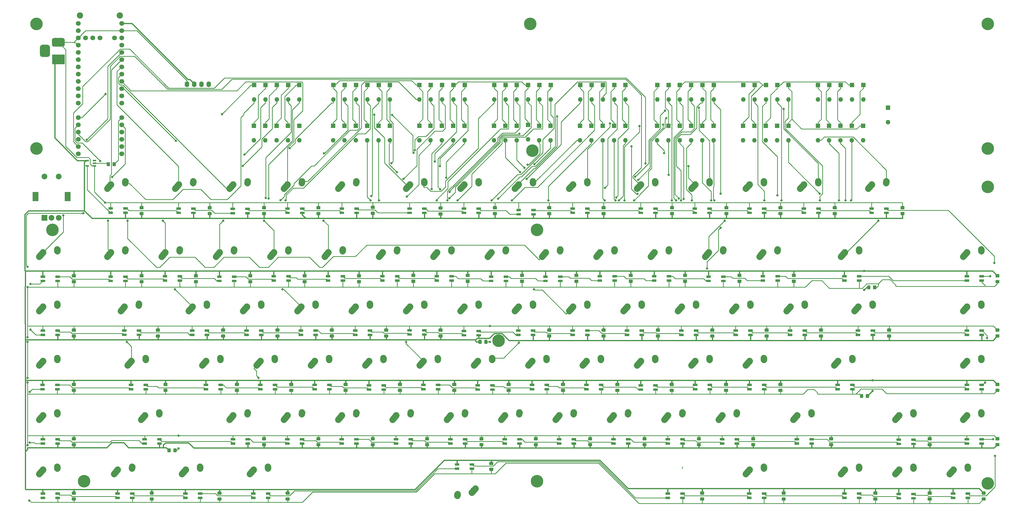
<source format=gbr>
G04 #@! TF.GenerationSoftware,KiCad,Pcbnew,(5.1.4)-1*
G04 #@! TF.CreationDate,2020-12-14T01:18:04+01:00*
G04 #@! TF.ProjectId,CZTKeyRev1,435a544b-6579-4526-9576-312e6b696361,rev?*
G04 #@! TF.SameCoordinates,Original*
G04 #@! TF.FileFunction,Copper,L2,Bot*
G04 #@! TF.FilePolarity,Positive*
%FSLAX46Y46*%
G04 Gerber Fmt 4.6, Leading zero omitted, Abs format (unit mm)*
G04 Created by KiCad (PCBNEW (5.1.4)-1) date 2020-12-14 01:18:04*
%MOMM*%
%LPD*%
G04 APERTURE LIST*
%ADD10C,0.100000*%
%ADD11C,0.820000*%
%ADD12C,2.250000*%
%ADD13C,2.250000*%
%ADD14C,4.400000*%
%ADD15R,1.250000X0.500000*%
%ADD16C,1.700000*%
%ADD17C,2.200000*%
%ADD18C,1.150000*%
%ADD19C,3.000000*%
%ADD20R,4.500000X3.500000*%
%ADD21C,3.500000*%
%ADD22O,1.600000X1.600000*%
%ADD23R,1.600000X1.600000*%
%ADD24O,1.600000X2.000000*%
%ADD25R,2.000000X2.000000*%
%ADD26C,2.000000*%
%ADD27R,2.000000X3.200000*%
%ADD28C,0.800000*%
%ADD29C,0.254000*%
%ADD30C,0.381000*%
G04 APERTURE END LIST*
D10*
G36*
X172363037Y-175410395D02*
G01*
X172370997Y-175411576D01*
X172378803Y-175413531D01*
X172386380Y-175416242D01*
X172393655Y-175419682D01*
X172400557Y-175423819D01*
X172407020Y-175428613D01*
X172412983Y-175434017D01*
X172418387Y-175439980D01*
X172423181Y-175446443D01*
X172427318Y-175453345D01*
X172430758Y-175460620D01*
X172433469Y-175468197D01*
X172435424Y-175476003D01*
X172436605Y-175483963D01*
X172437000Y-175492000D01*
X172437000Y-176148000D01*
X172436605Y-176156037D01*
X172435424Y-176163997D01*
X172433469Y-176171803D01*
X172430758Y-176179380D01*
X172427318Y-176186655D01*
X172423181Y-176193557D01*
X172418387Y-176200020D01*
X172412983Y-176205983D01*
X172407020Y-176211387D01*
X172400557Y-176216181D01*
X172393655Y-176220318D01*
X172386380Y-176223758D01*
X172378803Y-176226469D01*
X172370997Y-176228424D01*
X172363037Y-176229605D01*
X172355000Y-176230000D01*
X170919000Y-176230000D01*
X170910963Y-176229605D01*
X170903003Y-176228424D01*
X170895197Y-176226469D01*
X170887620Y-176223758D01*
X170880345Y-176220318D01*
X170873443Y-176216181D01*
X170866980Y-176211387D01*
X170861017Y-176205983D01*
X170855613Y-176200020D01*
X170850819Y-176193557D01*
X170846682Y-176186655D01*
X170843242Y-176179380D01*
X170840531Y-176171803D01*
X170838576Y-176163997D01*
X170837395Y-176156037D01*
X170837000Y-176148000D01*
X170837000Y-175492000D01*
X170837395Y-175483963D01*
X170838576Y-175476003D01*
X170840531Y-175468197D01*
X170843242Y-175460620D01*
X170846682Y-175453345D01*
X170850819Y-175446443D01*
X170855613Y-175439980D01*
X170861017Y-175434017D01*
X170866980Y-175428613D01*
X170873443Y-175423819D01*
X170880345Y-175419682D01*
X170887620Y-175416242D01*
X170895197Y-175413531D01*
X170903003Y-175411576D01*
X170910963Y-175410395D01*
X170919000Y-175410000D01*
X172355000Y-175410000D01*
X172363037Y-175410395D01*
X172363037Y-175410395D01*
G37*
D11*
X171637000Y-175820000D03*
D10*
G36*
X172363037Y-173910395D02*
G01*
X172370997Y-173911576D01*
X172378803Y-173913531D01*
X172386380Y-173916242D01*
X172393655Y-173919682D01*
X172400557Y-173923819D01*
X172407020Y-173928613D01*
X172412983Y-173934017D01*
X172418387Y-173939980D01*
X172423181Y-173946443D01*
X172427318Y-173953345D01*
X172430758Y-173960620D01*
X172433469Y-173968197D01*
X172435424Y-173976003D01*
X172436605Y-173983963D01*
X172437000Y-173992000D01*
X172437000Y-174648000D01*
X172436605Y-174656037D01*
X172435424Y-174663997D01*
X172433469Y-174671803D01*
X172430758Y-174679380D01*
X172427318Y-174686655D01*
X172423181Y-174693557D01*
X172418387Y-174700020D01*
X172412983Y-174705983D01*
X172407020Y-174711387D01*
X172400557Y-174716181D01*
X172393655Y-174720318D01*
X172386380Y-174723758D01*
X172378803Y-174726469D01*
X172370997Y-174728424D01*
X172363037Y-174729605D01*
X172355000Y-174730000D01*
X170919000Y-174730000D01*
X170910963Y-174729605D01*
X170903003Y-174728424D01*
X170895197Y-174726469D01*
X170887620Y-174723758D01*
X170880345Y-174720318D01*
X170873443Y-174716181D01*
X170866980Y-174711387D01*
X170861017Y-174705983D01*
X170855613Y-174700020D01*
X170850819Y-174693557D01*
X170846682Y-174686655D01*
X170843242Y-174679380D01*
X170840531Y-174671803D01*
X170838576Y-174663997D01*
X170837395Y-174656037D01*
X170837000Y-174648000D01*
X170837000Y-173992000D01*
X170837395Y-173983963D01*
X170838576Y-173976003D01*
X170840531Y-173968197D01*
X170843242Y-173960620D01*
X170846682Y-173953345D01*
X170850819Y-173946443D01*
X170855613Y-173939980D01*
X170861017Y-173934017D01*
X170866980Y-173928613D01*
X170873443Y-173923819D01*
X170880345Y-173919682D01*
X170887620Y-173916242D01*
X170895197Y-173913531D01*
X170903003Y-173911576D01*
X170910963Y-173910395D01*
X170919000Y-173910000D01*
X172355000Y-173910000D01*
X172363037Y-173910395D01*
X172363037Y-173910395D01*
G37*
D11*
X171637000Y-174320000D03*
D10*
G36*
X167163037Y-175410395D02*
G01*
X167170997Y-175411576D01*
X167178803Y-175413531D01*
X167186380Y-175416242D01*
X167193655Y-175419682D01*
X167200557Y-175423819D01*
X167207020Y-175428613D01*
X167212983Y-175434017D01*
X167218387Y-175439980D01*
X167223181Y-175446443D01*
X167227318Y-175453345D01*
X167230758Y-175460620D01*
X167233469Y-175468197D01*
X167235424Y-175476003D01*
X167236605Y-175483963D01*
X167237000Y-175492000D01*
X167237000Y-176148000D01*
X167236605Y-176156037D01*
X167235424Y-176163997D01*
X167233469Y-176171803D01*
X167230758Y-176179380D01*
X167227318Y-176186655D01*
X167223181Y-176193557D01*
X167218387Y-176200020D01*
X167212983Y-176205983D01*
X167207020Y-176211387D01*
X167200557Y-176216181D01*
X167193655Y-176220318D01*
X167186380Y-176223758D01*
X167178803Y-176226469D01*
X167170997Y-176228424D01*
X167163037Y-176229605D01*
X167155000Y-176230000D01*
X165719000Y-176230000D01*
X165710963Y-176229605D01*
X165703003Y-176228424D01*
X165695197Y-176226469D01*
X165687620Y-176223758D01*
X165680345Y-176220318D01*
X165673443Y-176216181D01*
X165666980Y-176211387D01*
X165661017Y-176205983D01*
X165655613Y-176200020D01*
X165650819Y-176193557D01*
X165646682Y-176186655D01*
X165643242Y-176179380D01*
X165640531Y-176171803D01*
X165638576Y-176163997D01*
X165637395Y-176156037D01*
X165637000Y-176148000D01*
X165637000Y-175492000D01*
X165637395Y-175483963D01*
X165638576Y-175476003D01*
X165640531Y-175468197D01*
X165643242Y-175460620D01*
X165646682Y-175453345D01*
X165650819Y-175446443D01*
X165655613Y-175439980D01*
X165661017Y-175434017D01*
X165666980Y-175428613D01*
X165673443Y-175423819D01*
X165680345Y-175419682D01*
X165687620Y-175416242D01*
X165695197Y-175413531D01*
X165703003Y-175411576D01*
X165710963Y-175410395D01*
X165719000Y-175410000D01*
X167155000Y-175410000D01*
X167163037Y-175410395D01*
X167163037Y-175410395D01*
G37*
D11*
X166437000Y-175820000D03*
D10*
G36*
X167163037Y-173910395D02*
G01*
X167170997Y-173911576D01*
X167178803Y-173913531D01*
X167186380Y-173916242D01*
X167193655Y-173919682D01*
X167200557Y-173923819D01*
X167207020Y-173928613D01*
X167212983Y-173934017D01*
X167218387Y-173939980D01*
X167223181Y-173946443D01*
X167227318Y-173953345D01*
X167230758Y-173960620D01*
X167233469Y-173968197D01*
X167235424Y-173976003D01*
X167236605Y-173983963D01*
X167237000Y-173992000D01*
X167237000Y-174648000D01*
X167236605Y-174656037D01*
X167235424Y-174663997D01*
X167233469Y-174671803D01*
X167230758Y-174679380D01*
X167227318Y-174686655D01*
X167223181Y-174693557D01*
X167218387Y-174700020D01*
X167212983Y-174705983D01*
X167207020Y-174711387D01*
X167200557Y-174716181D01*
X167193655Y-174720318D01*
X167186380Y-174723758D01*
X167178803Y-174726469D01*
X167170997Y-174728424D01*
X167163037Y-174729605D01*
X167155000Y-174730000D01*
X165719000Y-174730000D01*
X165710963Y-174729605D01*
X165703003Y-174728424D01*
X165695197Y-174726469D01*
X165687620Y-174723758D01*
X165680345Y-174720318D01*
X165673443Y-174716181D01*
X165666980Y-174711387D01*
X165661017Y-174705983D01*
X165655613Y-174700020D01*
X165650819Y-174693557D01*
X165646682Y-174686655D01*
X165643242Y-174679380D01*
X165640531Y-174671803D01*
X165638576Y-174663997D01*
X165637395Y-174656037D01*
X165637000Y-174648000D01*
X165637000Y-173992000D01*
X165637395Y-173983963D01*
X165638576Y-173976003D01*
X165640531Y-173968197D01*
X165643242Y-173960620D01*
X165646682Y-173953345D01*
X165650819Y-173946443D01*
X165655613Y-173939980D01*
X165661017Y-173934017D01*
X165666980Y-173928613D01*
X165673443Y-173923819D01*
X165680345Y-173919682D01*
X165687620Y-173916242D01*
X165695197Y-173913531D01*
X165703003Y-173911576D01*
X165710963Y-173910395D01*
X165719000Y-173910000D01*
X167155000Y-173910000D01*
X167163037Y-173910395D01*
X167163037Y-173910395D01*
G37*
D11*
X166437000Y-174320000D03*
D10*
G36*
X169576037Y-84184395D02*
G01*
X169583997Y-84185576D01*
X169591803Y-84187531D01*
X169599380Y-84190242D01*
X169606655Y-84193682D01*
X169613557Y-84197819D01*
X169620020Y-84202613D01*
X169625983Y-84208017D01*
X169631387Y-84213980D01*
X169636181Y-84220443D01*
X169640318Y-84227345D01*
X169643758Y-84234620D01*
X169646469Y-84242197D01*
X169648424Y-84250003D01*
X169649605Y-84257963D01*
X169650000Y-84266000D01*
X169650000Y-84922000D01*
X169649605Y-84930037D01*
X169648424Y-84937997D01*
X169646469Y-84945803D01*
X169643758Y-84953380D01*
X169640318Y-84960655D01*
X169636181Y-84967557D01*
X169631387Y-84974020D01*
X169625983Y-84979983D01*
X169620020Y-84985387D01*
X169613557Y-84990181D01*
X169606655Y-84994318D01*
X169599380Y-84997758D01*
X169591803Y-85000469D01*
X169583997Y-85002424D01*
X169576037Y-85003605D01*
X169568000Y-85004000D01*
X168132000Y-85004000D01*
X168123963Y-85003605D01*
X168116003Y-85002424D01*
X168108197Y-85000469D01*
X168100620Y-84997758D01*
X168093345Y-84994318D01*
X168086443Y-84990181D01*
X168079980Y-84985387D01*
X168074017Y-84979983D01*
X168068613Y-84974020D01*
X168063819Y-84967557D01*
X168059682Y-84960655D01*
X168056242Y-84953380D01*
X168053531Y-84945803D01*
X168051576Y-84937997D01*
X168050395Y-84930037D01*
X168050000Y-84922000D01*
X168050000Y-84266000D01*
X168050395Y-84257963D01*
X168051576Y-84250003D01*
X168053531Y-84242197D01*
X168056242Y-84234620D01*
X168059682Y-84227345D01*
X168063819Y-84220443D01*
X168068613Y-84213980D01*
X168074017Y-84208017D01*
X168079980Y-84202613D01*
X168086443Y-84197819D01*
X168093345Y-84193682D01*
X168100620Y-84190242D01*
X168108197Y-84187531D01*
X168116003Y-84185576D01*
X168123963Y-84184395D01*
X168132000Y-84184000D01*
X169568000Y-84184000D01*
X169576037Y-84184395D01*
X169576037Y-84184395D01*
G37*
D11*
X168850000Y-84594000D03*
D10*
G36*
X169576037Y-85684395D02*
G01*
X169583997Y-85685576D01*
X169591803Y-85687531D01*
X169599380Y-85690242D01*
X169606655Y-85693682D01*
X169613557Y-85697819D01*
X169620020Y-85702613D01*
X169625983Y-85708017D01*
X169631387Y-85713980D01*
X169636181Y-85720443D01*
X169640318Y-85727345D01*
X169643758Y-85734620D01*
X169646469Y-85742197D01*
X169648424Y-85750003D01*
X169649605Y-85757963D01*
X169650000Y-85766000D01*
X169650000Y-86422000D01*
X169649605Y-86430037D01*
X169648424Y-86437997D01*
X169646469Y-86445803D01*
X169643758Y-86453380D01*
X169640318Y-86460655D01*
X169636181Y-86467557D01*
X169631387Y-86474020D01*
X169625983Y-86479983D01*
X169620020Y-86485387D01*
X169613557Y-86490181D01*
X169606655Y-86494318D01*
X169599380Y-86497758D01*
X169591803Y-86500469D01*
X169583997Y-86502424D01*
X169576037Y-86503605D01*
X169568000Y-86504000D01*
X168132000Y-86504000D01*
X168123963Y-86503605D01*
X168116003Y-86502424D01*
X168108197Y-86500469D01*
X168100620Y-86497758D01*
X168093345Y-86494318D01*
X168086443Y-86490181D01*
X168079980Y-86485387D01*
X168074017Y-86479983D01*
X168068613Y-86474020D01*
X168063819Y-86467557D01*
X168059682Y-86460655D01*
X168056242Y-86453380D01*
X168053531Y-86445803D01*
X168051576Y-86437997D01*
X168050395Y-86430037D01*
X168050000Y-86422000D01*
X168050000Y-85766000D01*
X168050395Y-85757963D01*
X168051576Y-85750003D01*
X168053531Y-85742197D01*
X168056242Y-85734620D01*
X168059682Y-85727345D01*
X168063819Y-85720443D01*
X168068613Y-85713980D01*
X168074017Y-85708017D01*
X168079980Y-85702613D01*
X168086443Y-85697819D01*
X168093345Y-85693682D01*
X168100620Y-85690242D01*
X168108197Y-85687531D01*
X168116003Y-85685576D01*
X168123963Y-85684395D01*
X168132000Y-85684000D01*
X169568000Y-85684000D01*
X169576037Y-85684395D01*
X169576037Y-85684395D01*
G37*
D11*
X168850000Y-86094000D03*
D10*
G36*
X174776037Y-84184395D02*
G01*
X174783997Y-84185576D01*
X174791803Y-84187531D01*
X174799380Y-84190242D01*
X174806655Y-84193682D01*
X174813557Y-84197819D01*
X174820020Y-84202613D01*
X174825983Y-84208017D01*
X174831387Y-84213980D01*
X174836181Y-84220443D01*
X174840318Y-84227345D01*
X174843758Y-84234620D01*
X174846469Y-84242197D01*
X174848424Y-84250003D01*
X174849605Y-84257963D01*
X174850000Y-84266000D01*
X174850000Y-84922000D01*
X174849605Y-84930037D01*
X174848424Y-84937997D01*
X174846469Y-84945803D01*
X174843758Y-84953380D01*
X174840318Y-84960655D01*
X174836181Y-84967557D01*
X174831387Y-84974020D01*
X174825983Y-84979983D01*
X174820020Y-84985387D01*
X174813557Y-84990181D01*
X174806655Y-84994318D01*
X174799380Y-84997758D01*
X174791803Y-85000469D01*
X174783997Y-85002424D01*
X174776037Y-85003605D01*
X174768000Y-85004000D01*
X173332000Y-85004000D01*
X173323963Y-85003605D01*
X173316003Y-85002424D01*
X173308197Y-85000469D01*
X173300620Y-84997758D01*
X173293345Y-84994318D01*
X173286443Y-84990181D01*
X173279980Y-84985387D01*
X173274017Y-84979983D01*
X173268613Y-84974020D01*
X173263819Y-84967557D01*
X173259682Y-84960655D01*
X173256242Y-84953380D01*
X173253531Y-84945803D01*
X173251576Y-84937997D01*
X173250395Y-84930037D01*
X173250000Y-84922000D01*
X173250000Y-84266000D01*
X173250395Y-84257963D01*
X173251576Y-84250003D01*
X173253531Y-84242197D01*
X173256242Y-84234620D01*
X173259682Y-84227345D01*
X173263819Y-84220443D01*
X173268613Y-84213980D01*
X173274017Y-84208017D01*
X173279980Y-84202613D01*
X173286443Y-84197819D01*
X173293345Y-84193682D01*
X173300620Y-84190242D01*
X173308197Y-84187531D01*
X173316003Y-84185576D01*
X173323963Y-84184395D01*
X173332000Y-84184000D01*
X174768000Y-84184000D01*
X174776037Y-84184395D01*
X174776037Y-84184395D01*
G37*
D11*
X174050000Y-84594000D03*
D10*
G36*
X174776037Y-85684395D02*
G01*
X174783997Y-85685576D01*
X174791803Y-85687531D01*
X174799380Y-85690242D01*
X174806655Y-85693682D01*
X174813557Y-85697819D01*
X174820020Y-85702613D01*
X174825983Y-85708017D01*
X174831387Y-85713980D01*
X174836181Y-85720443D01*
X174840318Y-85727345D01*
X174843758Y-85734620D01*
X174846469Y-85742197D01*
X174848424Y-85750003D01*
X174849605Y-85757963D01*
X174850000Y-85766000D01*
X174850000Y-86422000D01*
X174849605Y-86430037D01*
X174848424Y-86437997D01*
X174846469Y-86445803D01*
X174843758Y-86453380D01*
X174840318Y-86460655D01*
X174836181Y-86467557D01*
X174831387Y-86474020D01*
X174825983Y-86479983D01*
X174820020Y-86485387D01*
X174813557Y-86490181D01*
X174806655Y-86494318D01*
X174799380Y-86497758D01*
X174791803Y-86500469D01*
X174783997Y-86502424D01*
X174776037Y-86503605D01*
X174768000Y-86504000D01*
X173332000Y-86504000D01*
X173323963Y-86503605D01*
X173316003Y-86502424D01*
X173308197Y-86500469D01*
X173300620Y-86497758D01*
X173293345Y-86494318D01*
X173286443Y-86490181D01*
X173279980Y-86485387D01*
X173274017Y-86479983D01*
X173268613Y-86474020D01*
X173263819Y-86467557D01*
X173259682Y-86460655D01*
X173256242Y-86453380D01*
X173253531Y-86445803D01*
X173251576Y-86437997D01*
X173250395Y-86430037D01*
X173250000Y-86422000D01*
X173250000Y-85766000D01*
X173250395Y-85757963D01*
X173251576Y-85750003D01*
X173253531Y-85742197D01*
X173256242Y-85734620D01*
X173259682Y-85727345D01*
X173263819Y-85720443D01*
X173268613Y-85713980D01*
X173274017Y-85708017D01*
X173279980Y-85702613D01*
X173286443Y-85697819D01*
X173293345Y-85693682D01*
X173300620Y-85690242D01*
X173308197Y-85687531D01*
X173316003Y-85685576D01*
X173323963Y-85684395D01*
X173332000Y-85684000D01*
X174768000Y-85684000D01*
X174776037Y-85684395D01*
X174776037Y-85684395D01*
G37*
D11*
X174050000Y-86094000D03*
D10*
G36*
X346226037Y-185633395D02*
G01*
X346233997Y-185634576D01*
X346241803Y-185636531D01*
X346249380Y-185639242D01*
X346256655Y-185642682D01*
X346263557Y-185646819D01*
X346270020Y-185651613D01*
X346275983Y-185657017D01*
X346281387Y-185662980D01*
X346286181Y-185669443D01*
X346290318Y-185676345D01*
X346293758Y-185683620D01*
X346296469Y-185691197D01*
X346298424Y-185699003D01*
X346299605Y-185706963D01*
X346300000Y-185715000D01*
X346300000Y-186371000D01*
X346299605Y-186379037D01*
X346298424Y-186386997D01*
X346296469Y-186394803D01*
X346293758Y-186402380D01*
X346290318Y-186409655D01*
X346286181Y-186416557D01*
X346281387Y-186423020D01*
X346275983Y-186428983D01*
X346270020Y-186434387D01*
X346263557Y-186439181D01*
X346256655Y-186443318D01*
X346249380Y-186446758D01*
X346241803Y-186449469D01*
X346233997Y-186451424D01*
X346226037Y-186452605D01*
X346218000Y-186453000D01*
X344782000Y-186453000D01*
X344773963Y-186452605D01*
X344766003Y-186451424D01*
X344758197Y-186449469D01*
X344750620Y-186446758D01*
X344743345Y-186443318D01*
X344736443Y-186439181D01*
X344729980Y-186434387D01*
X344724017Y-186428983D01*
X344718613Y-186423020D01*
X344713819Y-186416557D01*
X344709682Y-186409655D01*
X344706242Y-186402380D01*
X344703531Y-186394803D01*
X344701576Y-186386997D01*
X344700395Y-186379037D01*
X344700000Y-186371000D01*
X344700000Y-185715000D01*
X344700395Y-185706963D01*
X344701576Y-185699003D01*
X344703531Y-185691197D01*
X344706242Y-185683620D01*
X344709682Y-185676345D01*
X344713819Y-185669443D01*
X344718613Y-185662980D01*
X344724017Y-185657017D01*
X344729980Y-185651613D01*
X344736443Y-185646819D01*
X344743345Y-185642682D01*
X344750620Y-185639242D01*
X344758197Y-185636531D01*
X344766003Y-185634576D01*
X344773963Y-185633395D01*
X344782000Y-185633000D01*
X346218000Y-185633000D01*
X346226037Y-185633395D01*
X346226037Y-185633395D01*
G37*
D11*
X345500000Y-186043000D03*
D10*
G36*
X346226037Y-184133395D02*
G01*
X346233997Y-184134576D01*
X346241803Y-184136531D01*
X346249380Y-184139242D01*
X346256655Y-184142682D01*
X346263557Y-184146819D01*
X346270020Y-184151613D01*
X346275983Y-184157017D01*
X346281387Y-184162980D01*
X346286181Y-184169443D01*
X346290318Y-184176345D01*
X346293758Y-184183620D01*
X346296469Y-184191197D01*
X346298424Y-184199003D01*
X346299605Y-184206963D01*
X346300000Y-184215000D01*
X346300000Y-184871000D01*
X346299605Y-184879037D01*
X346298424Y-184886997D01*
X346296469Y-184894803D01*
X346293758Y-184902380D01*
X346290318Y-184909655D01*
X346286181Y-184916557D01*
X346281387Y-184923020D01*
X346275983Y-184928983D01*
X346270020Y-184934387D01*
X346263557Y-184939181D01*
X346256655Y-184943318D01*
X346249380Y-184946758D01*
X346241803Y-184949469D01*
X346233997Y-184951424D01*
X346226037Y-184952605D01*
X346218000Y-184953000D01*
X344782000Y-184953000D01*
X344773963Y-184952605D01*
X344766003Y-184951424D01*
X344758197Y-184949469D01*
X344750620Y-184946758D01*
X344743345Y-184943318D01*
X344736443Y-184939181D01*
X344729980Y-184934387D01*
X344724017Y-184928983D01*
X344718613Y-184923020D01*
X344713819Y-184916557D01*
X344709682Y-184909655D01*
X344706242Y-184902380D01*
X344703531Y-184894803D01*
X344701576Y-184886997D01*
X344700395Y-184879037D01*
X344700000Y-184871000D01*
X344700000Y-184215000D01*
X344700395Y-184206963D01*
X344701576Y-184199003D01*
X344703531Y-184191197D01*
X344706242Y-184183620D01*
X344709682Y-184176345D01*
X344713819Y-184169443D01*
X344718613Y-184162980D01*
X344724017Y-184157017D01*
X344729980Y-184151613D01*
X344736443Y-184146819D01*
X344743345Y-184142682D01*
X344750620Y-184139242D01*
X344758197Y-184136531D01*
X344766003Y-184134576D01*
X344773963Y-184133395D01*
X344782000Y-184133000D01*
X346218000Y-184133000D01*
X346226037Y-184133395D01*
X346226037Y-184133395D01*
G37*
D11*
X345500000Y-184543000D03*
D10*
G36*
X341026037Y-185633395D02*
G01*
X341033997Y-185634576D01*
X341041803Y-185636531D01*
X341049380Y-185639242D01*
X341056655Y-185642682D01*
X341063557Y-185646819D01*
X341070020Y-185651613D01*
X341075983Y-185657017D01*
X341081387Y-185662980D01*
X341086181Y-185669443D01*
X341090318Y-185676345D01*
X341093758Y-185683620D01*
X341096469Y-185691197D01*
X341098424Y-185699003D01*
X341099605Y-185706963D01*
X341100000Y-185715000D01*
X341100000Y-186371000D01*
X341099605Y-186379037D01*
X341098424Y-186386997D01*
X341096469Y-186394803D01*
X341093758Y-186402380D01*
X341090318Y-186409655D01*
X341086181Y-186416557D01*
X341081387Y-186423020D01*
X341075983Y-186428983D01*
X341070020Y-186434387D01*
X341063557Y-186439181D01*
X341056655Y-186443318D01*
X341049380Y-186446758D01*
X341041803Y-186449469D01*
X341033997Y-186451424D01*
X341026037Y-186452605D01*
X341018000Y-186453000D01*
X339582000Y-186453000D01*
X339573963Y-186452605D01*
X339566003Y-186451424D01*
X339558197Y-186449469D01*
X339550620Y-186446758D01*
X339543345Y-186443318D01*
X339536443Y-186439181D01*
X339529980Y-186434387D01*
X339524017Y-186428983D01*
X339518613Y-186423020D01*
X339513819Y-186416557D01*
X339509682Y-186409655D01*
X339506242Y-186402380D01*
X339503531Y-186394803D01*
X339501576Y-186386997D01*
X339500395Y-186379037D01*
X339500000Y-186371000D01*
X339500000Y-185715000D01*
X339500395Y-185706963D01*
X339501576Y-185699003D01*
X339503531Y-185691197D01*
X339506242Y-185683620D01*
X339509682Y-185676345D01*
X339513819Y-185669443D01*
X339518613Y-185662980D01*
X339524017Y-185657017D01*
X339529980Y-185651613D01*
X339536443Y-185646819D01*
X339543345Y-185642682D01*
X339550620Y-185639242D01*
X339558197Y-185636531D01*
X339566003Y-185634576D01*
X339573963Y-185633395D01*
X339582000Y-185633000D01*
X341018000Y-185633000D01*
X341026037Y-185633395D01*
X341026037Y-185633395D01*
G37*
D11*
X340300000Y-186043000D03*
D10*
G36*
X341026037Y-184133395D02*
G01*
X341033997Y-184134576D01*
X341041803Y-184136531D01*
X341049380Y-184139242D01*
X341056655Y-184142682D01*
X341063557Y-184146819D01*
X341070020Y-184151613D01*
X341075983Y-184157017D01*
X341081387Y-184162980D01*
X341086181Y-184169443D01*
X341090318Y-184176345D01*
X341093758Y-184183620D01*
X341096469Y-184191197D01*
X341098424Y-184199003D01*
X341099605Y-184206963D01*
X341100000Y-184215000D01*
X341100000Y-184871000D01*
X341099605Y-184879037D01*
X341098424Y-184886997D01*
X341096469Y-184894803D01*
X341093758Y-184902380D01*
X341090318Y-184909655D01*
X341086181Y-184916557D01*
X341081387Y-184923020D01*
X341075983Y-184928983D01*
X341070020Y-184934387D01*
X341063557Y-184939181D01*
X341056655Y-184943318D01*
X341049380Y-184946758D01*
X341041803Y-184949469D01*
X341033997Y-184951424D01*
X341026037Y-184952605D01*
X341018000Y-184953000D01*
X339582000Y-184953000D01*
X339573963Y-184952605D01*
X339566003Y-184951424D01*
X339558197Y-184949469D01*
X339550620Y-184946758D01*
X339543345Y-184943318D01*
X339536443Y-184939181D01*
X339529980Y-184934387D01*
X339524017Y-184928983D01*
X339518613Y-184923020D01*
X339513819Y-184916557D01*
X339509682Y-184909655D01*
X339506242Y-184902380D01*
X339503531Y-184894803D01*
X339501576Y-184886997D01*
X339500395Y-184879037D01*
X339500000Y-184871000D01*
X339500000Y-184215000D01*
X339500395Y-184206963D01*
X339501576Y-184199003D01*
X339503531Y-184191197D01*
X339506242Y-184183620D01*
X339509682Y-184176345D01*
X339513819Y-184169443D01*
X339518613Y-184162980D01*
X339524017Y-184157017D01*
X339529980Y-184151613D01*
X339536443Y-184146819D01*
X339543345Y-184142682D01*
X339550620Y-184139242D01*
X339558197Y-184136531D01*
X339566003Y-184134576D01*
X339573963Y-184133395D01*
X339582000Y-184133000D01*
X341018000Y-184133000D01*
X341026037Y-184133395D01*
X341026037Y-184133395D01*
G37*
D11*
X340300000Y-184543000D03*
D10*
G36*
X327176037Y-185760395D02*
G01*
X327183997Y-185761576D01*
X327191803Y-185763531D01*
X327199380Y-185766242D01*
X327206655Y-185769682D01*
X327213557Y-185773819D01*
X327220020Y-185778613D01*
X327225983Y-185784017D01*
X327231387Y-185789980D01*
X327236181Y-185796443D01*
X327240318Y-185803345D01*
X327243758Y-185810620D01*
X327246469Y-185818197D01*
X327248424Y-185826003D01*
X327249605Y-185833963D01*
X327250000Y-185842000D01*
X327250000Y-186498000D01*
X327249605Y-186506037D01*
X327248424Y-186513997D01*
X327246469Y-186521803D01*
X327243758Y-186529380D01*
X327240318Y-186536655D01*
X327236181Y-186543557D01*
X327231387Y-186550020D01*
X327225983Y-186555983D01*
X327220020Y-186561387D01*
X327213557Y-186566181D01*
X327206655Y-186570318D01*
X327199380Y-186573758D01*
X327191803Y-186576469D01*
X327183997Y-186578424D01*
X327176037Y-186579605D01*
X327168000Y-186580000D01*
X325732000Y-186580000D01*
X325723963Y-186579605D01*
X325716003Y-186578424D01*
X325708197Y-186576469D01*
X325700620Y-186573758D01*
X325693345Y-186570318D01*
X325686443Y-186566181D01*
X325679980Y-186561387D01*
X325674017Y-186555983D01*
X325668613Y-186550020D01*
X325663819Y-186543557D01*
X325659682Y-186536655D01*
X325656242Y-186529380D01*
X325653531Y-186521803D01*
X325651576Y-186513997D01*
X325650395Y-186506037D01*
X325650000Y-186498000D01*
X325650000Y-185842000D01*
X325650395Y-185833963D01*
X325651576Y-185826003D01*
X325653531Y-185818197D01*
X325656242Y-185810620D01*
X325659682Y-185803345D01*
X325663819Y-185796443D01*
X325668613Y-185789980D01*
X325674017Y-185784017D01*
X325679980Y-185778613D01*
X325686443Y-185773819D01*
X325693345Y-185769682D01*
X325700620Y-185766242D01*
X325708197Y-185763531D01*
X325716003Y-185761576D01*
X325723963Y-185760395D01*
X325732000Y-185760000D01*
X327168000Y-185760000D01*
X327176037Y-185760395D01*
X327176037Y-185760395D01*
G37*
D11*
X326450000Y-186170000D03*
D10*
G36*
X327176037Y-184260395D02*
G01*
X327183997Y-184261576D01*
X327191803Y-184263531D01*
X327199380Y-184266242D01*
X327206655Y-184269682D01*
X327213557Y-184273819D01*
X327220020Y-184278613D01*
X327225983Y-184284017D01*
X327231387Y-184289980D01*
X327236181Y-184296443D01*
X327240318Y-184303345D01*
X327243758Y-184310620D01*
X327246469Y-184318197D01*
X327248424Y-184326003D01*
X327249605Y-184333963D01*
X327250000Y-184342000D01*
X327250000Y-184998000D01*
X327249605Y-185006037D01*
X327248424Y-185013997D01*
X327246469Y-185021803D01*
X327243758Y-185029380D01*
X327240318Y-185036655D01*
X327236181Y-185043557D01*
X327231387Y-185050020D01*
X327225983Y-185055983D01*
X327220020Y-185061387D01*
X327213557Y-185066181D01*
X327206655Y-185070318D01*
X327199380Y-185073758D01*
X327191803Y-185076469D01*
X327183997Y-185078424D01*
X327176037Y-185079605D01*
X327168000Y-185080000D01*
X325732000Y-185080000D01*
X325723963Y-185079605D01*
X325716003Y-185078424D01*
X325708197Y-185076469D01*
X325700620Y-185073758D01*
X325693345Y-185070318D01*
X325686443Y-185066181D01*
X325679980Y-185061387D01*
X325674017Y-185055983D01*
X325668613Y-185050020D01*
X325663819Y-185043557D01*
X325659682Y-185036655D01*
X325656242Y-185029380D01*
X325653531Y-185021803D01*
X325651576Y-185013997D01*
X325650395Y-185006037D01*
X325650000Y-184998000D01*
X325650000Y-184342000D01*
X325650395Y-184333963D01*
X325651576Y-184326003D01*
X325653531Y-184318197D01*
X325656242Y-184310620D01*
X325659682Y-184303345D01*
X325663819Y-184296443D01*
X325668613Y-184289980D01*
X325674017Y-184284017D01*
X325679980Y-184278613D01*
X325686443Y-184273819D01*
X325693345Y-184269682D01*
X325700620Y-184266242D01*
X325708197Y-184263531D01*
X325716003Y-184261576D01*
X325723963Y-184260395D01*
X325732000Y-184260000D01*
X327168000Y-184260000D01*
X327176037Y-184260395D01*
X327176037Y-184260395D01*
G37*
D11*
X326450000Y-184670000D03*
D10*
G36*
X321976037Y-185760395D02*
G01*
X321983997Y-185761576D01*
X321991803Y-185763531D01*
X321999380Y-185766242D01*
X322006655Y-185769682D01*
X322013557Y-185773819D01*
X322020020Y-185778613D01*
X322025983Y-185784017D01*
X322031387Y-185789980D01*
X322036181Y-185796443D01*
X322040318Y-185803345D01*
X322043758Y-185810620D01*
X322046469Y-185818197D01*
X322048424Y-185826003D01*
X322049605Y-185833963D01*
X322050000Y-185842000D01*
X322050000Y-186498000D01*
X322049605Y-186506037D01*
X322048424Y-186513997D01*
X322046469Y-186521803D01*
X322043758Y-186529380D01*
X322040318Y-186536655D01*
X322036181Y-186543557D01*
X322031387Y-186550020D01*
X322025983Y-186555983D01*
X322020020Y-186561387D01*
X322013557Y-186566181D01*
X322006655Y-186570318D01*
X321999380Y-186573758D01*
X321991803Y-186576469D01*
X321983997Y-186578424D01*
X321976037Y-186579605D01*
X321968000Y-186580000D01*
X320532000Y-186580000D01*
X320523963Y-186579605D01*
X320516003Y-186578424D01*
X320508197Y-186576469D01*
X320500620Y-186573758D01*
X320493345Y-186570318D01*
X320486443Y-186566181D01*
X320479980Y-186561387D01*
X320474017Y-186555983D01*
X320468613Y-186550020D01*
X320463819Y-186543557D01*
X320459682Y-186536655D01*
X320456242Y-186529380D01*
X320453531Y-186521803D01*
X320451576Y-186513997D01*
X320450395Y-186506037D01*
X320450000Y-186498000D01*
X320450000Y-185842000D01*
X320450395Y-185833963D01*
X320451576Y-185826003D01*
X320453531Y-185818197D01*
X320456242Y-185810620D01*
X320459682Y-185803345D01*
X320463819Y-185796443D01*
X320468613Y-185789980D01*
X320474017Y-185784017D01*
X320479980Y-185778613D01*
X320486443Y-185773819D01*
X320493345Y-185769682D01*
X320500620Y-185766242D01*
X320508197Y-185763531D01*
X320516003Y-185761576D01*
X320523963Y-185760395D01*
X320532000Y-185760000D01*
X321968000Y-185760000D01*
X321976037Y-185760395D01*
X321976037Y-185760395D01*
G37*
D11*
X321250000Y-186170000D03*
D10*
G36*
X321976037Y-184260395D02*
G01*
X321983997Y-184261576D01*
X321991803Y-184263531D01*
X321999380Y-184266242D01*
X322006655Y-184269682D01*
X322013557Y-184273819D01*
X322020020Y-184278613D01*
X322025983Y-184284017D01*
X322031387Y-184289980D01*
X322036181Y-184296443D01*
X322040318Y-184303345D01*
X322043758Y-184310620D01*
X322046469Y-184318197D01*
X322048424Y-184326003D01*
X322049605Y-184333963D01*
X322050000Y-184342000D01*
X322050000Y-184998000D01*
X322049605Y-185006037D01*
X322048424Y-185013997D01*
X322046469Y-185021803D01*
X322043758Y-185029380D01*
X322040318Y-185036655D01*
X322036181Y-185043557D01*
X322031387Y-185050020D01*
X322025983Y-185055983D01*
X322020020Y-185061387D01*
X322013557Y-185066181D01*
X322006655Y-185070318D01*
X321999380Y-185073758D01*
X321991803Y-185076469D01*
X321983997Y-185078424D01*
X321976037Y-185079605D01*
X321968000Y-185080000D01*
X320532000Y-185080000D01*
X320523963Y-185079605D01*
X320516003Y-185078424D01*
X320508197Y-185076469D01*
X320500620Y-185073758D01*
X320493345Y-185070318D01*
X320486443Y-185066181D01*
X320479980Y-185061387D01*
X320474017Y-185055983D01*
X320468613Y-185050020D01*
X320463819Y-185043557D01*
X320459682Y-185036655D01*
X320456242Y-185029380D01*
X320453531Y-185021803D01*
X320451576Y-185013997D01*
X320450395Y-185006037D01*
X320450000Y-184998000D01*
X320450000Y-184342000D01*
X320450395Y-184333963D01*
X320451576Y-184326003D01*
X320453531Y-184318197D01*
X320456242Y-184310620D01*
X320459682Y-184303345D01*
X320463819Y-184296443D01*
X320468613Y-184289980D01*
X320474017Y-184284017D01*
X320479980Y-184278613D01*
X320486443Y-184273819D01*
X320493345Y-184269682D01*
X320500620Y-184266242D01*
X320508197Y-184263531D01*
X320516003Y-184261576D01*
X320523963Y-184260395D01*
X320532000Y-184260000D01*
X321968000Y-184260000D01*
X321976037Y-184260395D01*
X321976037Y-184260395D01*
G37*
D11*
X321250000Y-184670000D03*
D10*
G36*
X308126037Y-185633395D02*
G01*
X308133997Y-185634576D01*
X308141803Y-185636531D01*
X308149380Y-185639242D01*
X308156655Y-185642682D01*
X308163557Y-185646819D01*
X308170020Y-185651613D01*
X308175983Y-185657017D01*
X308181387Y-185662980D01*
X308186181Y-185669443D01*
X308190318Y-185676345D01*
X308193758Y-185683620D01*
X308196469Y-185691197D01*
X308198424Y-185699003D01*
X308199605Y-185706963D01*
X308200000Y-185715000D01*
X308200000Y-186371000D01*
X308199605Y-186379037D01*
X308198424Y-186386997D01*
X308196469Y-186394803D01*
X308193758Y-186402380D01*
X308190318Y-186409655D01*
X308186181Y-186416557D01*
X308181387Y-186423020D01*
X308175983Y-186428983D01*
X308170020Y-186434387D01*
X308163557Y-186439181D01*
X308156655Y-186443318D01*
X308149380Y-186446758D01*
X308141803Y-186449469D01*
X308133997Y-186451424D01*
X308126037Y-186452605D01*
X308118000Y-186453000D01*
X306682000Y-186453000D01*
X306673963Y-186452605D01*
X306666003Y-186451424D01*
X306658197Y-186449469D01*
X306650620Y-186446758D01*
X306643345Y-186443318D01*
X306636443Y-186439181D01*
X306629980Y-186434387D01*
X306624017Y-186428983D01*
X306618613Y-186423020D01*
X306613819Y-186416557D01*
X306609682Y-186409655D01*
X306606242Y-186402380D01*
X306603531Y-186394803D01*
X306601576Y-186386997D01*
X306600395Y-186379037D01*
X306600000Y-186371000D01*
X306600000Y-185715000D01*
X306600395Y-185706963D01*
X306601576Y-185699003D01*
X306603531Y-185691197D01*
X306606242Y-185683620D01*
X306609682Y-185676345D01*
X306613819Y-185669443D01*
X306618613Y-185662980D01*
X306624017Y-185657017D01*
X306629980Y-185651613D01*
X306636443Y-185646819D01*
X306643345Y-185642682D01*
X306650620Y-185639242D01*
X306658197Y-185636531D01*
X306666003Y-185634576D01*
X306673963Y-185633395D01*
X306682000Y-185633000D01*
X308118000Y-185633000D01*
X308126037Y-185633395D01*
X308126037Y-185633395D01*
G37*
D11*
X307400000Y-186043000D03*
D10*
G36*
X308126037Y-184133395D02*
G01*
X308133997Y-184134576D01*
X308141803Y-184136531D01*
X308149380Y-184139242D01*
X308156655Y-184142682D01*
X308163557Y-184146819D01*
X308170020Y-184151613D01*
X308175983Y-184157017D01*
X308181387Y-184162980D01*
X308186181Y-184169443D01*
X308190318Y-184176345D01*
X308193758Y-184183620D01*
X308196469Y-184191197D01*
X308198424Y-184199003D01*
X308199605Y-184206963D01*
X308200000Y-184215000D01*
X308200000Y-184871000D01*
X308199605Y-184879037D01*
X308198424Y-184886997D01*
X308196469Y-184894803D01*
X308193758Y-184902380D01*
X308190318Y-184909655D01*
X308186181Y-184916557D01*
X308181387Y-184923020D01*
X308175983Y-184928983D01*
X308170020Y-184934387D01*
X308163557Y-184939181D01*
X308156655Y-184943318D01*
X308149380Y-184946758D01*
X308141803Y-184949469D01*
X308133997Y-184951424D01*
X308126037Y-184952605D01*
X308118000Y-184953000D01*
X306682000Y-184953000D01*
X306673963Y-184952605D01*
X306666003Y-184951424D01*
X306658197Y-184949469D01*
X306650620Y-184946758D01*
X306643345Y-184943318D01*
X306636443Y-184939181D01*
X306629980Y-184934387D01*
X306624017Y-184928983D01*
X306618613Y-184923020D01*
X306613819Y-184916557D01*
X306609682Y-184909655D01*
X306606242Y-184902380D01*
X306603531Y-184894803D01*
X306601576Y-184886997D01*
X306600395Y-184879037D01*
X306600000Y-184871000D01*
X306600000Y-184215000D01*
X306600395Y-184206963D01*
X306601576Y-184199003D01*
X306603531Y-184191197D01*
X306606242Y-184183620D01*
X306609682Y-184176345D01*
X306613819Y-184169443D01*
X306618613Y-184162980D01*
X306624017Y-184157017D01*
X306629980Y-184151613D01*
X306636443Y-184146819D01*
X306643345Y-184142682D01*
X306650620Y-184139242D01*
X306658197Y-184136531D01*
X306666003Y-184134576D01*
X306673963Y-184133395D01*
X306682000Y-184133000D01*
X308118000Y-184133000D01*
X308126037Y-184133395D01*
X308126037Y-184133395D01*
G37*
D11*
X307400000Y-184543000D03*
D10*
G36*
X302926037Y-185633395D02*
G01*
X302933997Y-185634576D01*
X302941803Y-185636531D01*
X302949380Y-185639242D01*
X302956655Y-185642682D01*
X302963557Y-185646819D01*
X302970020Y-185651613D01*
X302975983Y-185657017D01*
X302981387Y-185662980D01*
X302986181Y-185669443D01*
X302990318Y-185676345D01*
X302993758Y-185683620D01*
X302996469Y-185691197D01*
X302998424Y-185699003D01*
X302999605Y-185706963D01*
X303000000Y-185715000D01*
X303000000Y-186371000D01*
X302999605Y-186379037D01*
X302998424Y-186386997D01*
X302996469Y-186394803D01*
X302993758Y-186402380D01*
X302990318Y-186409655D01*
X302986181Y-186416557D01*
X302981387Y-186423020D01*
X302975983Y-186428983D01*
X302970020Y-186434387D01*
X302963557Y-186439181D01*
X302956655Y-186443318D01*
X302949380Y-186446758D01*
X302941803Y-186449469D01*
X302933997Y-186451424D01*
X302926037Y-186452605D01*
X302918000Y-186453000D01*
X301482000Y-186453000D01*
X301473963Y-186452605D01*
X301466003Y-186451424D01*
X301458197Y-186449469D01*
X301450620Y-186446758D01*
X301443345Y-186443318D01*
X301436443Y-186439181D01*
X301429980Y-186434387D01*
X301424017Y-186428983D01*
X301418613Y-186423020D01*
X301413819Y-186416557D01*
X301409682Y-186409655D01*
X301406242Y-186402380D01*
X301403531Y-186394803D01*
X301401576Y-186386997D01*
X301400395Y-186379037D01*
X301400000Y-186371000D01*
X301400000Y-185715000D01*
X301400395Y-185706963D01*
X301401576Y-185699003D01*
X301403531Y-185691197D01*
X301406242Y-185683620D01*
X301409682Y-185676345D01*
X301413819Y-185669443D01*
X301418613Y-185662980D01*
X301424017Y-185657017D01*
X301429980Y-185651613D01*
X301436443Y-185646819D01*
X301443345Y-185642682D01*
X301450620Y-185639242D01*
X301458197Y-185636531D01*
X301466003Y-185634576D01*
X301473963Y-185633395D01*
X301482000Y-185633000D01*
X302918000Y-185633000D01*
X302926037Y-185633395D01*
X302926037Y-185633395D01*
G37*
D11*
X302200000Y-186043000D03*
D10*
G36*
X302926037Y-184133395D02*
G01*
X302933997Y-184134576D01*
X302941803Y-184136531D01*
X302949380Y-184139242D01*
X302956655Y-184142682D01*
X302963557Y-184146819D01*
X302970020Y-184151613D01*
X302975983Y-184157017D01*
X302981387Y-184162980D01*
X302986181Y-184169443D01*
X302990318Y-184176345D01*
X302993758Y-184183620D01*
X302996469Y-184191197D01*
X302998424Y-184199003D01*
X302999605Y-184206963D01*
X303000000Y-184215000D01*
X303000000Y-184871000D01*
X302999605Y-184879037D01*
X302998424Y-184886997D01*
X302996469Y-184894803D01*
X302993758Y-184902380D01*
X302990318Y-184909655D01*
X302986181Y-184916557D01*
X302981387Y-184923020D01*
X302975983Y-184928983D01*
X302970020Y-184934387D01*
X302963557Y-184939181D01*
X302956655Y-184943318D01*
X302949380Y-184946758D01*
X302941803Y-184949469D01*
X302933997Y-184951424D01*
X302926037Y-184952605D01*
X302918000Y-184953000D01*
X301482000Y-184953000D01*
X301473963Y-184952605D01*
X301466003Y-184951424D01*
X301458197Y-184949469D01*
X301450620Y-184946758D01*
X301443345Y-184943318D01*
X301436443Y-184939181D01*
X301429980Y-184934387D01*
X301424017Y-184928983D01*
X301418613Y-184923020D01*
X301413819Y-184916557D01*
X301409682Y-184909655D01*
X301406242Y-184902380D01*
X301403531Y-184894803D01*
X301401576Y-184886997D01*
X301400395Y-184879037D01*
X301400000Y-184871000D01*
X301400000Y-184215000D01*
X301400395Y-184206963D01*
X301401576Y-184199003D01*
X301403531Y-184191197D01*
X301406242Y-184183620D01*
X301409682Y-184176345D01*
X301413819Y-184169443D01*
X301418613Y-184162980D01*
X301424017Y-184157017D01*
X301429980Y-184151613D01*
X301436443Y-184146819D01*
X301443345Y-184142682D01*
X301450620Y-184139242D01*
X301458197Y-184136531D01*
X301466003Y-184134576D01*
X301473963Y-184133395D01*
X301482000Y-184133000D01*
X302918000Y-184133000D01*
X302926037Y-184133395D01*
X302926037Y-184133395D01*
G37*
D11*
X302200000Y-184543000D03*
D10*
G36*
X27202037Y-185633395D02*
G01*
X27209997Y-185634576D01*
X27217803Y-185636531D01*
X27225380Y-185639242D01*
X27232655Y-185642682D01*
X27239557Y-185646819D01*
X27246020Y-185651613D01*
X27251983Y-185657017D01*
X27257387Y-185662980D01*
X27262181Y-185669443D01*
X27266318Y-185676345D01*
X27269758Y-185683620D01*
X27272469Y-185691197D01*
X27274424Y-185699003D01*
X27275605Y-185706963D01*
X27276000Y-185715000D01*
X27276000Y-186371000D01*
X27275605Y-186379037D01*
X27274424Y-186386997D01*
X27272469Y-186394803D01*
X27269758Y-186402380D01*
X27266318Y-186409655D01*
X27262181Y-186416557D01*
X27257387Y-186423020D01*
X27251983Y-186428983D01*
X27246020Y-186434387D01*
X27239557Y-186439181D01*
X27232655Y-186443318D01*
X27225380Y-186446758D01*
X27217803Y-186449469D01*
X27209997Y-186451424D01*
X27202037Y-186452605D01*
X27194000Y-186453000D01*
X25758000Y-186453000D01*
X25749963Y-186452605D01*
X25742003Y-186451424D01*
X25734197Y-186449469D01*
X25726620Y-186446758D01*
X25719345Y-186443318D01*
X25712443Y-186439181D01*
X25705980Y-186434387D01*
X25700017Y-186428983D01*
X25694613Y-186423020D01*
X25689819Y-186416557D01*
X25685682Y-186409655D01*
X25682242Y-186402380D01*
X25679531Y-186394803D01*
X25677576Y-186386997D01*
X25676395Y-186379037D01*
X25676000Y-186371000D01*
X25676000Y-185715000D01*
X25676395Y-185706963D01*
X25677576Y-185699003D01*
X25679531Y-185691197D01*
X25682242Y-185683620D01*
X25685682Y-185676345D01*
X25689819Y-185669443D01*
X25694613Y-185662980D01*
X25700017Y-185657017D01*
X25705980Y-185651613D01*
X25712443Y-185646819D01*
X25719345Y-185642682D01*
X25726620Y-185639242D01*
X25734197Y-185636531D01*
X25742003Y-185634576D01*
X25749963Y-185633395D01*
X25758000Y-185633000D01*
X27194000Y-185633000D01*
X27202037Y-185633395D01*
X27202037Y-185633395D01*
G37*
D11*
X26476000Y-186043000D03*
D10*
G36*
X27202037Y-184133395D02*
G01*
X27209997Y-184134576D01*
X27217803Y-184136531D01*
X27225380Y-184139242D01*
X27232655Y-184142682D01*
X27239557Y-184146819D01*
X27246020Y-184151613D01*
X27251983Y-184157017D01*
X27257387Y-184162980D01*
X27262181Y-184169443D01*
X27266318Y-184176345D01*
X27269758Y-184183620D01*
X27272469Y-184191197D01*
X27274424Y-184199003D01*
X27275605Y-184206963D01*
X27276000Y-184215000D01*
X27276000Y-184871000D01*
X27275605Y-184879037D01*
X27274424Y-184886997D01*
X27272469Y-184894803D01*
X27269758Y-184902380D01*
X27266318Y-184909655D01*
X27262181Y-184916557D01*
X27257387Y-184923020D01*
X27251983Y-184928983D01*
X27246020Y-184934387D01*
X27239557Y-184939181D01*
X27232655Y-184943318D01*
X27225380Y-184946758D01*
X27217803Y-184949469D01*
X27209997Y-184951424D01*
X27202037Y-184952605D01*
X27194000Y-184953000D01*
X25758000Y-184953000D01*
X25749963Y-184952605D01*
X25742003Y-184951424D01*
X25734197Y-184949469D01*
X25726620Y-184946758D01*
X25719345Y-184943318D01*
X25712443Y-184939181D01*
X25705980Y-184934387D01*
X25700017Y-184928983D01*
X25694613Y-184923020D01*
X25689819Y-184916557D01*
X25685682Y-184909655D01*
X25682242Y-184902380D01*
X25679531Y-184894803D01*
X25677576Y-184886997D01*
X25676395Y-184879037D01*
X25676000Y-184871000D01*
X25676000Y-184215000D01*
X25676395Y-184206963D01*
X25677576Y-184199003D01*
X25679531Y-184191197D01*
X25682242Y-184183620D01*
X25685682Y-184176345D01*
X25689819Y-184169443D01*
X25694613Y-184162980D01*
X25700017Y-184157017D01*
X25705980Y-184151613D01*
X25712443Y-184146819D01*
X25719345Y-184142682D01*
X25726620Y-184139242D01*
X25734197Y-184136531D01*
X25742003Y-184134576D01*
X25749963Y-184133395D01*
X25758000Y-184133000D01*
X27194000Y-184133000D01*
X27202037Y-184133395D01*
X27202037Y-184133395D01*
G37*
D11*
X26476000Y-184543000D03*
D10*
G36*
X22002037Y-185633395D02*
G01*
X22009997Y-185634576D01*
X22017803Y-185636531D01*
X22025380Y-185639242D01*
X22032655Y-185642682D01*
X22039557Y-185646819D01*
X22046020Y-185651613D01*
X22051983Y-185657017D01*
X22057387Y-185662980D01*
X22062181Y-185669443D01*
X22066318Y-185676345D01*
X22069758Y-185683620D01*
X22072469Y-185691197D01*
X22074424Y-185699003D01*
X22075605Y-185706963D01*
X22076000Y-185715000D01*
X22076000Y-186371000D01*
X22075605Y-186379037D01*
X22074424Y-186386997D01*
X22072469Y-186394803D01*
X22069758Y-186402380D01*
X22066318Y-186409655D01*
X22062181Y-186416557D01*
X22057387Y-186423020D01*
X22051983Y-186428983D01*
X22046020Y-186434387D01*
X22039557Y-186439181D01*
X22032655Y-186443318D01*
X22025380Y-186446758D01*
X22017803Y-186449469D01*
X22009997Y-186451424D01*
X22002037Y-186452605D01*
X21994000Y-186453000D01*
X20558000Y-186453000D01*
X20549963Y-186452605D01*
X20542003Y-186451424D01*
X20534197Y-186449469D01*
X20526620Y-186446758D01*
X20519345Y-186443318D01*
X20512443Y-186439181D01*
X20505980Y-186434387D01*
X20500017Y-186428983D01*
X20494613Y-186423020D01*
X20489819Y-186416557D01*
X20485682Y-186409655D01*
X20482242Y-186402380D01*
X20479531Y-186394803D01*
X20477576Y-186386997D01*
X20476395Y-186379037D01*
X20476000Y-186371000D01*
X20476000Y-185715000D01*
X20476395Y-185706963D01*
X20477576Y-185699003D01*
X20479531Y-185691197D01*
X20482242Y-185683620D01*
X20485682Y-185676345D01*
X20489819Y-185669443D01*
X20494613Y-185662980D01*
X20500017Y-185657017D01*
X20505980Y-185651613D01*
X20512443Y-185646819D01*
X20519345Y-185642682D01*
X20526620Y-185639242D01*
X20534197Y-185636531D01*
X20542003Y-185634576D01*
X20549963Y-185633395D01*
X20558000Y-185633000D01*
X21994000Y-185633000D01*
X22002037Y-185633395D01*
X22002037Y-185633395D01*
G37*
D11*
X21276000Y-186043000D03*
D10*
G36*
X22002037Y-184133395D02*
G01*
X22009997Y-184134576D01*
X22017803Y-184136531D01*
X22025380Y-184139242D01*
X22032655Y-184142682D01*
X22039557Y-184146819D01*
X22046020Y-184151613D01*
X22051983Y-184157017D01*
X22057387Y-184162980D01*
X22062181Y-184169443D01*
X22066318Y-184176345D01*
X22069758Y-184183620D01*
X22072469Y-184191197D01*
X22074424Y-184199003D01*
X22075605Y-184206963D01*
X22076000Y-184215000D01*
X22076000Y-184871000D01*
X22075605Y-184879037D01*
X22074424Y-184886997D01*
X22072469Y-184894803D01*
X22069758Y-184902380D01*
X22066318Y-184909655D01*
X22062181Y-184916557D01*
X22057387Y-184923020D01*
X22051983Y-184928983D01*
X22046020Y-184934387D01*
X22039557Y-184939181D01*
X22032655Y-184943318D01*
X22025380Y-184946758D01*
X22017803Y-184949469D01*
X22009997Y-184951424D01*
X22002037Y-184952605D01*
X21994000Y-184953000D01*
X20558000Y-184953000D01*
X20549963Y-184952605D01*
X20542003Y-184951424D01*
X20534197Y-184949469D01*
X20526620Y-184946758D01*
X20519345Y-184943318D01*
X20512443Y-184939181D01*
X20505980Y-184934387D01*
X20500017Y-184928983D01*
X20494613Y-184923020D01*
X20489819Y-184916557D01*
X20485682Y-184909655D01*
X20482242Y-184902380D01*
X20479531Y-184894803D01*
X20477576Y-184886997D01*
X20476395Y-184879037D01*
X20476000Y-184871000D01*
X20476000Y-184215000D01*
X20476395Y-184206963D01*
X20477576Y-184199003D01*
X20479531Y-184191197D01*
X20482242Y-184183620D01*
X20485682Y-184176345D01*
X20489819Y-184169443D01*
X20494613Y-184162980D01*
X20500017Y-184157017D01*
X20505980Y-184151613D01*
X20512443Y-184146819D01*
X20519345Y-184142682D01*
X20526620Y-184139242D01*
X20534197Y-184136531D01*
X20542003Y-184134576D01*
X20549963Y-184133395D01*
X20558000Y-184133000D01*
X21994000Y-184133000D01*
X22002037Y-184133395D01*
X22002037Y-184133395D01*
G37*
D11*
X21276000Y-184543000D03*
D10*
G36*
X345852037Y-165083395D02*
G01*
X345859997Y-165084576D01*
X345867803Y-165086531D01*
X345875380Y-165089242D01*
X345882655Y-165092682D01*
X345889557Y-165096819D01*
X345896020Y-165101613D01*
X345901983Y-165107017D01*
X345907387Y-165112980D01*
X345912181Y-165119443D01*
X345916318Y-165126345D01*
X345919758Y-165133620D01*
X345922469Y-165141197D01*
X345924424Y-165149003D01*
X345925605Y-165156963D01*
X345926000Y-165165000D01*
X345926000Y-165821000D01*
X345925605Y-165829037D01*
X345924424Y-165836997D01*
X345922469Y-165844803D01*
X345919758Y-165852380D01*
X345916318Y-165859655D01*
X345912181Y-165866557D01*
X345907387Y-165873020D01*
X345901983Y-165878983D01*
X345896020Y-165884387D01*
X345889557Y-165889181D01*
X345882655Y-165893318D01*
X345875380Y-165896758D01*
X345867803Y-165899469D01*
X345859997Y-165901424D01*
X345852037Y-165902605D01*
X345844000Y-165903000D01*
X344408000Y-165903000D01*
X344399963Y-165902605D01*
X344392003Y-165901424D01*
X344384197Y-165899469D01*
X344376620Y-165896758D01*
X344369345Y-165893318D01*
X344362443Y-165889181D01*
X344355980Y-165884387D01*
X344350017Y-165878983D01*
X344344613Y-165873020D01*
X344339819Y-165866557D01*
X344335682Y-165859655D01*
X344332242Y-165852380D01*
X344329531Y-165844803D01*
X344327576Y-165836997D01*
X344326395Y-165829037D01*
X344326000Y-165821000D01*
X344326000Y-165165000D01*
X344326395Y-165156963D01*
X344327576Y-165149003D01*
X344329531Y-165141197D01*
X344332242Y-165133620D01*
X344335682Y-165126345D01*
X344339819Y-165119443D01*
X344344613Y-165112980D01*
X344350017Y-165107017D01*
X344355980Y-165101613D01*
X344362443Y-165096819D01*
X344369345Y-165092682D01*
X344376620Y-165089242D01*
X344384197Y-165086531D01*
X344392003Y-165084576D01*
X344399963Y-165083395D01*
X344408000Y-165083000D01*
X345844000Y-165083000D01*
X345852037Y-165083395D01*
X345852037Y-165083395D01*
G37*
D11*
X345126000Y-165493000D03*
D10*
G36*
X345852037Y-166583395D02*
G01*
X345859997Y-166584576D01*
X345867803Y-166586531D01*
X345875380Y-166589242D01*
X345882655Y-166592682D01*
X345889557Y-166596819D01*
X345896020Y-166601613D01*
X345901983Y-166607017D01*
X345907387Y-166612980D01*
X345912181Y-166619443D01*
X345916318Y-166626345D01*
X345919758Y-166633620D01*
X345922469Y-166641197D01*
X345924424Y-166649003D01*
X345925605Y-166656963D01*
X345926000Y-166665000D01*
X345926000Y-167321000D01*
X345925605Y-167329037D01*
X345924424Y-167336997D01*
X345922469Y-167344803D01*
X345919758Y-167352380D01*
X345916318Y-167359655D01*
X345912181Y-167366557D01*
X345907387Y-167373020D01*
X345901983Y-167378983D01*
X345896020Y-167384387D01*
X345889557Y-167389181D01*
X345882655Y-167393318D01*
X345875380Y-167396758D01*
X345867803Y-167399469D01*
X345859997Y-167401424D01*
X345852037Y-167402605D01*
X345844000Y-167403000D01*
X344408000Y-167403000D01*
X344399963Y-167402605D01*
X344392003Y-167401424D01*
X344384197Y-167399469D01*
X344376620Y-167396758D01*
X344369345Y-167393318D01*
X344362443Y-167389181D01*
X344355980Y-167384387D01*
X344350017Y-167378983D01*
X344344613Y-167373020D01*
X344339819Y-167366557D01*
X344335682Y-167359655D01*
X344332242Y-167352380D01*
X344329531Y-167344803D01*
X344327576Y-167336997D01*
X344326395Y-167329037D01*
X344326000Y-167321000D01*
X344326000Y-166665000D01*
X344326395Y-166656963D01*
X344327576Y-166649003D01*
X344329531Y-166641197D01*
X344332242Y-166633620D01*
X344335682Y-166626345D01*
X344339819Y-166619443D01*
X344344613Y-166612980D01*
X344350017Y-166607017D01*
X344355980Y-166601613D01*
X344362443Y-166596819D01*
X344369345Y-166592682D01*
X344376620Y-166589242D01*
X344384197Y-166586531D01*
X344392003Y-166584576D01*
X344399963Y-166583395D01*
X344408000Y-166583000D01*
X345844000Y-166583000D01*
X345852037Y-166583395D01*
X345852037Y-166583395D01*
G37*
D11*
X345126000Y-166993000D03*
D10*
G36*
X351052037Y-165083395D02*
G01*
X351059997Y-165084576D01*
X351067803Y-165086531D01*
X351075380Y-165089242D01*
X351082655Y-165092682D01*
X351089557Y-165096819D01*
X351096020Y-165101613D01*
X351101983Y-165107017D01*
X351107387Y-165112980D01*
X351112181Y-165119443D01*
X351116318Y-165126345D01*
X351119758Y-165133620D01*
X351122469Y-165141197D01*
X351124424Y-165149003D01*
X351125605Y-165156963D01*
X351126000Y-165165000D01*
X351126000Y-165821000D01*
X351125605Y-165829037D01*
X351124424Y-165836997D01*
X351122469Y-165844803D01*
X351119758Y-165852380D01*
X351116318Y-165859655D01*
X351112181Y-165866557D01*
X351107387Y-165873020D01*
X351101983Y-165878983D01*
X351096020Y-165884387D01*
X351089557Y-165889181D01*
X351082655Y-165893318D01*
X351075380Y-165896758D01*
X351067803Y-165899469D01*
X351059997Y-165901424D01*
X351052037Y-165902605D01*
X351044000Y-165903000D01*
X349608000Y-165903000D01*
X349599963Y-165902605D01*
X349592003Y-165901424D01*
X349584197Y-165899469D01*
X349576620Y-165896758D01*
X349569345Y-165893318D01*
X349562443Y-165889181D01*
X349555980Y-165884387D01*
X349550017Y-165878983D01*
X349544613Y-165873020D01*
X349539819Y-165866557D01*
X349535682Y-165859655D01*
X349532242Y-165852380D01*
X349529531Y-165844803D01*
X349527576Y-165836997D01*
X349526395Y-165829037D01*
X349526000Y-165821000D01*
X349526000Y-165165000D01*
X349526395Y-165156963D01*
X349527576Y-165149003D01*
X349529531Y-165141197D01*
X349532242Y-165133620D01*
X349535682Y-165126345D01*
X349539819Y-165119443D01*
X349544613Y-165112980D01*
X349550017Y-165107017D01*
X349555980Y-165101613D01*
X349562443Y-165096819D01*
X349569345Y-165092682D01*
X349576620Y-165089242D01*
X349584197Y-165086531D01*
X349592003Y-165084576D01*
X349599963Y-165083395D01*
X349608000Y-165083000D01*
X351044000Y-165083000D01*
X351052037Y-165083395D01*
X351052037Y-165083395D01*
G37*
D11*
X350326000Y-165493000D03*
D10*
G36*
X351052037Y-166583395D02*
G01*
X351059997Y-166584576D01*
X351067803Y-166586531D01*
X351075380Y-166589242D01*
X351082655Y-166592682D01*
X351089557Y-166596819D01*
X351096020Y-166601613D01*
X351101983Y-166607017D01*
X351107387Y-166612980D01*
X351112181Y-166619443D01*
X351116318Y-166626345D01*
X351119758Y-166633620D01*
X351122469Y-166641197D01*
X351124424Y-166649003D01*
X351125605Y-166656963D01*
X351126000Y-166665000D01*
X351126000Y-167321000D01*
X351125605Y-167329037D01*
X351124424Y-167336997D01*
X351122469Y-167344803D01*
X351119758Y-167352380D01*
X351116318Y-167359655D01*
X351112181Y-167366557D01*
X351107387Y-167373020D01*
X351101983Y-167378983D01*
X351096020Y-167384387D01*
X351089557Y-167389181D01*
X351082655Y-167393318D01*
X351075380Y-167396758D01*
X351067803Y-167399469D01*
X351059997Y-167401424D01*
X351052037Y-167402605D01*
X351044000Y-167403000D01*
X349608000Y-167403000D01*
X349599963Y-167402605D01*
X349592003Y-167401424D01*
X349584197Y-167399469D01*
X349576620Y-167396758D01*
X349569345Y-167393318D01*
X349562443Y-167389181D01*
X349555980Y-167384387D01*
X349550017Y-167378983D01*
X349544613Y-167373020D01*
X349539819Y-167366557D01*
X349535682Y-167359655D01*
X349532242Y-167352380D01*
X349529531Y-167344803D01*
X349527576Y-167336997D01*
X349526395Y-167329037D01*
X349526000Y-167321000D01*
X349526000Y-166665000D01*
X349526395Y-166656963D01*
X349527576Y-166649003D01*
X349529531Y-166641197D01*
X349532242Y-166633620D01*
X349535682Y-166626345D01*
X349539819Y-166619443D01*
X349544613Y-166612980D01*
X349550017Y-166607017D01*
X349555980Y-166601613D01*
X349562443Y-166596819D01*
X349569345Y-166592682D01*
X349576620Y-166589242D01*
X349584197Y-166586531D01*
X349592003Y-166584576D01*
X349599963Y-166583395D01*
X349608000Y-166583000D01*
X351044000Y-166583000D01*
X351052037Y-166583395D01*
X351052037Y-166583395D01*
G37*
D11*
X350326000Y-166993000D03*
D10*
G36*
X321976037Y-165210395D02*
G01*
X321983997Y-165211576D01*
X321991803Y-165213531D01*
X321999380Y-165216242D01*
X322006655Y-165219682D01*
X322013557Y-165223819D01*
X322020020Y-165228613D01*
X322025983Y-165234017D01*
X322031387Y-165239980D01*
X322036181Y-165246443D01*
X322040318Y-165253345D01*
X322043758Y-165260620D01*
X322046469Y-165268197D01*
X322048424Y-165276003D01*
X322049605Y-165283963D01*
X322050000Y-165292000D01*
X322050000Y-165948000D01*
X322049605Y-165956037D01*
X322048424Y-165963997D01*
X322046469Y-165971803D01*
X322043758Y-165979380D01*
X322040318Y-165986655D01*
X322036181Y-165993557D01*
X322031387Y-166000020D01*
X322025983Y-166005983D01*
X322020020Y-166011387D01*
X322013557Y-166016181D01*
X322006655Y-166020318D01*
X321999380Y-166023758D01*
X321991803Y-166026469D01*
X321983997Y-166028424D01*
X321976037Y-166029605D01*
X321968000Y-166030000D01*
X320532000Y-166030000D01*
X320523963Y-166029605D01*
X320516003Y-166028424D01*
X320508197Y-166026469D01*
X320500620Y-166023758D01*
X320493345Y-166020318D01*
X320486443Y-166016181D01*
X320479980Y-166011387D01*
X320474017Y-166005983D01*
X320468613Y-166000020D01*
X320463819Y-165993557D01*
X320459682Y-165986655D01*
X320456242Y-165979380D01*
X320453531Y-165971803D01*
X320451576Y-165963997D01*
X320450395Y-165956037D01*
X320450000Y-165948000D01*
X320450000Y-165292000D01*
X320450395Y-165283963D01*
X320451576Y-165276003D01*
X320453531Y-165268197D01*
X320456242Y-165260620D01*
X320459682Y-165253345D01*
X320463819Y-165246443D01*
X320468613Y-165239980D01*
X320474017Y-165234017D01*
X320479980Y-165228613D01*
X320486443Y-165223819D01*
X320493345Y-165219682D01*
X320500620Y-165216242D01*
X320508197Y-165213531D01*
X320516003Y-165211576D01*
X320523963Y-165210395D01*
X320532000Y-165210000D01*
X321968000Y-165210000D01*
X321976037Y-165210395D01*
X321976037Y-165210395D01*
G37*
D11*
X321250000Y-165620000D03*
D10*
G36*
X321976037Y-166710395D02*
G01*
X321983997Y-166711576D01*
X321991803Y-166713531D01*
X321999380Y-166716242D01*
X322006655Y-166719682D01*
X322013557Y-166723819D01*
X322020020Y-166728613D01*
X322025983Y-166734017D01*
X322031387Y-166739980D01*
X322036181Y-166746443D01*
X322040318Y-166753345D01*
X322043758Y-166760620D01*
X322046469Y-166768197D01*
X322048424Y-166776003D01*
X322049605Y-166783963D01*
X322050000Y-166792000D01*
X322050000Y-167448000D01*
X322049605Y-167456037D01*
X322048424Y-167463997D01*
X322046469Y-167471803D01*
X322043758Y-167479380D01*
X322040318Y-167486655D01*
X322036181Y-167493557D01*
X322031387Y-167500020D01*
X322025983Y-167505983D01*
X322020020Y-167511387D01*
X322013557Y-167516181D01*
X322006655Y-167520318D01*
X321999380Y-167523758D01*
X321991803Y-167526469D01*
X321983997Y-167528424D01*
X321976037Y-167529605D01*
X321968000Y-167530000D01*
X320532000Y-167530000D01*
X320523963Y-167529605D01*
X320516003Y-167528424D01*
X320508197Y-167526469D01*
X320500620Y-167523758D01*
X320493345Y-167520318D01*
X320486443Y-167516181D01*
X320479980Y-167511387D01*
X320474017Y-167505983D01*
X320468613Y-167500020D01*
X320463819Y-167493557D01*
X320459682Y-167486655D01*
X320456242Y-167479380D01*
X320453531Y-167471803D01*
X320451576Y-167463997D01*
X320450395Y-167456037D01*
X320450000Y-167448000D01*
X320450000Y-166792000D01*
X320450395Y-166783963D01*
X320451576Y-166776003D01*
X320453531Y-166768197D01*
X320456242Y-166760620D01*
X320459682Y-166753345D01*
X320463819Y-166746443D01*
X320468613Y-166739980D01*
X320474017Y-166734017D01*
X320479980Y-166728613D01*
X320486443Y-166723819D01*
X320493345Y-166719682D01*
X320500620Y-166716242D01*
X320508197Y-166713531D01*
X320516003Y-166711576D01*
X320523963Y-166710395D01*
X320532000Y-166710000D01*
X321968000Y-166710000D01*
X321976037Y-166710395D01*
X321976037Y-166710395D01*
G37*
D11*
X321250000Y-167120000D03*
D10*
G36*
X327176037Y-165210395D02*
G01*
X327183997Y-165211576D01*
X327191803Y-165213531D01*
X327199380Y-165216242D01*
X327206655Y-165219682D01*
X327213557Y-165223819D01*
X327220020Y-165228613D01*
X327225983Y-165234017D01*
X327231387Y-165239980D01*
X327236181Y-165246443D01*
X327240318Y-165253345D01*
X327243758Y-165260620D01*
X327246469Y-165268197D01*
X327248424Y-165276003D01*
X327249605Y-165283963D01*
X327250000Y-165292000D01*
X327250000Y-165948000D01*
X327249605Y-165956037D01*
X327248424Y-165963997D01*
X327246469Y-165971803D01*
X327243758Y-165979380D01*
X327240318Y-165986655D01*
X327236181Y-165993557D01*
X327231387Y-166000020D01*
X327225983Y-166005983D01*
X327220020Y-166011387D01*
X327213557Y-166016181D01*
X327206655Y-166020318D01*
X327199380Y-166023758D01*
X327191803Y-166026469D01*
X327183997Y-166028424D01*
X327176037Y-166029605D01*
X327168000Y-166030000D01*
X325732000Y-166030000D01*
X325723963Y-166029605D01*
X325716003Y-166028424D01*
X325708197Y-166026469D01*
X325700620Y-166023758D01*
X325693345Y-166020318D01*
X325686443Y-166016181D01*
X325679980Y-166011387D01*
X325674017Y-166005983D01*
X325668613Y-166000020D01*
X325663819Y-165993557D01*
X325659682Y-165986655D01*
X325656242Y-165979380D01*
X325653531Y-165971803D01*
X325651576Y-165963997D01*
X325650395Y-165956037D01*
X325650000Y-165948000D01*
X325650000Y-165292000D01*
X325650395Y-165283963D01*
X325651576Y-165276003D01*
X325653531Y-165268197D01*
X325656242Y-165260620D01*
X325659682Y-165253345D01*
X325663819Y-165246443D01*
X325668613Y-165239980D01*
X325674017Y-165234017D01*
X325679980Y-165228613D01*
X325686443Y-165223819D01*
X325693345Y-165219682D01*
X325700620Y-165216242D01*
X325708197Y-165213531D01*
X325716003Y-165211576D01*
X325723963Y-165210395D01*
X325732000Y-165210000D01*
X327168000Y-165210000D01*
X327176037Y-165210395D01*
X327176037Y-165210395D01*
G37*
D11*
X326450000Y-165620000D03*
D10*
G36*
X327176037Y-166710395D02*
G01*
X327183997Y-166711576D01*
X327191803Y-166713531D01*
X327199380Y-166716242D01*
X327206655Y-166719682D01*
X327213557Y-166723819D01*
X327220020Y-166728613D01*
X327225983Y-166734017D01*
X327231387Y-166739980D01*
X327236181Y-166746443D01*
X327240318Y-166753345D01*
X327243758Y-166760620D01*
X327246469Y-166768197D01*
X327248424Y-166776003D01*
X327249605Y-166783963D01*
X327250000Y-166792000D01*
X327250000Y-167448000D01*
X327249605Y-167456037D01*
X327248424Y-167463997D01*
X327246469Y-167471803D01*
X327243758Y-167479380D01*
X327240318Y-167486655D01*
X327236181Y-167493557D01*
X327231387Y-167500020D01*
X327225983Y-167505983D01*
X327220020Y-167511387D01*
X327213557Y-167516181D01*
X327206655Y-167520318D01*
X327199380Y-167523758D01*
X327191803Y-167526469D01*
X327183997Y-167528424D01*
X327176037Y-167529605D01*
X327168000Y-167530000D01*
X325732000Y-167530000D01*
X325723963Y-167529605D01*
X325716003Y-167528424D01*
X325708197Y-167526469D01*
X325700620Y-167523758D01*
X325693345Y-167520318D01*
X325686443Y-167516181D01*
X325679980Y-167511387D01*
X325674017Y-167505983D01*
X325668613Y-167500020D01*
X325663819Y-167493557D01*
X325659682Y-167486655D01*
X325656242Y-167479380D01*
X325653531Y-167471803D01*
X325651576Y-167463997D01*
X325650395Y-167456037D01*
X325650000Y-167448000D01*
X325650000Y-166792000D01*
X325650395Y-166783963D01*
X325651576Y-166776003D01*
X325653531Y-166768197D01*
X325656242Y-166760620D01*
X325659682Y-166753345D01*
X325663819Y-166746443D01*
X325668613Y-166739980D01*
X325674017Y-166734017D01*
X325679980Y-166728613D01*
X325686443Y-166723819D01*
X325693345Y-166719682D01*
X325700620Y-166716242D01*
X325708197Y-166713531D01*
X325716003Y-166711576D01*
X325723963Y-166710395D01*
X325732000Y-166710000D01*
X327168000Y-166710000D01*
X327176037Y-166710395D01*
X327176037Y-166710395D01*
G37*
D11*
X326450000Y-167120000D03*
D10*
G36*
X22002037Y-165083395D02*
G01*
X22009997Y-165084576D01*
X22017803Y-165086531D01*
X22025380Y-165089242D01*
X22032655Y-165092682D01*
X22039557Y-165096819D01*
X22046020Y-165101613D01*
X22051983Y-165107017D01*
X22057387Y-165112980D01*
X22062181Y-165119443D01*
X22066318Y-165126345D01*
X22069758Y-165133620D01*
X22072469Y-165141197D01*
X22074424Y-165149003D01*
X22075605Y-165156963D01*
X22076000Y-165165000D01*
X22076000Y-165821000D01*
X22075605Y-165829037D01*
X22074424Y-165836997D01*
X22072469Y-165844803D01*
X22069758Y-165852380D01*
X22066318Y-165859655D01*
X22062181Y-165866557D01*
X22057387Y-165873020D01*
X22051983Y-165878983D01*
X22046020Y-165884387D01*
X22039557Y-165889181D01*
X22032655Y-165893318D01*
X22025380Y-165896758D01*
X22017803Y-165899469D01*
X22009997Y-165901424D01*
X22002037Y-165902605D01*
X21994000Y-165903000D01*
X20558000Y-165903000D01*
X20549963Y-165902605D01*
X20542003Y-165901424D01*
X20534197Y-165899469D01*
X20526620Y-165896758D01*
X20519345Y-165893318D01*
X20512443Y-165889181D01*
X20505980Y-165884387D01*
X20500017Y-165878983D01*
X20494613Y-165873020D01*
X20489819Y-165866557D01*
X20485682Y-165859655D01*
X20482242Y-165852380D01*
X20479531Y-165844803D01*
X20477576Y-165836997D01*
X20476395Y-165829037D01*
X20476000Y-165821000D01*
X20476000Y-165165000D01*
X20476395Y-165156963D01*
X20477576Y-165149003D01*
X20479531Y-165141197D01*
X20482242Y-165133620D01*
X20485682Y-165126345D01*
X20489819Y-165119443D01*
X20494613Y-165112980D01*
X20500017Y-165107017D01*
X20505980Y-165101613D01*
X20512443Y-165096819D01*
X20519345Y-165092682D01*
X20526620Y-165089242D01*
X20534197Y-165086531D01*
X20542003Y-165084576D01*
X20549963Y-165083395D01*
X20558000Y-165083000D01*
X21994000Y-165083000D01*
X22002037Y-165083395D01*
X22002037Y-165083395D01*
G37*
D11*
X21276000Y-165493000D03*
D10*
G36*
X22002037Y-166583395D02*
G01*
X22009997Y-166584576D01*
X22017803Y-166586531D01*
X22025380Y-166589242D01*
X22032655Y-166592682D01*
X22039557Y-166596819D01*
X22046020Y-166601613D01*
X22051983Y-166607017D01*
X22057387Y-166612980D01*
X22062181Y-166619443D01*
X22066318Y-166626345D01*
X22069758Y-166633620D01*
X22072469Y-166641197D01*
X22074424Y-166649003D01*
X22075605Y-166656963D01*
X22076000Y-166665000D01*
X22076000Y-167321000D01*
X22075605Y-167329037D01*
X22074424Y-167336997D01*
X22072469Y-167344803D01*
X22069758Y-167352380D01*
X22066318Y-167359655D01*
X22062181Y-167366557D01*
X22057387Y-167373020D01*
X22051983Y-167378983D01*
X22046020Y-167384387D01*
X22039557Y-167389181D01*
X22032655Y-167393318D01*
X22025380Y-167396758D01*
X22017803Y-167399469D01*
X22009997Y-167401424D01*
X22002037Y-167402605D01*
X21994000Y-167403000D01*
X20558000Y-167403000D01*
X20549963Y-167402605D01*
X20542003Y-167401424D01*
X20534197Y-167399469D01*
X20526620Y-167396758D01*
X20519345Y-167393318D01*
X20512443Y-167389181D01*
X20505980Y-167384387D01*
X20500017Y-167378983D01*
X20494613Y-167373020D01*
X20489819Y-167366557D01*
X20485682Y-167359655D01*
X20482242Y-167352380D01*
X20479531Y-167344803D01*
X20477576Y-167336997D01*
X20476395Y-167329037D01*
X20476000Y-167321000D01*
X20476000Y-166665000D01*
X20476395Y-166656963D01*
X20477576Y-166649003D01*
X20479531Y-166641197D01*
X20482242Y-166633620D01*
X20485682Y-166626345D01*
X20489819Y-166619443D01*
X20494613Y-166612980D01*
X20500017Y-166607017D01*
X20505980Y-166601613D01*
X20512443Y-166596819D01*
X20519345Y-166592682D01*
X20526620Y-166589242D01*
X20534197Y-166586531D01*
X20542003Y-166584576D01*
X20549963Y-166583395D01*
X20558000Y-166583000D01*
X21994000Y-166583000D01*
X22002037Y-166583395D01*
X22002037Y-166583395D01*
G37*
D11*
X21276000Y-166993000D03*
D10*
G36*
X27202037Y-165083395D02*
G01*
X27209997Y-165084576D01*
X27217803Y-165086531D01*
X27225380Y-165089242D01*
X27232655Y-165092682D01*
X27239557Y-165096819D01*
X27246020Y-165101613D01*
X27251983Y-165107017D01*
X27257387Y-165112980D01*
X27262181Y-165119443D01*
X27266318Y-165126345D01*
X27269758Y-165133620D01*
X27272469Y-165141197D01*
X27274424Y-165149003D01*
X27275605Y-165156963D01*
X27276000Y-165165000D01*
X27276000Y-165821000D01*
X27275605Y-165829037D01*
X27274424Y-165836997D01*
X27272469Y-165844803D01*
X27269758Y-165852380D01*
X27266318Y-165859655D01*
X27262181Y-165866557D01*
X27257387Y-165873020D01*
X27251983Y-165878983D01*
X27246020Y-165884387D01*
X27239557Y-165889181D01*
X27232655Y-165893318D01*
X27225380Y-165896758D01*
X27217803Y-165899469D01*
X27209997Y-165901424D01*
X27202037Y-165902605D01*
X27194000Y-165903000D01*
X25758000Y-165903000D01*
X25749963Y-165902605D01*
X25742003Y-165901424D01*
X25734197Y-165899469D01*
X25726620Y-165896758D01*
X25719345Y-165893318D01*
X25712443Y-165889181D01*
X25705980Y-165884387D01*
X25700017Y-165878983D01*
X25694613Y-165873020D01*
X25689819Y-165866557D01*
X25685682Y-165859655D01*
X25682242Y-165852380D01*
X25679531Y-165844803D01*
X25677576Y-165836997D01*
X25676395Y-165829037D01*
X25676000Y-165821000D01*
X25676000Y-165165000D01*
X25676395Y-165156963D01*
X25677576Y-165149003D01*
X25679531Y-165141197D01*
X25682242Y-165133620D01*
X25685682Y-165126345D01*
X25689819Y-165119443D01*
X25694613Y-165112980D01*
X25700017Y-165107017D01*
X25705980Y-165101613D01*
X25712443Y-165096819D01*
X25719345Y-165092682D01*
X25726620Y-165089242D01*
X25734197Y-165086531D01*
X25742003Y-165084576D01*
X25749963Y-165083395D01*
X25758000Y-165083000D01*
X27194000Y-165083000D01*
X27202037Y-165083395D01*
X27202037Y-165083395D01*
G37*
D11*
X26476000Y-165493000D03*
D10*
G36*
X27202037Y-166583395D02*
G01*
X27209997Y-166584576D01*
X27217803Y-166586531D01*
X27225380Y-166589242D01*
X27232655Y-166592682D01*
X27239557Y-166596819D01*
X27246020Y-166601613D01*
X27251983Y-166607017D01*
X27257387Y-166612980D01*
X27262181Y-166619443D01*
X27266318Y-166626345D01*
X27269758Y-166633620D01*
X27272469Y-166641197D01*
X27274424Y-166649003D01*
X27275605Y-166656963D01*
X27276000Y-166665000D01*
X27276000Y-167321000D01*
X27275605Y-167329037D01*
X27274424Y-167336997D01*
X27272469Y-167344803D01*
X27269758Y-167352380D01*
X27266318Y-167359655D01*
X27262181Y-167366557D01*
X27257387Y-167373020D01*
X27251983Y-167378983D01*
X27246020Y-167384387D01*
X27239557Y-167389181D01*
X27232655Y-167393318D01*
X27225380Y-167396758D01*
X27217803Y-167399469D01*
X27209997Y-167401424D01*
X27202037Y-167402605D01*
X27194000Y-167403000D01*
X25758000Y-167403000D01*
X25749963Y-167402605D01*
X25742003Y-167401424D01*
X25734197Y-167399469D01*
X25726620Y-167396758D01*
X25719345Y-167393318D01*
X25712443Y-167389181D01*
X25705980Y-167384387D01*
X25700017Y-167378983D01*
X25694613Y-167373020D01*
X25689819Y-167366557D01*
X25685682Y-167359655D01*
X25682242Y-167352380D01*
X25679531Y-167344803D01*
X25677576Y-167336997D01*
X25676395Y-167329037D01*
X25676000Y-167321000D01*
X25676000Y-166665000D01*
X25676395Y-166656963D01*
X25677576Y-166649003D01*
X25679531Y-166641197D01*
X25682242Y-166633620D01*
X25685682Y-166626345D01*
X25689819Y-166619443D01*
X25694613Y-166612980D01*
X25700017Y-166607017D01*
X25705980Y-166601613D01*
X25712443Y-166596819D01*
X25719345Y-166592682D01*
X25726620Y-166589242D01*
X25734197Y-166586531D01*
X25742003Y-166584576D01*
X25749963Y-166583395D01*
X25758000Y-166583000D01*
X27194000Y-166583000D01*
X27202037Y-166583395D01*
X27202037Y-166583395D01*
G37*
D11*
X26476000Y-166993000D03*
D10*
G36*
X351052037Y-147533395D02*
G01*
X351059997Y-147534576D01*
X351067803Y-147536531D01*
X351075380Y-147539242D01*
X351082655Y-147542682D01*
X351089557Y-147546819D01*
X351096020Y-147551613D01*
X351101983Y-147557017D01*
X351107387Y-147562980D01*
X351112181Y-147569443D01*
X351116318Y-147576345D01*
X351119758Y-147583620D01*
X351122469Y-147591197D01*
X351124424Y-147599003D01*
X351125605Y-147606963D01*
X351126000Y-147615000D01*
X351126000Y-148271000D01*
X351125605Y-148279037D01*
X351124424Y-148286997D01*
X351122469Y-148294803D01*
X351119758Y-148302380D01*
X351116318Y-148309655D01*
X351112181Y-148316557D01*
X351107387Y-148323020D01*
X351101983Y-148328983D01*
X351096020Y-148334387D01*
X351089557Y-148339181D01*
X351082655Y-148343318D01*
X351075380Y-148346758D01*
X351067803Y-148349469D01*
X351059997Y-148351424D01*
X351052037Y-148352605D01*
X351044000Y-148353000D01*
X349608000Y-148353000D01*
X349599963Y-148352605D01*
X349592003Y-148351424D01*
X349584197Y-148349469D01*
X349576620Y-148346758D01*
X349569345Y-148343318D01*
X349562443Y-148339181D01*
X349555980Y-148334387D01*
X349550017Y-148328983D01*
X349544613Y-148323020D01*
X349539819Y-148316557D01*
X349535682Y-148309655D01*
X349532242Y-148302380D01*
X349529531Y-148294803D01*
X349527576Y-148286997D01*
X349526395Y-148279037D01*
X349526000Y-148271000D01*
X349526000Y-147615000D01*
X349526395Y-147606963D01*
X349527576Y-147599003D01*
X349529531Y-147591197D01*
X349532242Y-147583620D01*
X349535682Y-147576345D01*
X349539819Y-147569443D01*
X349544613Y-147562980D01*
X349550017Y-147557017D01*
X349555980Y-147551613D01*
X349562443Y-147546819D01*
X349569345Y-147542682D01*
X349576620Y-147539242D01*
X349584197Y-147536531D01*
X349592003Y-147534576D01*
X349599963Y-147533395D01*
X349608000Y-147533000D01*
X351044000Y-147533000D01*
X351052037Y-147533395D01*
X351052037Y-147533395D01*
G37*
D11*
X350326000Y-147943000D03*
D10*
G36*
X351052037Y-146033395D02*
G01*
X351059997Y-146034576D01*
X351067803Y-146036531D01*
X351075380Y-146039242D01*
X351082655Y-146042682D01*
X351089557Y-146046819D01*
X351096020Y-146051613D01*
X351101983Y-146057017D01*
X351107387Y-146062980D01*
X351112181Y-146069443D01*
X351116318Y-146076345D01*
X351119758Y-146083620D01*
X351122469Y-146091197D01*
X351124424Y-146099003D01*
X351125605Y-146106963D01*
X351126000Y-146115000D01*
X351126000Y-146771000D01*
X351125605Y-146779037D01*
X351124424Y-146786997D01*
X351122469Y-146794803D01*
X351119758Y-146802380D01*
X351116318Y-146809655D01*
X351112181Y-146816557D01*
X351107387Y-146823020D01*
X351101983Y-146828983D01*
X351096020Y-146834387D01*
X351089557Y-146839181D01*
X351082655Y-146843318D01*
X351075380Y-146846758D01*
X351067803Y-146849469D01*
X351059997Y-146851424D01*
X351052037Y-146852605D01*
X351044000Y-146853000D01*
X349608000Y-146853000D01*
X349599963Y-146852605D01*
X349592003Y-146851424D01*
X349584197Y-146849469D01*
X349576620Y-146846758D01*
X349569345Y-146843318D01*
X349562443Y-146839181D01*
X349555980Y-146834387D01*
X349550017Y-146828983D01*
X349544613Y-146823020D01*
X349539819Y-146816557D01*
X349535682Y-146809655D01*
X349532242Y-146802380D01*
X349529531Y-146794803D01*
X349527576Y-146786997D01*
X349526395Y-146779037D01*
X349526000Y-146771000D01*
X349526000Y-146115000D01*
X349526395Y-146106963D01*
X349527576Y-146099003D01*
X349529531Y-146091197D01*
X349532242Y-146083620D01*
X349535682Y-146076345D01*
X349539819Y-146069443D01*
X349544613Y-146062980D01*
X349550017Y-146057017D01*
X349555980Y-146051613D01*
X349562443Y-146046819D01*
X349569345Y-146042682D01*
X349576620Y-146039242D01*
X349584197Y-146036531D01*
X349592003Y-146034576D01*
X349599963Y-146033395D01*
X349608000Y-146033000D01*
X351044000Y-146033000D01*
X351052037Y-146033395D01*
X351052037Y-146033395D01*
G37*
D11*
X350326000Y-146443000D03*
D10*
G36*
X345852037Y-147533395D02*
G01*
X345859997Y-147534576D01*
X345867803Y-147536531D01*
X345875380Y-147539242D01*
X345882655Y-147542682D01*
X345889557Y-147546819D01*
X345896020Y-147551613D01*
X345901983Y-147557017D01*
X345907387Y-147562980D01*
X345912181Y-147569443D01*
X345916318Y-147576345D01*
X345919758Y-147583620D01*
X345922469Y-147591197D01*
X345924424Y-147599003D01*
X345925605Y-147606963D01*
X345926000Y-147615000D01*
X345926000Y-148271000D01*
X345925605Y-148279037D01*
X345924424Y-148286997D01*
X345922469Y-148294803D01*
X345919758Y-148302380D01*
X345916318Y-148309655D01*
X345912181Y-148316557D01*
X345907387Y-148323020D01*
X345901983Y-148328983D01*
X345896020Y-148334387D01*
X345889557Y-148339181D01*
X345882655Y-148343318D01*
X345875380Y-148346758D01*
X345867803Y-148349469D01*
X345859997Y-148351424D01*
X345852037Y-148352605D01*
X345844000Y-148353000D01*
X344408000Y-148353000D01*
X344399963Y-148352605D01*
X344392003Y-148351424D01*
X344384197Y-148349469D01*
X344376620Y-148346758D01*
X344369345Y-148343318D01*
X344362443Y-148339181D01*
X344355980Y-148334387D01*
X344350017Y-148328983D01*
X344344613Y-148323020D01*
X344339819Y-148316557D01*
X344335682Y-148309655D01*
X344332242Y-148302380D01*
X344329531Y-148294803D01*
X344327576Y-148286997D01*
X344326395Y-148279037D01*
X344326000Y-148271000D01*
X344326000Y-147615000D01*
X344326395Y-147606963D01*
X344327576Y-147599003D01*
X344329531Y-147591197D01*
X344332242Y-147583620D01*
X344335682Y-147576345D01*
X344339819Y-147569443D01*
X344344613Y-147562980D01*
X344350017Y-147557017D01*
X344355980Y-147551613D01*
X344362443Y-147546819D01*
X344369345Y-147542682D01*
X344376620Y-147539242D01*
X344384197Y-147536531D01*
X344392003Y-147534576D01*
X344399963Y-147533395D01*
X344408000Y-147533000D01*
X345844000Y-147533000D01*
X345852037Y-147533395D01*
X345852037Y-147533395D01*
G37*
D11*
X345126000Y-147943000D03*
D10*
G36*
X345852037Y-146033395D02*
G01*
X345859997Y-146034576D01*
X345867803Y-146036531D01*
X345875380Y-146039242D01*
X345882655Y-146042682D01*
X345889557Y-146046819D01*
X345896020Y-146051613D01*
X345901983Y-146057017D01*
X345907387Y-146062980D01*
X345912181Y-146069443D01*
X345916318Y-146076345D01*
X345919758Y-146083620D01*
X345922469Y-146091197D01*
X345924424Y-146099003D01*
X345925605Y-146106963D01*
X345926000Y-146115000D01*
X345926000Y-146771000D01*
X345925605Y-146779037D01*
X345924424Y-146786997D01*
X345922469Y-146794803D01*
X345919758Y-146802380D01*
X345916318Y-146809655D01*
X345912181Y-146816557D01*
X345907387Y-146823020D01*
X345901983Y-146828983D01*
X345896020Y-146834387D01*
X345889557Y-146839181D01*
X345882655Y-146843318D01*
X345875380Y-146846758D01*
X345867803Y-146849469D01*
X345859997Y-146851424D01*
X345852037Y-146852605D01*
X345844000Y-146853000D01*
X344408000Y-146853000D01*
X344399963Y-146852605D01*
X344392003Y-146851424D01*
X344384197Y-146849469D01*
X344376620Y-146846758D01*
X344369345Y-146843318D01*
X344362443Y-146839181D01*
X344355980Y-146834387D01*
X344350017Y-146828983D01*
X344344613Y-146823020D01*
X344339819Y-146816557D01*
X344335682Y-146809655D01*
X344332242Y-146802380D01*
X344329531Y-146794803D01*
X344327576Y-146786997D01*
X344326395Y-146779037D01*
X344326000Y-146771000D01*
X344326000Y-146115000D01*
X344326395Y-146106963D01*
X344327576Y-146099003D01*
X344329531Y-146091197D01*
X344332242Y-146083620D01*
X344335682Y-146076345D01*
X344339819Y-146069443D01*
X344344613Y-146062980D01*
X344350017Y-146057017D01*
X344355980Y-146051613D01*
X344362443Y-146046819D01*
X344369345Y-146042682D01*
X344376620Y-146039242D01*
X344384197Y-146036531D01*
X344392003Y-146034576D01*
X344399963Y-146033395D01*
X344408000Y-146033000D01*
X345844000Y-146033000D01*
X345852037Y-146033395D01*
X345852037Y-146033395D01*
G37*
D11*
X345126000Y-146443000D03*
D10*
G36*
X274852037Y-147533395D02*
G01*
X274859997Y-147534576D01*
X274867803Y-147536531D01*
X274875380Y-147539242D01*
X274882655Y-147542682D01*
X274889557Y-147546819D01*
X274896020Y-147551613D01*
X274901983Y-147557017D01*
X274907387Y-147562980D01*
X274912181Y-147569443D01*
X274916318Y-147576345D01*
X274919758Y-147583620D01*
X274922469Y-147591197D01*
X274924424Y-147599003D01*
X274925605Y-147606963D01*
X274926000Y-147615000D01*
X274926000Y-148271000D01*
X274925605Y-148279037D01*
X274924424Y-148286997D01*
X274922469Y-148294803D01*
X274919758Y-148302380D01*
X274916318Y-148309655D01*
X274912181Y-148316557D01*
X274907387Y-148323020D01*
X274901983Y-148328983D01*
X274896020Y-148334387D01*
X274889557Y-148339181D01*
X274882655Y-148343318D01*
X274875380Y-148346758D01*
X274867803Y-148349469D01*
X274859997Y-148351424D01*
X274852037Y-148352605D01*
X274844000Y-148353000D01*
X273408000Y-148353000D01*
X273399963Y-148352605D01*
X273392003Y-148351424D01*
X273384197Y-148349469D01*
X273376620Y-148346758D01*
X273369345Y-148343318D01*
X273362443Y-148339181D01*
X273355980Y-148334387D01*
X273350017Y-148328983D01*
X273344613Y-148323020D01*
X273339819Y-148316557D01*
X273335682Y-148309655D01*
X273332242Y-148302380D01*
X273329531Y-148294803D01*
X273327576Y-148286997D01*
X273326395Y-148279037D01*
X273326000Y-148271000D01*
X273326000Y-147615000D01*
X273326395Y-147606963D01*
X273327576Y-147599003D01*
X273329531Y-147591197D01*
X273332242Y-147583620D01*
X273335682Y-147576345D01*
X273339819Y-147569443D01*
X273344613Y-147562980D01*
X273350017Y-147557017D01*
X273355980Y-147551613D01*
X273362443Y-147546819D01*
X273369345Y-147542682D01*
X273376620Y-147539242D01*
X273384197Y-147536531D01*
X273392003Y-147534576D01*
X273399963Y-147533395D01*
X273408000Y-147533000D01*
X274844000Y-147533000D01*
X274852037Y-147533395D01*
X274852037Y-147533395D01*
G37*
D11*
X274126000Y-147943000D03*
D10*
G36*
X274852037Y-146033395D02*
G01*
X274859997Y-146034576D01*
X274867803Y-146036531D01*
X274875380Y-146039242D01*
X274882655Y-146042682D01*
X274889557Y-146046819D01*
X274896020Y-146051613D01*
X274901983Y-146057017D01*
X274907387Y-146062980D01*
X274912181Y-146069443D01*
X274916318Y-146076345D01*
X274919758Y-146083620D01*
X274922469Y-146091197D01*
X274924424Y-146099003D01*
X274925605Y-146106963D01*
X274926000Y-146115000D01*
X274926000Y-146771000D01*
X274925605Y-146779037D01*
X274924424Y-146786997D01*
X274922469Y-146794803D01*
X274919758Y-146802380D01*
X274916318Y-146809655D01*
X274912181Y-146816557D01*
X274907387Y-146823020D01*
X274901983Y-146828983D01*
X274896020Y-146834387D01*
X274889557Y-146839181D01*
X274882655Y-146843318D01*
X274875380Y-146846758D01*
X274867803Y-146849469D01*
X274859997Y-146851424D01*
X274852037Y-146852605D01*
X274844000Y-146853000D01*
X273408000Y-146853000D01*
X273399963Y-146852605D01*
X273392003Y-146851424D01*
X273384197Y-146849469D01*
X273376620Y-146846758D01*
X273369345Y-146843318D01*
X273362443Y-146839181D01*
X273355980Y-146834387D01*
X273350017Y-146828983D01*
X273344613Y-146823020D01*
X273339819Y-146816557D01*
X273335682Y-146809655D01*
X273332242Y-146802380D01*
X273329531Y-146794803D01*
X273327576Y-146786997D01*
X273326395Y-146779037D01*
X273326000Y-146771000D01*
X273326000Y-146115000D01*
X273326395Y-146106963D01*
X273327576Y-146099003D01*
X273329531Y-146091197D01*
X273332242Y-146083620D01*
X273335682Y-146076345D01*
X273339819Y-146069443D01*
X273344613Y-146062980D01*
X273350017Y-146057017D01*
X273355980Y-146051613D01*
X273362443Y-146046819D01*
X273369345Y-146042682D01*
X273376620Y-146039242D01*
X273384197Y-146036531D01*
X273392003Y-146034576D01*
X273399963Y-146033395D01*
X273408000Y-146033000D01*
X274844000Y-146033000D01*
X274852037Y-146033395D01*
X274852037Y-146033395D01*
G37*
D11*
X274126000Y-146443000D03*
D10*
G36*
X269652037Y-147533395D02*
G01*
X269659997Y-147534576D01*
X269667803Y-147536531D01*
X269675380Y-147539242D01*
X269682655Y-147542682D01*
X269689557Y-147546819D01*
X269696020Y-147551613D01*
X269701983Y-147557017D01*
X269707387Y-147562980D01*
X269712181Y-147569443D01*
X269716318Y-147576345D01*
X269719758Y-147583620D01*
X269722469Y-147591197D01*
X269724424Y-147599003D01*
X269725605Y-147606963D01*
X269726000Y-147615000D01*
X269726000Y-148271000D01*
X269725605Y-148279037D01*
X269724424Y-148286997D01*
X269722469Y-148294803D01*
X269719758Y-148302380D01*
X269716318Y-148309655D01*
X269712181Y-148316557D01*
X269707387Y-148323020D01*
X269701983Y-148328983D01*
X269696020Y-148334387D01*
X269689557Y-148339181D01*
X269682655Y-148343318D01*
X269675380Y-148346758D01*
X269667803Y-148349469D01*
X269659997Y-148351424D01*
X269652037Y-148352605D01*
X269644000Y-148353000D01*
X268208000Y-148353000D01*
X268199963Y-148352605D01*
X268192003Y-148351424D01*
X268184197Y-148349469D01*
X268176620Y-148346758D01*
X268169345Y-148343318D01*
X268162443Y-148339181D01*
X268155980Y-148334387D01*
X268150017Y-148328983D01*
X268144613Y-148323020D01*
X268139819Y-148316557D01*
X268135682Y-148309655D01*
X268132242Y-148302380D01*
X268129531Y-148294803D01*
X268127576Y-148286997D01*
X268126395Y-148279037D01*
X268126000Y-148271000D01*
X268126000Y-147615000D01*
X268126395Y-147606963D01*
X268127576Y-147599003D01*
X268129531Y-147591197D01*
X268132242Y-147583620D01*
X268135682Y-147576345D01*
X268139819Y-147569443D01*
X268144613Y-147562980D01*
X268150017Y-147557017D01*
X268155980Y-147551613D01*
X268162443Y-147546819D01*
X268169345Y-147542682D01*
X268176620Y-147539242D01*
X268184197Y-147536531D01*
X268192003Y-147534576D01*
X268199963Y-147533395D01*
X268208000Y-147533000D01*
X269644000Y-147533000D01*
X269652037Y-147533395D01*
X269652037Y-147533395D01*
G37*
D11*
X268926000Y-147943000D03*
D10*
G36*
X269652037Y-146033395D02*
G01*
X269659997Y-146034576D01*
X269667803Y-146036531D01*
X269675380Y-146039242D01*
X269682655Y-146042682D01*
X269689557Y-146046819D01*
X269696020Y-146051613D01*
X269701983Y-146057017D01*
X269707387Y-146062980D01*
X269712181Y-146069443D01*
X269716318Y-146076345D01*
X269719758Y-146083620D01*
X269722469Y-146091197D01*
X269724424Y-146099003D01*
X269725605Y-146106963D01*
X269726000Y-146115000D01*
X269726000Y-146771000D01*
X269725605Y-146779037D01*
X269724424Y-146786997D01*
X269722469Y-146794803D01*
X269719758Y-146802380D01*
X269716318Y-146809655D01*
X269712181Y-146816557D01*
X269707387Y-146823020D01*
X269701983Y-146828983D01*
X269696020Y-146834387D01*
X269689557Y-146839181D01*
X269682655Y-146843318D01*
X269675380Y-146846758D01*
X269667803Y-146849469D01*
X269659997Y-146851424D01*
X269652037Y-146852605D01*
X269644000Y-146853000D01*
X268208000Y-146853000D01*
X268199963Y-146852605D01*
X268192003Y-146851424D01*
X268184197Y-146849469D01*
X268176620Y-146846758D01*
X268169345Y-146843318D01*
X268162443Y-146839181D01*
X268155980Y-146834387D01*
X268150017Y-146828983D01*
X268144613Y-146823020D01*
X268139819Y-146816557D01*
X268135682Y-146809655D01*
X268132242Y-146802380D01*
X268129531Y-146794803D01*
X268127576Y-146786997D01*
X268126395Y-146779037D01*
X268126000Y-146771000D01*
X268126000Y-146115000D01*
X268126395Y-146106963D01*
X268127576Y-146099003D01*
X268129531Y-146091197D01*
X268132242Y-146083620D01*
X268135682Y-146076345D01*
X268139819Y-146069443D01*
X268144613Y-146062980D01*
X268150017Y-146057017D01*
X268155980Y-146051613D01*
X268162443Y-146046819D01*
X268169345Y-146042682D01*
X268176620Y-146039242D01*
X268184197Y-146036531D01*
X268192003Y-146034576D01*
X268199963Y-146033395D01*
X268208000Y-146033000D01*
X269644000Y-146033000D01*
X269652037Y-146033395D01*
X269652037Y-146033395D01*
G37*
D11*
X268926000Y-146443000D03*
D10*
G36*
X255802037Y-147533395D02*
G01*
X255809997Y-147534576D01*
X255817803Y-147536531D01*
X255825380Y-147539242D01*
X255832655Y-147542682D01*
X255839557Y-147546819D01*
X255846020Y-147551613D01*
X255851983Y-147557017D01*
X255857387Y-147562980D01*
X255862181Y-147569443D01*
X255866318Y-147576345D01*
X255869758Y-147583620D01*
X255872469Y-147591197D01*
X255874424Y-147599003D01*
X255875605Y-147606963D01*
X255876000Y-147615000D01*
X255876000Y-148271000D01*
X255875605Y-148279037D01*
X255874424Y-148286997D01*
X255872469Y-148294803D01*
X255869758Y-148302380D01*
X255866318Y-148309655D01*
X255862181Y-148316557D01*
X255857387Y-148323020D01*
X255851983Y-148328983D01*
X255846020Y-148334387D01*
X255839557Y-148339181D01*
X255832655Y-148343318D01*
X255825380Y-148346758D01*
X255817803Y-148349469D01*
X255809997Y-148351424D01*
X255802037Y-148352605D01*
X255794000Y-148353000D01*
X254358000Y-148353000D01*
X254349963Y-148352605D01*
X254342003Y-148351424D01*
X254334197Y-148349469D01*
X254326620Y-148346758D01*
X254319345Y-148343318D01*
X254312443Y-148339181D01*
X254305980Y-148334387D01*
X254300017Y-148328983D01*
X254294613Y-148323020D01*
X254289819Y-148316557D01*
X254285682Y-148309655D01*
X254282242Y-148302380D01*
X254279531Y-148294803D01*
X254277576Y-148286997D01*
X254276395Y-148279037D01*
X254276000Y-148271000D01*
X254276000Y-147615000D01*
X254276395Y-147606963D01*
X254277576Y-147599003D01*
X254279531Y-147591197D01*
X254282242Y-147583620D01*
X254285682Y-147576345D01*
X254289819Y-147569443D01*
X254294613Y-147562980D01*
X254300017Y-147557017D01*
X254305980Y-147551613D01*
X254312443Y-147546819D01*
X254319345Y-147542682D01*
X254326620Y-147539242D01*
X254334197Y-147536531D01*
X254342003Y-147534576D01*
X254349963Y-147533395D01*
X254358000Y-147533000D01*
X255794000Y-147533000D01*
X255802037Y-147533395D01*
X255802037Y-147533395D01*
G37*
D11*
X255076000Y-147943000D03*
D10*
G36*
X255802037Y-146033395D02*
G01*
X255809997Y-146034576D01*
X255817803Y-146036531D01*
X255825380Y-146039242D01*
X255832655Y-146042682D01*
X255839557Y-146046819D01*
X255846020Y-146051613D01*
X255851983Y-146057017D01*
X255857387Y-146062980D01*
X255862181Y-146069443D01*
X255866318Y-146076345D01*
X255869758Y-146083620D01*
X255872469Y-146091197D01*
X255874424Y-146099003D01*
X255875605Y-146106963D01*
X255876000Y-146115000D01*
X255876000Y-146771000D01*
X255875605Y-146779037D01*
X255874424Y-146786997D01*
X255872469Y-146794803D01*
X255869758Y-146802380D01*
X255866318Y-146809655D01*
X255862181Y-146816557D01*
X255857387Y-146823020D01*
X255851983Y-146828983D01*
X255846020Y-146834387D01*
X255839557Y-146839181D01*
X255832655Y-146843318D01*
X255825380Y-146846758D01*
X255817803Y-146849469D01*
X255809997Y-146851424D01*
X255802037Y-146852605D01*
X255794000Y-146853000D01*
X254358000Y-146853000D01*
X254349963Y-146852605D01*
X254342003Y-146851424D01*
X254334197Y-146849469D01*
X254326620Y-146846758D01*
X254319345Y-146843318D01*
X254312443Y-146839181D01*
X254305980Y-146834387D01*
X254300017Y-146828983D01*
X254294613Y-146823020D01*
X254289819Y-146816557D01*
X254285682Y-146809655D01*
X254282242Y-146802380D01*
X254279531Y-146794803D01*
X254277576Y-146786997D01*
X254276395Y-146779037D01*
X254276000Y-146771000D01*
X254276000Y-146115000D01*
X254276395Y-146106963D01*
X254277576Y-146099003D01*
X254279531Y-146091197D01*
X254282242Y-146083620D01*
X254285682Y-146076345D01*
X254289819Y-146069443D01*
X254294613Y-146062980D01*
X254300017Y-146057017D01*
X254305980Y-146051613D01*
X254312443Y-146046819D01*
X254319345Y-146042682D01*
X254326620Y-146039242D01*
X254334197Y-146036531D01*
X254342003Y-146034576D01*
X254349963Y-146033395D01*
X254358000Y-146033000D01*
X255794000Y-146033000D01*
X255802037Y-146033395D01*
X255802037Y-146033395D01*
G37*
D11*
X255076000Y-146443000D03*
D10*
G36*
X250602037Y-147533395D02*
G01*
X250609997Y-147534576D01*
X250617803Y-147536531D01*
X250625380Y-147539242D01*
X250632655Y-147542682D01*
X250639557Y-147546819D01*
X250646020Y-147551613D01*
X250651983Y-147557017D01*
X250657387Y-147562980D01*
X250662181Y-147569443D01*
X250666318Y-147576345D01*
X250669758Y-147583620D01*
X250672469Y-147591197D01*
X250674424Y-147599003D01*
X250675605Y-147606963D01*
X250676000Y-147615000D01*
X250676000Y-148271000D01*
X250675605Y-148279037D01*
X250674424Y-148286997D01*
X250672469Y-148294803D01*
X250669758Y-148302380D01*
X250666318Y-148309655D01*
X250662181Y-148316557D01*
X250657387Y-148323020D01*
X250651983Y-148328983D01*
X250646020Y-148334387D01*
X250639557Y-148339181D01*
X250632655Y-148343318D01*
X250625380Y-148346758D01*
X250617803Y-148349469D01*
X250609997Y-148351424D01*
X250602037Y-148352605D01*
X250594000Y-148353000D01*
X249158000Y-148353000D01*
X249149963Y-148352605D01*
X249142003Y-148351424D01*
X249134197Y-148349469D01*
X249126620Y-148346758D01*
X249119345Y-148343318D01*
X249112443Y-148339181D01*
X249105980Y-148334387D01*
X249100017Y-148328983D01*
X249094613Y-148323020D01*
X249089819Y-148316557D01*
X249085682Y-148309655D01*
X249082242Y-148302380D01*
X249079531Y-148294803D01*
X249077576Y-148286997D01*
X249076395Y-148279037D01*
X249076000Y-148271000D01*
X249076000Y-147615000D01*
X249076395Y-147606963D01*
X249077576Y-147599003D01*
X249079531Y-147591197D01*
X249082242Y-147583620D01*
X249085682Y-147576345D01*
X249089819Y-147569443D01*
X249094613Y-147562980D01*
X249100017Y-147557017D01*
X249105980Y-147551613D01*
X249112443Y-147546819D01*
X249119345Y-147542682D01*
X249126620Y-147539242D01*
X249134197Y-147536531D01*
X249142003Y-147534576D01*
X249149963Y-147533395D01*
X249158000Y-147533000D01*
X250594000Y-147533000D01*
X250602037Y-147533395D01*
X250602037Y-147533395D01*
G37*
D11*
X249876000Y-147943000D03*
D10*
G36*
X250602037Y-146033395D02*
G01*
X250609997Y-146034576D01*
X250617803Y-146036531D01*
X250625380Y-146039242D01*
X250632655Y-146042682D01*
X250639557Y-146046819D01*
X250646020Y-146051613D01*
X250651983Y-146057017D01*
X250657387Y-146062980D01*
X250662181Y-146069443D01*
X250666318Y-146076345D01*
X250669758Y-146083620D01*
X250672469Y-146091197D01*
X250674424Y-146099003D01*
X250675605Y-146106963D01*
X250676000Y-146115000D01*
X250676000Y-146771000D01*
X250675605Y-146779037D01*
X250674424Y-146786997D01*
X250672469Y-146794803D01*
X250669758Y-146802380D01*
X250666318Y-146809655D01*
X250662181Y-146816557D01*
X250657387Y-146823020D01*
X250651983Y-146828983D01*
X250646020Y-146834387D01*
X250639557Y-146839181D01*
X250632655Y-146843318D01*
X250625380Y-146846758D01*
X250617803Y-146849469D01*
X250609997Y-146851424D01*
X250602037Y-146852605D01*
X250594000Y-146853000D01*
X249158000Y-146853000D01*
X249149963Y-146852605D01*
X249142003Y-146851424D01*
X249134197Y-146849469D01*
X249126620Y-146846758D01*
X249119345Y-146843318D01*
X249112443Y-146839181D01*
X249105980Y-146834387D01*
X249100017Y-146828983D01*
X249094613Y-146823020D01*
X249089819Y-146816557D01*
X249085682Y-146809655D01*
X249082242Y-146802380D01*
X249079531Y-146794803D01*
X249077576Y-146786997D01*
X249076395Y-146779037D01*
X249076000Y-146771000D01*
X249076000Y-146115000D01*
X249076395Y-146106963D01*
X249077576Y-146099003D01*
X249079531Y-146091197D01*
X249082242Y-146083620D01*
X249085682Y-146076345D01*
X249089819Y-146069443D01*
X249094613Y-146062980D01*
X249100017Y-146057017D01*
X249105980Y-146051613D01*
X249112443Y-146046819D01*
X249119345Y-146042682D01*
X249126620Y-146039242D01*
X249134197Y-146036531D01*
X249142003Y-146034576D01*
X249149963Y-146033395D01*
X249158000Y-146033000D01*
X250594000Y-146033000D01*
X250602037Y-146033395D01*
X250602037Y-146033395D01*
G37*
D11*
X249876000Y-146443000D03*
D10*
G36*
X236752037Y-147660395D02*
G01*
X236759997Y-147661576D01*
X236767803Y-147663531D01*
X236775380Y-147666242D01*
X236782655Y-147669682D01*
X236789557Y-147673819D01*
X236796020Y-147678613D01*
X236801983Y-147684017D01*
X236807387Y-147689980D01*
X236812181Y-147696443D01*
X236816318Y-147703345D01*
X236819758Y-147710620D01*
X236822469Y-147718197D01*
X236824424Y-147726003D01*
X236825605Y-147733963D01*
X236826000Y-147742000D01*
X236826000Y-148398000D01*
X236825605Y-148406037D01*
X236824424Y-148413997D01*
X236822469Y-148421803D01*
X236819758Y-148429380D01*
X236816318Y-148436655D01*
X236812181Y-148443557D01*
X236807387Y-148450020D01*
X236801983Y-148455983D01*
X236796020Y-148461387D01*
X236789557Y-148466181D01*
X236782655Y-148470318D01*
X236775380Y-148473758D01*
X236767803Y-148476469D01*
X236759997Y-148478424D01*
X236752037Y-148479605D01*
X236744000Y-148480000D01*
X235308000Y-148480000D01*
X235299963Y-148479605D01*
X235292003Y-148478424D01*
X235284197Y-148476469D01*
X235276620Y-148473758D01*
X235269345Y-148470318D01*
X235262443Y-148466181D01*
X235255980Y-148461387D01*
X235250017Y-148455983D01*
X235244613Y-148450020D01*
X235239819Y-148443557D01*
X235235682Y-148436655D01*
X235232242Y-148429380D01*
X235229531Y-148421803D01*
X235227576Y-148413997D01*
X235226395Y-148406037D01*
X235226000Y-148398000D01*
X235226000Y-147742000D01*
X235226395Y-147733963D01*
X235227576Y-147726003D01*
X235229531Y-147718197D01*
X235232242Y-147710620D01*
X235235682Y-147703345D01*
X235239819Y-147696443D01*
X235244613Y-147689980D01*
X235250017Y-147684017D01*
X235255980Y-147678613D01*
X235262443Y-147673819D01*
X235269345Y-147669682D01*
X235276620Y-147666242D01*
X235284197Y-147663531D01*
X235292003Y-147661576D01*
X235299963Y-147660395D01*
X235308000Y-147660000D01*
X236744000Y-147660000D01*
X236752037Y-147660395D01*
X236752037Y-147660395D01*
G37*
D11*
X236026000Y-148070000D03*
D10*
G36*
X236752037Y-146160395D02*
G01*
X236759997Y-146161576D01*
X236767803Y-146163531D01*
X236775380Y-146166242D01*
X236782655Y-146169682D01*
X236789557Y-146173819D01*
X236796020Y-146178613D01*
X236801983Y-146184017D01*
X236807387Y-146189980D01*
X236812181Y-146196443D01*
X236816318Y-146203345D01*
X236819758Y-146210620D01*
X236822469Y-146218197D01*
X236824424Y-146226003D01*
X236825605Y-146233963D01*
X236826000Y-146242000D01*
X236826000Y-146898000D01*
X236825605Y-146906037D01*
X236824424Y-146913997D01*
X236822469Y-146921803D01*
X236819758Y-146929380D01*
X236816318Y-146936655D01*
X236812181Y-146943557D01*
X236807387Y-146950020D01*
X236801983Y-146955983D01*
X236796020Y-146961387D01*
X236789557Y-146966181D01*
X236782655Y-146970318D01*
X236775380Y-146973758D01*
X236767803Y-146976469D01*
X236759997Y-146978424D01*
X236752037Y-146979605D01*
X236744000Y-146980000D01*
X235308000Y-146980000D01*
X235299963Y-146979605D01*
X235292003Y-146978424D01*
X235284197Y-146976469D01*
X235276620Y-146973758D01*
X235269345Y-146970318D01*
X235262443Y-146966181D01*
X235255980Y-146961387D01*
X235250017Y-146955983D01*
X235244613Y-146950020D01*
X235239819Y-146943557D01*
X235235682Y-146936655D01*
X235232242Y-146929380D01*
X235229531Y-146921803D01*
X235227576Y-146913997D01*
X235226395Y-146906037D01*
X235226000Y-146898000D01*
X235226000Y-146242000D01*
X235226395Y-146233963D01*
X235227576Y-146226003D01*
X235229531Y-146218197D01*
X235232242Y-146210620D01*
X235235682Y-146203345D01*
X235239819Y-146196443D01*
X235244613Y-146189980D01*
X235250017Y-146184017D01*
X235255980Y-146178613D01*
X235262443Y-146173819D01*
X235269345Y-146169682D01*
X235276620Y-146166242D01*
X235284197Y-146163531D01*
X235292003Y-146161576D01*
X235299963Y-146160395D01*
X235308000Y-146160000D01*
X236744000Y-146160000D01*
X236752037Y-146160395D01*
X236752037Y-146160395D01*
G37*
D11*
X236026000Y-146570000D03*
D10*
G36*
X231552037Y-147660395D02*
G01*
X231559997Y-147661576D01*
X231567803Y-147663531D01*
X231575380Y-147666242D01*
X231582655Y-147669682D01*
X231589557Y-147673819D01*
X231596020Y-147678613D01*
X231601983Y-147684017D01*
X231607387Y-147689980D01*
X231612181Y-147696443D01*
X231616318Y-147703345D01*
X231619758Y-147710620D01*
X231622469Y-147718197D01*
X231624424Y-147726003D01*
X231625605Y-147733963D01*
X231626000Y-147742000D01*
X231626000Y-148398000D01*
X231625605Y-148406037D01*
X231624424Y-148413997D01*
X231622469Y-148421803D01*
X231619758Y-148429380D01*
X231616318Y-148436655D01*
X231612181Y-148443557D01*
X231607387Y-148450020D01*
X231601983Y-148455983D01*
X231596020Y-148461387D01*
X231589557Y-148466181D01*
X231582655Y-148470318D01*
X231575380Y-148473758D01*
X231567803Y-148476469D01*
X231559997Y-148478424D01*
X231552037Y-148479605D01*
X231544000Y-148480000D01*
X230108000Y-148480000D01*
X230099963Y-148479605D01*
X230092003Y-148478424D01*
X230084197Y-148476469D01*
X230076620Y-148473758D01*
X230069345Y-148470318D01*
X230062443Y-148466181D01*
X230055980Y-148461387D01*
X230050017Y-148455983D01*
X230044613Y-148450020D01*
X230039819Y-148443557D01*
X230035682Y-148436655D01*
X230032242Y-148429380D01*
X230029531Y-148421803D01*
X230027576Y-148413997D01*
X230026395Y-148406037D01*
X230026000Y-148398000D01*
X230026000Y-147742000D01*
X230026395Y-147733963D01*
X230027576Y-147726003D01*
X230029531Y-147718197D01*
X230032242Y-147710620D01*
X230035682Y-147703345D01*
X230039819Y-147696443D01*
X230044613Y-147689980D01*
X230050017Y-147684017D01*
X230055980Y-147678613D01*
X230062443Y-147673819D01*
X230069345Y-147669682D01*
X230076620Y-147666242D01*
X230084197Y-147663531D01*
X230092003Y-147661576D01*
X230099963Y-147660395D01*
X230108000Y-147660000D01*
X231544000Y-147660000D01*
X231552037Y-147660395D01*
X231552037Y-147660395D01*
G37*
D11*
X230826000Y-148070000D03*
D10*
G36*
X231552037Y-146160395D02*
G01*
X231559997Y-146161576D01*
X231567803Y-146163531D01*
X231575380Y-146166242D01*
X231582655Y-146169682D01*
X231589557Y-146173819D01*
X231596020Y-146178613D01*
X231601983Y-146184017D01*
X231607387Y-146189980D01*
X231612181Y-146196443D01*
X231616318Y-146203345D01*
X231619758Y-146210620D01*
X231622469Y-146218197D01*
X231624424Y-146226003D01*
X231625605Y-146233963D01*
X231626000Y-146242000D01*
X231626000Y-146898000D01*
X231625605Y-146906037D01*
X231624424Y-146913997D01*
X231622469Y-146921803D01*
X231619758Y-146929380D01*
X231616318Y-146936655D01*
X231612181Y-146943557D01*
X231607387Y-146950020D01*
X231601983Y-146955983D01*
X231596020Y-146961387D01*
X231589557Y-146966181D01*
X231582655Y-146970318D01*
X231575380Y-146973758D01*
X231567803Y-146976469D01*
X231559997Y-146978424D01*
X231552037Y-146979605D01*
X231544000Y-146980000D01*
X230108000Y-146980000D01*
X230099963Y-146979605D01*
X230092003Y-146978424D01*
X230084197Y-146976469D01*
X230076620Y-146973758D01*
X230069345Y-146970318D01*
X230062443Y-146966181D01*
X230055980Y-146961387D01*
X230050017Y-146955983D01*
X230044613Y-146950020D01*
X230039819Y-146943557D01*
X230035682Y-146936655D01*
X230032242Y-146929380D01*
X230029531Y-146921803D01*
X230027576Y-146913997D01*
X230026395Y-146906037D01*
X230026000Y-146898000D01*
X230026000Y-146242000D01*
X230026395Y-146233963D01*
X230027576Y-146226003D01*
X230029531Y-146218197D01*
X230032242Y-146210620D01*
X230035682Y-146203345D01*
X230039819Y-146196443D01*
X230044613Y-146189980D01*
X230050017Y-146184017D01*
X230055980Y-146178613D01*
X230062443Y-146173819D01*
X230069345Y-146169682D01*
X230076620Y-146166242D01*
X230084197Y-146163531D01*
X230092003Y-146161576D01*
X230099963Y-146160395D01*
X230108000Y-146160000D01*
X231544000Y-146160000D01*
X231552037Y-146160395D01*
X231552037Y-146160395D01*
G37*
D11*
X230826000Y-146570000D03*
D10*
G36*
X217702037Y-147533395D02*
G01*
X217709997Y-147534576D01*
X217717803Y-147536531D01*
X217725380Y-147539242D01*
X217732655Y-147542682D01*
X217739557Y-147546819D01*
X217746020Y-147551613D01*
X217751983Y-147557017D01*
X217757387Y-147562980D01*
X217762181Y-147569443D01*
X217766318Y-147576345D01*
X217769758Y-147583620D01*
X217772469Y-147591197D01*
X217774424Y-147599003D01*
X217775605Y-147606963D01*
X217776000Y-147615000D01*
X217776000Y-148271000D01*
X217775605Y-148279037D01*
X217774424Y-148286997D01*
X217772469Y-148294803D01*
X217769758Y-148302380D01*
X217766318Y-148309655D01*
X217762181Y-148316557D01*
X217757387Y-148323020D01*
X217751983Y-148328983D01*
X217746020Y-148334387D01*
X217739557Y-148339181D01*
X217732655Y-148343318D01*
X217725380Y-148346758D01*
X217717803Y-148349469D01*
X217709997Y-148351424D01*
X217702037Y-148352605D01*
X217694000Y-148353000D01*
X216258000Y-148353000D01*
X216249963Y-148352605D01*
X216242003Y-148351424D01*
X216234197Y-148349469D01*
X216226620Y-148346758D01*
X216219345Y-148343318D01*
X216212443Y-148339181D01*
X216205980Y-148334387D01*
X216200017Y-148328983D01*
X216194613Y-148323020D01*
X216189819Y-148316557D01*
X216185682Y-148309655D01*
X216182242Y-148302380D01*
X216179531Y-148294803D01*
X216177576Y-148286997D01*
X216176395Y-148279037D01*
X216176000Y-148271000D01*
X216176000Y-147615000D01*
X216176395Y-147606963D01*
X216177576Y-147599003D01*
X216179531Y-147591197D01*
X216182242Y-147583620D01*
X216185682Y-147576345D01*
X216189819Y-147569443D01*
X216194613Y-147562980D01*
X216200017Y-147557017D01*
X216205980Y-147551613D01*
X216212443Y-147546819D01*
X216219345Y-147542682D01*
X216226620Y-147539242D01*
X216234197Y-147536531D01*
X216242003Y-147534576D01*
X216249963Y-147533395D01*
X216258000Y-147533000D01*
X217694000Y-147533000D01*
X217702037Y-147533395D01*
X217702037Y-147533395D01*
G37*
D11*
X216976000Y-147943000D03*
D10*
G36*
X217702037Y-146033395D02*
G01*
X217709997Y-146034576D01*
X217717803Y-146036531D01*
X217725380Y-146039242D01*
X217732655Y-146042682D01*
X217739557Y-146046819D01*
X217746020Y-146051613D01*
X217751983Y-146057017D01*
X217757387Y-146062980D01*
X217762181Y-146069443D01*
X217766318Y-146076345D01*
X217769758Y-146083620D01*
X217772469Y-146091197D01*
X217774424Y-146099003D01*
X217775605Y-146106963D01*
X217776000Y-146115000D01*
X217776000Y-146771000D01*
X217775605Y-146779037D01*
X217774424Y-146786997D01*
X217772469Y-146794803D01*
X217769758Y-146802380D01*
X217766318Y-146809655D01*
X217762181Y-146816557D01*
X217757387Y-146823020D01*
X217751983Y-146828983D01*
X217746020Y-146834387D01*
X217739557Y-146839181D01*
X217732655Y-146843318D01*
X217725380Y-146846758D01*
X217717803Y-146849469D01*
X217709997Y-146851424D01*
X217702037Y-146852605D01*
X217694000Y-146853000D01*
X216258000Y-146853000D01*
X216249963Y-146852605D01*
X216242003Y-146851424D01*
X216234197Y-146849469D01*
X216226620Y-146846758D01*
X216219345Y-146843318D01*
X216212443Y-146839181D01*
X216205980Y-146834387D01*
X216200017Y-146828983D01*
X216194613Y-146823020D01*
X216189819Y-146816557D01*
X216185682Y-146809655D01*
X216182242Y-146802380D01*
X216179531Y-146794803D01*
X216177576Y-146786997D01*
X216176395Y-146779037D01*
X216176000Y-146771000D01*
X216176000Y-146115000D01*
X216176395Y-146106963D01*
X216177576Y-146099003D01*
X216179531Y-146091197D01*
X216182242Y-146083620D01*
X216185682Y-146076345D01*
X216189819Y-146069443D01*
X216194613Y-146062980D01*
X216200017Y-146057017D01*
X216205980Y-146051613D01*
X216212443Y-146046819D01*
X216219345Y-146042682D01*
X216226620Y-146039242D01*
X216234197Y-146036531D01*
X216242003Y-146034576D01*
X216249963Y-146033395D01*
X216258000Y-146033000D01*
X217694000Y-146033000D01*
X217702037Y-146033395D01*
X217702037Y-146033395D01*
G37*
D11*
X216976000Y-146443000D03*
D10*
G36*
X212502037Y-147533395D02*
G01*
X212509997Y-147534576D01*
X212517803Y-147536531D01*
X212525380Y-147539242D01*
X212532655Y-147542682D01*
X212539557Y-147546819D01*
X212546020Y-147551613D01*
X212551983Y-147557017D01*
X212557387Y-147562980D01*
X212562181Y-147569443D01*
X212566318Y-147576345D01*
X212569758Y-147583620D01*
X212572469Y-147591197D01*
X212574424Y-147599003D01*
X212575605Y-147606963D01*
X212576000Y-147615000D01*
X212576000Y-148271000D01*
X212575605Y-148279037D01*
X212574424Y-148286997D01*
X212572469Y-148294803D01*
X212569758Y-148302380D01*
X212566318Y-148309655D01*
X212562181Y-148316557D01*
X212557387Y-148323020D01*
X212551983Y-148328983D01*
X212546020Y-148334387D01*
X212539557Y-148339181D01*
X212532655Y-148343318D01*
X212525380Y-148346758D01*
X212517803Y-148349469D01*
X212509997Y-148351424D01*
X212502037Y-148352605D01*
X212494000Y-148353000D01*
X211058000Y-148353000D01*
X211049963Y-148352605D01*
X211042003Y-148351424D01*
X211034197Y-148349469D01*
X211026620Y-148346758D01*
X211019345Y-148343318D01*
X211012443Y-148339181D01*
X211005980Y-148334387D01*
X211000017Y-148328983D01*
X210994613Y-148323020D01*
X210989819Y-148316557D01*
X210985682Y-148309655D01*
X210982242Y-148302380D01*
X210979531Y-148294803D01*
X210977576Y-148286997D01*
X210976395Y-148279037D01*
X210976000Y-148271000D01*
X210976000Y-147615000D01*
X210976395Y-147606963D01*
X210977576Y-147599003D01*
X210979531Y-147591197D01*
X210982242Y-147583620D01*
X210985682Y-147576345D01*
X210989819Y-147569443D01*
X210994613Y-147562980D01*
X211000017Y-147557017D01*
X211005980Y-147551613D01*
X211012443Y-147546819D01*
X211019345Y-147542682D01*
X211026620Y-147539242D01*
X211034197Y-147536531D01*
X211042003Y-147534576D01*
X211049963Y-147533395D01*
X211058000Y-147533000D01*
X212494000Y-147533000D01*
X212502037Y-147533395D01*
X212502037Y-147533395D01*
G37*
D11*
X211776000Y-147943000D03*
D10*
G36*
X212502037Y-146033395D02*
G01*
X212509997Y-146034576D01*
X212517803Y-146036531D01*
X212525380Y-146039242D01*
X212532655Y-146042682D01*
X212539557Y-146046819D01*
X212546020Y-146051613D01*
X212551983Y-146057017D01*
X212557387Y-146062980D01*
X212562181Y-146069443D01*
X212566318Y-146076345D01*
X212569758Y-146083620D01*
X212572469Y-146091197D01*
X212574424Y-146099003D01*
X212575605Y-146106963D01*
X212576000Y-146115000D01*
X212576000Y-146771000D01*
X212575605Y-146779037D01*
X212574424Y-146786997D01*
X212572469Y-146794803D01*
X212569758Y-146802380D01*
X212566318Y-146809655D01*
X212562181Y-146816557D01*
X212557387Y-146823020D01*
X212551983Y-146828983D01*
X212546020Y-146834387D01*
X212539557Y-146839181D01*
X212532655Y-146843318D01*
X212525380Y-146846758D01*
X212517803Y-146849469D01*
X212509997Y-146851424D01*
X212502037Y-146852605D01*
X212494000Y-146853000D01*
X211058000Y-146853000D01*
X211049963Y-146852605D01*
X211042003Y-146851424D01*
X211034197Y-146849469D01*
X211026620Y-146846758D01*
X211019345Y-146843318D01*
X211012443Y-146839181D01*
X211005980Y-146834387D01*
X211000017Y-146828983D01*
X210994613Y-146823020D01*
X210989819Y-146816557D01*
X210985682Y-146809655D01*
X210982242Y-146802380D01*
X210979531Y-146794803D01*
X210977576Y-146786997D01*
X210976395Y-146779037D01*
X210976000Y-146771000D01*
X210976000Y-146115000D01*
X210976395Y-146106963D01*
X210977576Y-146099003D01*
X210979531Y-146091197D01*
X210982242Y-146083620D01*
X210985682Y-146076345D01*
X210989819Y-146069443D01*
X210994613Y-146062980D01*
X211000017Y-146057017D01*
X211005980Y-146051613D01*
X211012443Y-146046819D01*
X211019345Y-146042682D01*
X211026620Y-146039242D01*
X211034197Y-146036531D01*
X211042003Y-146034576D01*
X211049963Y-146033395D01*
X211058000Y-146033000D01*
X212494000Y-146033000D01*
X212502037Y-146033395D01*
X212502037Y-146033395D01*
G37*
D11*
X211776000Y-146443000D03*
D10*
G36*
X198652037Y-147533395D02*
G01*
X198659997Y-147534576D01*
X198667803Y-147536531D01*
X198675380Y-147539242D01*
X198682655Y-147542682D01*
X198689557Y-147546819D01*
X198696020Y-147551613D01*
X198701983Y-147557017D01*
X198707387Y-147562980D01*
X198712181Y-147569443D01*
X198716318Y-147576345D01*
X198719758Y-147583620D01*
X198722469Y-147591197D01*
X198724424Y-147599003D01*
X198725605Y-147606963D01*
X198726000Y-147615000D01*
X198726000Y-148271000D01*
X198725605Y-148279037D01*
X198724424Y-148286997D01*
X198722469Y-148294803D01*
X198719758Y-148302380D01*
X198716318Y-148309655D01*
X198712181Y-148316557D01*
X198707387Y-148323020D01*
X198701983Y-148328983D01*
X198696020Y-148334387D01*
X198689557Y-148339181D01*
X198682655Y-148343318D01*
X198675380Y-148346758D01*
X198667803Y-148349469D01*
X198659997Y-148351424D01*
X198652037Y-148352605D01*
X198644000Y-148353000D01*
X197208000Y-148353000D01*
X197199963Y-148352605D01*
X197192003Y-148351424D01*
X197184197Y-148349469D01*
X197176620Y-148346758D01*
X197169345Y-148343318D01*
X197162443Y-148339181D01*
X197155980Y-148334387D01*
X197150017Y-148328983D01*
X197144613Y-148323020D01*
X197139819Y-148316557D01*
X197135682Y-148309655D01*
X197132242Y-148302380D01*
X197129531Y-148294803D01*
X197127576Y-148286997D01*
X197126395Y-148279037D01*
X197126000Y-148271000D01*
X197126000Y-147615000D01*
X197126395Y-147606963D01*
X197127576Y-147599003D01*
X197129531Y-147591197D01*
X197132242Y-147583620D01*
X197135682Y-147576345D01*
X197139819Y-147569443D01*
X197144613Y-147562980D01*
X197150017Y-147557017D01*
X197155980Y-147551613D01*
X197162443Y-147546819D01*
X197169345Y-147542682D01*
X197176620Y-147539242D01*
X197184197Y-147536531D01*
X197192003Y-147534576D01*
X197199963Y-147533395D01*
X197208000Y-147533000D01*
X198644000Y-147533000D01*
X198652037Y-147533395D01*
X198652037Y-147533395D01*
G37*
D11*
X197926000Y-147943000D03*
D10*
G36*
X198652037Y-146033395D02*
G01*
X198659997Y-146034576D01*
X198667803Y-146036531D01*
X198675380Y-146039242D01*
X198682655Y-146042682D01*
X198689557Y-146046819D01*
X198696020Y-146051613D01*
X198701983Y-146057017D01*
X198707387Y-146062980D01*
X198712181Y-146069443D01*
X198716318Y-146076345D01*
X198719758Y-146083620D01*
X198722469Y-146091197D01*
X198724424Y-146099003D01*
X198725605Y-146106963D01*
X198726000Y-146115000D01*
X198726000Y-146771000D01*
X198725605Y-146779037D01*
X198724424Y-146786997D01*
X198722469Y-146794803D01*
X198719758Y-146802380D01*
X198716318Y-146809655D01*
X198712181Y-146816557D01*
X198707387Y-146823020D01*
X198701983Y-146828983D01*
X198696020Y-146834387D01*
X198689557Y-146839181D01*
X198682655Y-146843318D01*
X198675380Y-146846758D01*
X198667803Y-146849469D01*
X198659997Y-146851424D01*
X198652037Y-146852605D01*
X198644000Y-146853000D01*
X197208000Y-146853000D01*
X197199963Y-146852605D01*
X197192003Y-146851424D01*
X197184197Y-146849469D01*
X197176620Y-146846758D01*
X197169345Y-146843318D01*
X197162443Y-146839181D01*
X197155980Y-146834387D01*
X197150017Y-146828983D01*
X197144613Y-146823020D01*
X197139819Y-146816557D01*
X197135682Y-146809655D01*
X197132242Y-146802380D01*
X197129531Y-146794803D01*
X197127576Y-146786997D01*
X197126395Y-146779037D01*
X197126000Y-146771000D01*
X197126000Y-146115000D01*
X197126395Y-146106963D01*
X197127576Y-146099003D01*
X197129531Y-146091197D01*
X197132242Y-146083620D01*
X197135682Y-146076345D01*
X197139819Y-146069443D01*
X197144613Y-146062980D01*
X197150017Y-146057017D01*
X197155980Y-146051613D01*
X197162443Y-146046819D01*
X197169345Y-146042682D01*
X197176620Y-146039242D01*
X197184197Y-146036531D01*
X197192003Y-146034576D01*
X197199963Y-146033395D01*
X197208000Y-146033000D01*
X198644000Y-146033000D01*
X198652037Y-146033395D01*
X198652037Y-146033395D01*
G37*
D11*
X197926000Y-146443000D03*
D10*
G36*
X193452037Y-147533395D02*
G01*
X193459997Y-147534576D01*
X193467803Y-147536531D01*
X193475380Y-147539242D01*
X193482655Y-147542682D01*
X193489557Y-147546819D01*
X193496020Y-147551613D01*
X193501983Y-147557017D01*
X193507387Y-147562980D01*
X193512181Y-147569443D01*
X193516318Y-147576345D01*
X193519758Y-147583620D01*
X193522469Y-147591197D01*
X193524424Y-147599003D01*
X193525605Y-147606963D01*
X193526000Y-147615000D01*
X193526000Y-148271000D01*
X193525605Y-148279037D01*
X193524424Y-148286997D01*
X193522469Y-148294803D01*
X193519758Y-148302380D01*
X193516318Y-148309655D01*
X193512181Y-148316557D01*
X193507387Y-148323020D01*
X193501983Y-148328983D01*
X193496020Y-148334387D01*
X193489557Y-148339181D01*
X193482655Y-148343318D01*
X193475380Y-148346758D01*
X193467803Y-148349469D01*
X193459997Y-148351424D01*
X193452037Y-148352605D01*
X193444000Y-148353000D01*
X192008000Y-148353000D01*
X191999963Y-148352605D01*
X191992003Y-148351424D01*
X191984197Y-148349469D01*
X191976620Y-148346758D01*
X191969345Y-148343318D01*
X191962443Y-148339181D01*
X191955980Y-148334387D01*
X191950017Y-148328983D01*
X191944613Y-148323020D01*
X191939819Y-148316557D01*
X191935682Y-148309655D01*
X191932242Y-148302380D01*
X191929531Y-148294803D01*
X191927576Y-148286997D01*
X191926395Y-148279037D01*
X191926000Y-148271000D01*
X191926000Y-147615000D01*
X191926395Y-147606963D01*
X191927576Y-147599003D01*
X191929531Y-147591197D01*
X191932242Y-147583620D01*
X191935682Y-147576345D01*
X191939819Y-147569443D01*
X191944613Y-147562980D01*
X191950017Y-147557017D01*
X191955980Y-147551613D01*
X191962443Y-147546819D01*
X191969345Y-147542682D01*
X191976620Y-147539242D01*
X191984197Y-147536531D01*
X191992003Y-147534576D01*
X191999963Y-147533395D01*
X192008000Y-147533000D01*
X193444000Y-147533000D01*
X193452037Y-147533395D01*
X193452037Y-147533395D01*
G37*
D11*
X192726000Y-147943000D03*
D10*
G36*
X193452037Y-146033395D02*
G01*
X193459997Y-146034576D01*
X193467803Y-146036531D01*
X193475380Y-146039242D01*
X193482655Y-146042682D01*
X193489557Y-146046819D01*
X193496020Y-146051613D01*
X193501983Y-146057017D01*
X193507387Y-146062980D01*
X193512181Y-146069443D01*
X193516318Y-146076345D01*
X193519758Y-146083620D01*
X193522469Y-146091197D01*
X193524424Y-146099003D01*
X193525605Y-146106963D01*
X193526000Y-146115000D01*
X193526000Y-146771000D01*
X193525605Y-146779037D01*
X193524424Y-146786997D01*
X193522469Y-146794803D01*
X193519758Y-146802380D01*
X193516318Y-146809655D01*
X193512181Y-146816557D01*
X193507387Y-146823020D01*
X193501983Y-146828983D01*
X193496020Y-146834387D01*
X193489557Y-146839181D01*
X193482655Y-146843318D01*
X193475380Y-146846758D01*
X193467803Y-146849469D01*
X193459997Y-146851424D01*
X193452037Y-146852605D01*
X193444000Y-146853000D01*
X192008000Y-146853000D01*
X191999963Y-146852605D01*
X191992003Y-146851424D01*
X191984197Y-146849469D01*
X191976620Y-146846758D01*
X191969345Y-146843318D01*
X191962443Y-146839181D01*
X191955980Y-146834387D01*
X191950017Y-146828983D01*
X191944613Y-146823020D01*
X191939819Y-146816557D01*
X191935682Y-146809655D01*
X191932242Y-146802380D01*
X191929531Y-146794803D01*
X191927576Y-146786997D01*
X191926395Y-146779037D01*
X191926000Y-146771000D01*
X191926000Y-146115000D01*
X191926395Y-146106963D01*
X191927576Y-146099003D01*
X191929531Y-146091197D01*
X191932242Y-146083620D01*
X191935682Y-146076345D01*
X191939819Y-146069443D01*
X191944613Y-146062980D01*
X191950017Y-146057017D01*
X191955980Y-146051613D01*
X191962443Y-146046819D01*
X191969345Y-146042682D01*
X191976620Y-146039242D01*
X191984197Y-146036531D01*
X191992003Y-146034576D01*
X191999963Y-146033395D01*
X192008000Y-146033000D01*
X193444000Y-146033000D01*
X193452037Y-146033395D01*
X193452037Y-146033395D01*
G37*
D11*
X192726000Y-146443000D03*
D10*
G36*
X179602037Y-147660395D02*
G01*
X179609997Y-147661576D01*
X179617803Y-147663531D01*
X179625380Y-147666242D01*
X179632655Y-147669682D01*
X179639557Y-147673819D01*
X179646020Y-147678613D01*
X179651983Y-147684017D01*
X179657387Y-147689980D01*
X179662181Y-147696443D01*
X179666318Y-147703345D01*
X179669758Y-147710620D01*
X179672469Y-147718197D01*
X179674424Y-147726003D01*
X179675605Y-147733963D01*
X179676000Y-147742000D01*
X179676000Y-148398000D01*
X179675605Y-148406037D01*
X179674424Y-148413997D01*
X179672469Y-148421803D01*
X179669758Y-148429380D01*
X179666318Y-148436655D01*
X179662181Y-148443557D01*
X179657387Y-148450020D01*
X179651983Y-148455983D01*
X179646020Y-148461387D01*
X179639557Y-148466181D01*
X179632655Y-148470318D01*
X179625380Y-148473758D01*
X179617803Y-148476469D01*
X179609997Y-148478424D01*
X179602037Y-148479605D01*
X179594000Y-148480000D01*
X178158000Y-148480000D01*
X178149963Y-148479605D01*
X178142003Y-148478424D01*
X178134197Y-148476469D01*
X178126620Y-148473758D01*
X178119345Y-148470318D01*
X178112443Y-148466181D01*
X178105980Y-148461387D01*
X178100017Y-148455983D01*
X178094613Y-148450020D01*
X178089819Y-148443557D01*
X178085682Y-148436655D01*
X178082242Y-148429380D01*
X178079531Y-148421803D01*
X178077576Y-148413997D01*
X178076395Y-148406037D01*
X178076000Y-148398000D01*
X178076000Y-147742000D01*
X178076395Y-147733963D01*
X178077576Y-147726003D01*
X178079531Y-147718197D01*
X178082242Y-147710620D01*
X178085682Y-147703345D01*
X178089819Y-147696443D01*
X178094613Y-147689980D01*
X178100017Y-147684017D01*
X178105980Y-147678613D01*
X178112443Y-147673819D01*
X178119345Y-147669682D01*
X178126620Y-147666242D01*
X178134197Y-147663531D01*
X178142003Y-147661576D01*
X178149963Y-147660395D01*
X178158000Y-147660000D01*
X179594000Y-147660000D01*
X179602037Y-147660395D01*
X179602037Y-147660395D01*
G37*
D11*
X178876000Y-148070000D03*
D10*
G36*
X179602037Y-146160395D02*
G01*
X179609997Y-146161576D01*
X179617803Y-146163531D01*
X179625380Y-146166242D01*
X179632655Y-146169682D01*
X179639557Y-146173819D01*
X179646020Y-146178613D01*
X179651983Y-146184017D01*
X179657387Y-146189980D01*
X179662181Y-146196443D01*
X179666318Y-146203345D01*
X179669758Y-146210620D01*
X179672469Y-146218197D01*
X179674424Y-146226003D01*
X179675605Y-146233963D01*
X179676000Y-146242000D01*
X179676000Y-146898000D01*
X179675605Y-146906037D01*
X179674424Y-146913997D01*
X179672469Y-146921803D01*
X179669758Y-146929380D01*
X179666318Y-146936655D01*
X179662181Y-146943557D01*
X179657387Y-146950020D01*
X179651983Y-146955983D01*
X179646020Y-146961387D01*
X179639557Y-146966181D01*
X179632655Y-146970318D01*
X179625380Y-146973758D01*
X179617803Y-146976469D01*
X179609997Y-146978424D01*
X179602037Y-146979605D01*
X179594000Y-146980000D01*
X178158000Y-146980000D01*
X178149963Y-146979605D01*
X178142003Y-146978424D01*
X178134197Y-146976469D01*
X178126620Y-146973758D01*
X178119345Y-146970318D01*
X178112443Y-146966181D01*
X178105980Y-146961387D01*
X178100017Y-146955983D01*
X178094613Y-146950020D01*
X178089819Y-146943557D01*
X178085682Y-146936655D01*
X178082242Y-146929380D01*
X178079531Y-146921803D01*
X178077576Y-146913997D01*
X178076395Y-146906037D01*
X178076000Y-146898000D01*
X178076000Y-146242000D01*
X178076395Y-146233963D01*
X178077576Y-146226003D01*
X178079531Y-146218197D01*
X178082242Y-146210620D01*
X178085682Y-146203345D01*
X178089819Y-146196443D01*
X178094613Y-146189980D01*
X178100017Y-146184017D01*
X178105980Y-146178613D01*
X178112443Y-146173819D01*
X178119345Y-146169682D01*
X178126620Y-146166242D01*
X178134197Y-146163531D01*
X178142003Y-146161576D01*
X178149963Y-146160395D01*
X178158000Y-146160000D01*
X179594000Y-146160000D01*
X179602037Y-146160395D01*
X179602037Y-146160395D01*
G37*
D11*
X178876000Y-146570000D03*
D10*
G36*
X174402037Y-147660395D02*
G01*
X174409997Y-147661576D01*
X174417803Y-147663531D01*
X174425380Y-147666242D01*
X174432655Y-147669682D01*
X174439557Y-147673819D01*
X174446020Y-147678613D01*
X174451983Y-147684017D01*
X174457387Y-147689980D01*
X174462181Y-147696443D01*
X174466318Y-147703345D01*
X174469758Y-147710620D01*
X174472469Y-147718197D01*
X174474424Y-147726003D01*
X174475605Y-147733963D01*
X174476000Y-147742000D01*
X174476000Y-148398000D01*
X174475605Y-148406037D01*
X174474424Y-148413997D01*
X174472469Y-148421803D01*
X174469758Y-148429380D01*
X174466318Y-148436655D01*
X174462181Y-148443557D01*
X174457387Y-148450020D01*
X174451983Y-148455983D01*
X174446020Y-148461387D01*
X174439557Y-148466181D01*
X174432655Y-148470318D01*
X174425380Y-148473758D01*
X174417803Y-148476469D01*
X174409997Y-148478424D01*
X174402037Y-148479605D01*
X174394000Y-148480000D01*
X172958000Y-148480000D01*
X172949963Y-148479605D01*
X172942003Y-148478424D01*
X172934197Y-148476469D01*
X172926620Y-148473758D01*
X172919345Y-148470318D01*
X172912443Y-148466181D01*
X172905980Y-148461387D01*
X172900017Y-148455983D01*
X172894613Y-148450020D01*
X172889819Y-148443557D01*
X172885682Y-148436655D01*
X172882242Y-148429380D01*
X172879531Y-148421803D01*
X172877576Y-148413997D01*
X172876395Y-148406037D01*
X172876000Y-148398000D01*
X172876000Y-147742000D01*
X172876395Y-147733963D01*
X172877576Y-147726003D01*
X172879531Y-147718197D01*
X172882242Y-147710620D01*
X172885682Y-147703345D01*
X172889819Y-147696443D01*
X172894613Y-147689980D01*
X172900017Y-147684017D01*
X172905980Y-147678613D01*
X172912443Y-147673819D01*
X172919345Y-147669682D01*
X172926620Y-147666242D01*
X172934197Y-147663531D01*
X172942003Y-147661576D01*
X172949963Y-147660395D01*
X172958000Y-147660000D01*
X174394000Y-147660000D01*
X174402037Y-147660395D01*
X174402037Y-147660395D01*
G37*
D11*
X173676000Y-148070000D03*
D10*
G36*
X174402037Y-146160395D02*
G01*
X174409997Y-146161576D01*
X174417803Y-146163531D01*
X174425380Y-146166242D01*
X174432655Y-146169682D01*
X174439557Y-146173819D01*
X174446020Y-146178613D01*
X174451983Y-146184017D01*
X174457387Y-146189980D01*
X174462181Y-146196443D01*
X174466318Y-146203345D01*
X174469758Y-146210620D01*
X174472469Y-146218197D01*
X174474424Y-146226003D01*
X174475605Y-146233963D01*
X174476000Y-146242000D01*
X174476000Y-146898000D01*
X174475605Y-146906037D01*
X174474424Y-146913997D01*
X174472469Y-146921803D01*
X174469758Y-146929380D01*
X174466318Y-146936655D01*
X174462181Y-146943557D01*
X174457387Y-146950020D01*
X174451983Y-146955983D01*
X174446020Y-146961387D01*
X174439557Y-146966181D01*
X174432655Y-146970318D01*
X174425380Y-146973758D01*
X174417803Y-146976469D01*
X174409997Y-146978424D01*
X174402037Y-146979605D01*
X174394000Y-146980000D01*
X172958000Y-146980000D01*
X172949963Y-146979605D01*
X172942003Y-146978424D01*
X172934197Y-146976469D01*
X172926620Y-146973758D01*
X172919345Y-146970318D01*
X172912443Y-146966181D01*
X172905980Y-146961387D01*
X172900017Y-146955983D01*
X172894613Y-146950020D01*
X172889819Y-146943557D01*
X172885682Y-146936655D01*
X172882242Y-146929380D01*
X172879531Y-146921803D01*
X172877576Y-146913997D01*
X172876395Y-146906037D01*
X172876000Y-146898000D01*
X172876000Y-146242000D01*
X172876395Y-146233963D01*
X172877576Y-146226003D01*
X172879531Y-146218197D01*
X172882242Y-146210620D01*
X172885682Y-146203345D01*
X172889819Y-146196443D01*
X172894613Y-146189980D01*
X172900017Y-146184017D01*
X172905980Y-146178613D01*
X172912443Y-146173819D01*
X172919345Y-146169682D01*
X172926620Y-146166242D01*
X172934197Y-146163531D01*
X172942003Y-146161576D01*
X172949963Y-146160395D01*
X172958000Y-146160000D01*
X174394000Y-146160000D01*
X174402037Y-146160395D01*
X174402037Y-146160395D01*
G37*
D11*
X173676000Y-146570000D03*
D10*
G36*
X160552037Y-147533395D02*
G01*
X160559997Y-147534576D01*
X160567803Y-147536531D01*
X160575380Y-147539242D01*
X160582655Y-147542682D01*
X160589557Y-147546819D01*
X160596020Y-147551613D01*
X160601983Y-147557017D01*
X160607387Y-147562980D01*
X160612181Y-147569443D01*
X160616318Y-147576345D01*
X160619758Y-147583620D01*
X160622469Y-147591197D01*
X160624424Y-147599003D01*
X160625605Y-147606963D01*
X160626000Y-147615000D01*
X160626000Y-148271000D01*
X160625605Y-148279037D01*
X160624424Y-148286997D01*
X160622469Y-148294803D01*
X160619758Y-148302380D01*
X160616318Y-148309655D01*
X160612181Y-148316557D01*
X160607387Y-148323020D01*
X160601983Y-148328983D01*
X160596020Y-148334387D01*
X160589557Y-148339181D01*
X160582655Y-148343318D01*
X160575380Y-148346758D01*
X160567803Y-148349469D01*
X160559997Y-148351424D01*
X160552037Y-148352605D01*
X160544000Y-148353000D01*
X159108000Y-148353000D01*
X159099963Y-148352605D01*
X159092003Y-148351424D01*
X159084197Y-148349469D01*
X159076620Y-148346758D01*
X159069345Y-148343318D01*
X159062443Y-148339181D01*
X159055980Y-148334387D01*
X159050017Y-148328983D01*
X159044613Y-148323020D01*
X159039819Y-148316557D01*
X159035682Y-148309655D01*
X159032242Y-148302380D01*
X159029531Y-148294803D01*
X159027576Y-148286997D01*
X159026395Y-148279037D01*
X159026000Y-148271000D01*
X159026000Y-147615000D01*
X159026395Y-147606963D01*
X159027576Y-147599003D01*
X159029531Y-147591197D01*
X159032242Y-147583620D01*
X159035682Y-147576345D01*
X159039819Y-147569443D01*
X159044613Y-147562980D01*
X159050017Y-147557017D01*
X159055980Y-147551613D01*
X159062443Y-147546819D01*
X159069345Y-147542682D01*
X159076620Y-147539242D01*
X159084197Y-147536531D01*
X159092003Y-147534576D01*
X159099963Y-147533395D01*
X159108000Y-147533000D01*
X160544000Y-147533000D01*
X160552037Y-147533395D01*
X160552037Y-147533395D01*
G37*
D11*
X159826000Y-147943000D03*
D10*
G36*
X160552037Y-146033395D02*
G01*
X160559997Y-146034576D01*
X160567803Y-146036531D01*
X160575380Y-146039242D01*
X160582655Y-146042682D01*
X160589557Y-146046819D01*
X160596020Y-146051613D01*
X160601983Y-146057017D01*
X160607387Y-146062980D01*
X160612181Y-146069443D01*
X160616318Y-146076345D01*
X160619758Y-146083620D01*
X160622469Y-146091197D01*
X160624424Y-146099003D01*
X160625605Y-146106963D01*
X160626000Y-146115000D01*
X160626000Y-146771000D01*
X160625605Y-146779037D01*
X160624424Y-146786997D01*
X160622469Y-146794803D01*
X160619758Y-146802380D01*
X160616318Y-146809655D01*
X160612181Y-146816557D01*
X160607387Y-146823020D01*
X160601983Y-146828983D01*
X160596020Y-146834387D01*
X160589557Y-146839181D01*
X160582655Y-146843318D01*
X160575380Y-146846758D01*
X160567803Y-146849469D01*
X160559997Y-146851424D01*
X160552037Y-146852605D01*
X160544000Y-146853000D01*
X159108000Y-146853000D01*
X159099963Y-146852605D01*
X159092003Y-146851424D01*
X159084197Y-146849469D01*
X159076620Y-146846758D01*
X159069345Y-146843318D01*
X159062443Y-146839181D01*
X159055980Y-146834387D01*
X159050017Y-146828983D01*
X159044613Y-146823020D01*
X159039819Y-146816557D01*
X159035682Y-146809655D01*
X159032242Y-146802380D01*
X159029531Y-146794803D01*
X159027576Y-146786997D01*
X159026395Y-146779037D01*
X159026000Y-146771000D01*
X159026000Y-146115000D01*
X159026395Y-146106963D01*
X159027576Y-146099003D01*
X159029531Y-146091197D01*
X159032242Y-146083620D01*
X159035682Y-146076345D01*
X159039819Y-146069443D01*
X159044613Y-146062980D01*
X159050017Y-146057017D01*
X159055980Y-146051613D01*
X159062443Y-146046819D01*
X159069345Y-146042682D01*
X159076620Y-146039242D01*
X159084197Y-146036531D01*
X159092003Y-146034576D01*
X159099963Y-146033395D01*
X159108000Y-146033000D01*
X160544000Y-146033000D01*
X160552037Y-146033395D01*
X160552037Y-146033395D01*
G37*
D11*
X159826000Y-146443000D03*
D10*
G36*
X155352037Y-147533395D02*
G01*
X155359997Y-147534576D01*
X155367803Y-147536531D01*
X155375380Y-147539242D01*
X155382655Y-147542682D01*
X155389557Y-147546819D01*
X155396020Y-147551613D01*
X155401983Y-147557017D01*
X155407387Y-147562980D01*
X155412181Y-147569443D01*
X155416318Y-147576345D01*
X155419758Y-147583620D01*
X155422469Y-147591197D01*
X155424424Y-147599003D01*
X155425605Y-147606963D01*
X155426000Y-147615000D01*
X155426000Y-148271000D01*
X155425605Y-148279037D01*
X155424424Y-148286997D01*
X155422469Y-148294803D01*
X155419758Y-148302380D01*
X155416318Y-148309655D01*
X155412181Y-148316557D01*
X155407387Y-148323020D01*
X155401983Y-148328983D01*
X155396020Y-148334387D01*
X155389557Y-148339181D01*
X155382655Y-148343318D01*
X155375380Y-148346758D01*
X155367803Y-148349469D01*
X155359997Y-148351424D01*
X155352037Y-148352605D01*
X155344000Y-148353000D01*
X153908000Y-148353000D01*
X153899963Y-148352605D01*
X153892003Y-148351424D01*
X153884197Y-148349469D01*
X153876620Y-148346758D01*
X153869345Y-148343318D01*
X153862443Y-148339181D01*
X153855980Y-148334387D01*
X153850017Y-148328983D01*
X153844613Y-148323020D01*
X153839819Y-148316557D01*
X153835682Y-148309655D01*
X153832242Y-148302380D01*
X153829531Y-148294803D01*
X153827576Y-148286997D01*
X153826395Y-148279037D01*
X153826000Y-148271000D01*
X153826000Y-147615000D01*
X153826395Y-147606963D01*
X153827576Y-147599003D01*
X153829531Y-147591197D01*
X153832242Y-147583620D01*
X153835682Y-147576345D01*
X153839819Y-147569443D01*
X153844613Y-147562980D01*
X153850017Y-147557017D01*
X153855980Y-147551613D01*
X153862443Y-147546819D01*
X153869345Y-147542682D01*
X153876620Y-147539242D01*
X153884197Y-147536531D01*
X153892003Y-147534576D01*
X153899963Y-147533395D01*
X153908000Y-147533000D01*
X155344000Y-147533000D01*
X155352037Y-147533395D01*
X155352037Y-147533395D01*
G37*
D11*
X154626000Y-147943000D03*
D10*
G36*
X155352037Y-146033395D02*
G01*
X155359997Y-146034576D01*
X155367803Y-146036531D01*
X155375380Y-146039242D01*
X155382655Y-146042682D01*
X155389557Y-146046819D01*
X155396020Y-146051613D01*
X155401983Y-146057017D01*
X155407387Y-146062980D01*
X155412181Y-146069443D01*
X155416318Y-146076345D01*
X155419758Y-146083620D01*
X155422469Y-146091197D01*
X155424424Y-146099003D01*
X155425605Y-146106963D01*
X155426000Y-146115000D01*
X155426000Y-146771000D01*
X155425605Y-146779037D01*
X155424424Y-146786997D01*
X155422469Y-146794803D01*
X155419758Y-146802380D01*
X155416318Y-146809655D01*
X155412181Y-146816557D01*
X155407387Y-146823020D01*
X155401983Y-146828983D01*
X155396020Y-146834387D01*
X155389557Y-146839181D01*
X155382655Y-146843318D01*
X155375380Y-146846758D01*
X155367803Y-146849469D01*
X155359997Y-146851424D01*
X155352037Y-146852605D01*
X155344000Y-146853000D01*
X153908000Y-146853000D01*
X153899963Y-146852605D01*
X153892003Y-146851424D01*
X153884197Y-146849469D01*
X153876620Y-146846758D01*
X153869345Y-146843318D01*
X153862443Y-146839181D01*
X153855980Y-146834387D01*
X153850017Y-146828983D01*
X153844613Y-146823020D01*
X153839819Y-146816557D01*
X153835682Y-146809655D01*
X153832242Y-146802380D01*
X153829531Y-146794803D01*
X153827576Y-146786997D01*
X153826395Y-146779037D01*
X153826000Y-146771000D01*
X153826000Y-146115000D01*
X153826395Y-146106963D01*
X153827576Y-146099003D01*
X153829531Y-146091197D01*
X153832242Y-146083620D01*
X153835682Y-146076345D01*
X153839819Y-146069443D01*
X153844613Y-146062980D01*
X153850017Y-146057017D01*
X153855980Y-146051613D01*
X153862443Y-146046819D01*
X153869345Y-146042682D01*
X153876620Y-146039242D01*
X153884197Y-146036531D01*
X153892003Y-146034576D01*
X153899963Y-146033395D01*
X153908000Y-146033000D01*
X155344000Y-146033000D01*
X155352037Y-146033395D01*
X155352037Y-146033395D01*
G37*
D11*
X154626000Y-146443000D03*
D10*
G36*
X141502037Y-147660395D02*
G01*
X141509997Y-147661576D01*
X141517803Y-147663531D01*
X141525380Y-147666242D01*
X141532655Y-147669682D01*
X141539557Y-147673819D01*
X141546020Y-147678613D01*
X141551983Y-147684017D01*
X141557387Y-147689980D01*
X141562181Y-147696443D01*
X141566318Y-147703345D01*
X141569758Y-147710620D01*
X141572469Y-147718197D01*
X141574424Y-147726003D01*
X141575605Y-147733963D01*
X141576000Y-147742000D01*
X141576000Y-148398000D01*
X141575605Y-148406037D01*
X141574424Y-148413997D01*
X141572469Y-148421803D01*
X141569758Y-148429380D01*
X141566318Y-148436655D01*
X141562181Y-148443557D01*
X141557387Y-148450020D01*
X141551983Y-148455983D01*
X141546020Y-148461387D01*
X141539557Y-148466181D01*
X141532655Y-148470318D01*
X141525380Y-148473758D01*
X141517803Y-148476469D01*
X141509997Y-148478424D01*
X141502037Y-148479605D01*
X141494000Y-148480000D01*
X140058000Y-148480000D01*
X140049963Y-148479605D01*
X140042003Y-148478424D01*
X140034197Y-148476469D01*
X140026620Y-148473758D01*
X140019345Y-148470318D01*
X140012443Y-148466181D01*
X140005980Y-148461387D01*
X140000017Y-148455983D01*
X139994613Y-148450020D01*
X139989819Y-148443557D01*
X139985682Y-148436655D01*
X139982242Y-148429380D01*
X139979531Y-148421803D01*
X139977576Y-148413997D01*
X139976395Y-148406037D01*
X139976000Y-148398000D01*
X139976000Y-147742000D01*
X139976395Y-147733963D01*
X139977576Y-147726003D01*
X139979531Y-147718197D01*
X139982242Y-147710620D01*
X139985682Y-147703345D01*
X139989819Y-147696443D01*
X139994613Y-147689980D01*
X140000017Y-147684017D01*
X140005980Y-147678613D01*
X140012443Y-147673819D01*
X140019345Y-147669682D01*
X140026620Y-147666242D01*
X140034197Y-147663531D01*
X140042003Y-147661576D01*
X140049963Y-147660395D01*
X140058000Y-147660000D01*
X141494000Y-147660000D01*
X141502037Y-147660395D01*
X141502037Y-147660395D01*
G37*
D11*
X140776000Y-148070000D03*
D10*
G36*
X141502037Y-146160395D02*
G01*
X141509997Y-146161576D01*
X141517803Y-146163531D01*
X141525380Y-146166242D01*
X141532655Y-146169682D01*
X141539557Y-146173819D01*
X141546020Y-146178613D01*
X141551983Y-146184017D01*
X141557387Y-146189980D01*
X141562181Y-146196443D01*
X141566318Y-146203345D01*
X141569758Y-146210620D01*
X141572469Y-146218197D01*
X141574424Y-146226003D01*
X141575605Y-146233963D01*
X141576000Y-146242000D01*
X141576000Y-146898000D01*
X141575605Y-146906037D01*
X141574424Y-146913997D01*
X141572469Y-146921803D01*
X141569758Y-146929380D01*
X141566318Y-146936655D01*
X141562181Y-146943557D01*
X141557387Y-146950020D01*
X141551983Y-146955983D01*
X141546020Y-146961387D01*
X141539557Y-146966181D01*
X141532655Y-146970318D01*
X141525380Y-146973758D01*
X141517803Y-146976469D01*
X141509997Y-146978424D01*
X141502037Y-146979605D01*
X141494000Y-146980000D01*
X140058000Y-146980000D01*
X140049963Y-146979605D01*
X140042003Y-146978424D01*
X140034197Y-146976469D01*
X140026620Y-146973758D01*
X140019345Y-146970318D01*
X140012443Y-146966181D01*
X140005980Y-146961387D01*
X140000017Y-146955983D01*
X139994613Y-146950020D01*
X139989819Y-146943557D01*
X139985682Y-146936655D01*
X139982242Y-146929380D01*
X139979531Y-146921803D01*
X139977576Y-146913997D01*
X139976395Y-146906037D01*
X139976000Y-146898000D01*
X139976000Y-146242000D01*
X139976395Y-146233963D01*
X139977576Y-146226003D01*
X139979531Y-146218197D01*
X139982242Y-146210620D01*
X139985682Y-146203345D01*
X139989819Y-146196443D01*
X139994613Y-146189980D01*
X140000017Y-146184017D01*
X140005980Y-146178613D01*
X140012443Y-146173819D01*
X140019345Y-146169682D01*
X140026620Y-146166242D01*
X140034197Y-146163531D01*
X140042003Y-146161576D01*
X140049963Y-146160395D01*
X140058000Y-146160000D01*
X141494000Y-146160000D01*
X141502037Y-146160395D01*
X141502037Y-146160395D01*
G37*
D11*
X140776000Y-146570000D03*
D10*
G36*
X136302037Y-147660395D02*
G01*
X136309997Y-147661576D01*
X136317803Y-147663531D01*
X136325380Y-147666242D01*
X136332655Y-147669682D01*
X136339557Y-147673819D01*
X136346020Y-147678613D01*
X136351983Y-147684017D01*
X136357387Y-147689980D01*
X136362181Y-147696443D01*
X136366318Y-147703345D01*
X136369758Y-147710620D01*
X136372469Y-147718197D01*
X136374424Y-147726003D01*
X136375605Y-147733963D01*
X136376000Y-147742000D01*
X136376000Y-148398000D01*
X136375605Y-148406037D01*
X136374424Y-148413997D01*
X136372469Y-148421803D01*
X136369758Y-148429380D01*
X136366318Y-148436655D01*
X136362181Y-148443557D01*
X136357387Y-148450020D01*
X136351983Y-148455983D01*
X136346020Y-148461387D01*
X136339557Y-148466181D01*
X136332655Y-148470318D01*
X136325380Y-148473758D01*
X136317803Y-148476469D01*
X136309997Y-148478424D01*
X136302037Y-148479605D01*
X136294000Y-148480000D01*
X134858000Y-148480000D01*
X134849963Y-148479605D01*
X134842003Y-148478424D01*
X134834197Y-148476469D01*
X134826620Y-148473758D01*
X134819345Y-148470318D01*
X134812443Y-148466181D01*
X134805980Y-148461387D01*
X134800017Y-148455983D01*
X134794613Y-148450020D01*
X134789819Y-148443557D01*
X134785682Y-148436655D01*
X134782242Y-148429380D01*
X134779531Y-148421803D01*
X134777576Y-148413997D01*
X134776395Y-148406037D01*
X134776000Y-148398000D01*
X134776000Y-147742000D01*
X134776395Y-147733963D01*
X134777576Y-147726003D01*
X134779531Y-147718197D01*
X134782242Y-147710620D01*
X134785682Y-147703345D01*
X134789819Y-147696443D01*
X134794613Y-147689980D01*
X134800017Y-147684017D01*
X134805980Y-147678613D01*
X134812443Y-147673819D01*
X134819345Y-147669682D01*
X134826620Y-147666242D01*
X134834197Y-147663531D01*
X134842003Y-147661576D01*
X134849963Y-147660395D01*
X134858000Y-147660000D01*
X136294000Y-147660000D01*
X136302037Y-147660395D01*
X136302037Y-147660395D01*
G37*
D11*
X135576000Y-148070000D03*
D10*
G36*
X136302037Y-146160395D02*
G01*
X136309997Y-146161576D01*
X136317803Y-146163531D01*
X136325380Y-146166242D01*
X136332655Y-146169682D01*
X136339557Y-146173819D01*
X136346020Y-146178613D01*
X136351983Y-146184017D01*
X136357387Y-146189980D01*
X136362181Y-146196443D01*
X136366318Y-146203345D01*
X136369758Y-146210620D01*
X136372469Y-146218197D01*
X136374424Y-146226003D01*
X136375605Y-146233963D01*
X136376000Y-146242000D01*
X136376000Y-146898000D01*
X136375605Y-146906037D01*
X136374424Y-146913997D01*
X136372469Y-146921803D01*
X136369758Y-146929380D01*
X136366318Y-146936655D01*
X136362181Y-146943557D01*
X136357387Y-146950020D01*
X136351983Y-146955983D01*
X136346020Y-146961387D01*
X136339557Y-146966181D01*
X136332655Y-146970318D01*
X136325380Y-146973758D01*
X136317803Y-146976469D01*
X136309997Y-146978424D01*
X136302037Y-146979605D01*
X136294000Y-146980000D01*
X134858000Y-146980000D01*
X134849963Y-146979605D01*
X134842003Y-146978424D01*
X134834197Y-146976469D01*
X134826620Y-146973758D01*
X134819345Y-146970318D01*
X134812443Y-146966181D01*
X134805980Y-146961387D01*
X134800017Y-146955983D01*
X134794613Y-146950020D01*
X134789819Y-146943557D01*
X134785682Y-146936655D01*
X134782242Y-146929380D01*
X134779531Y-146921803D01*
X134777576Y-146913997D01*
X134776395Y-146906037D01*
X134776000Y-146898000D01*
X134776000Y-146242000D01*
X134776395Y-146233963D01*
X134777576Y-146226003D01*
X134779531Y-146218197D01*
X134782242Y-146210620D01*
X134785682Y-146203345D01*
X134789819Y-146196443D01*
X134794613Y-146189980D01*
X134800017Y-146184017D01*
X134805980Y-146178613D01*
X134812443Y-146173819D01*
X134819345Y-146169682D01*
X134826620Y-146166242D01*
X134834197Y-146163531D01*
X134842003Y-146161576D01*
X134849963Y-146160395D01*
X134858000Y-146160000D01*
X136294000Y-146160000D01*
X136302037Y-146160395D01*
X136302037Y-146160395D01*
G37*
D11*
X135576000Y-146570000D03*
D10*
G36*
X122452037Y-147533395D02*
G01*
X122459997Y-147534576D01*
X122467803Y-147536531D01*
X122475380Y-147539242D01*
X122482655Y-147542682D01*
X122489557Y-147546819D01*
X122496020Y-147551613D01*
X122501983Y-147557017D01*
X122507387Y-147562980D01*
X122512181Y-147569443D01*
X122516318Y-147576345D01*
X122519758Y-147583620D01*
X122522469Y-147591197D01*
X122524424Y-147599003D01*
X122525605Y-147606963D01*
X122526000Y-147615000D01*
X122526000Y-148271000D01*
X122525605Y-148279037D01*
X122524424Y-148286997D01*
X122522469Y-148294803D01*
X122519758Y-148302380D01*
X122516318Y-148309655D01*
X122512181Y-148316557D01*
X122507387Y-148323020D01*
X122501983Y-148328983D01*
X122496020Y-148334387D01*
X122489557Y-148339181D01*
X122482655Y-148343318D01*
X122475380Y-148346758D01*
X122467803Y-148349469D01*
X122459997Y-148351424D01*
X122452037Y-148352605D01*
X122444000Y-148353000D01*
X121008000Y-148353000D01*
X120999963Y-148352605D01*
X120992003Y-148351424D01*
X120984197Y-148349469D01*
X120976620Y-148346758D01*
X120969345Y-148343318D01*
X120962443Y-148339181D01*
X120955980Y-148334387D01*
X120950017Y-148328983D01*
X120944613Y-148323020D01*
X120939819Y-148316557D01*
X120935682Y-148309655D01*
X120932242Y-148302380D01*
X120929531Y-148294803D01*
X120927576Y-148286997D01*
X120926395Y-148279037D01*
X120926000Y-148271000D01*
X120926000Y-147615000D01*
X120926395Y-147606963D01*
X120927576Y-147599003D01*
X120929531Y-147591197D01*
X120932242Y-147583620D01*
X120935682Y-147576345D01*
X120939819Y-147569443D01*
X120944613Y-147562980D01*
X120950017Y-147557017D01*
X120955980Y-147551613D01*
X120962443Y-147546819D01*
X120969345Y-147542682D01*
X120976620Y-147539242D01*
X120984197Y-147536531D01*
X120992003Y-147534576D01*
X120999963Y-147533395D01*
X121008000Y-147533000D01*
X122444000Y-147533000D01*
X122452037Y-147533395D01*
X122452037Y-147533395D01*
G37*
D11*
X121726000Y-147943000D03*
D10*
G36*
X122452037Y-146033395D02*
G01*
X122459997Y-146034576D01*
X122467803Y-146036531D01*
X122475380Y-146039242D01*
X122482655Y-146042682D01*
X122489557Y-146046819D01*
X122496020Y-146051613D01*
X122501983Y-146057017D01*
X122507387Y-146062980D01*
X122512181Y-146069443D01*
X122516318Y-146076345D01*
X122519758Y-146083620D01*
X122522469Y-146091197D01*
X122524424Y-146099003D01*
X122525605Y-146106963D01*
X122526000Y-146115000D01*
X122526000Y-146771000D01*
X122525605Y-146779037D01*
X122524424Y-146786997D01*
X122522469Y-146794803D01*
X122519758Y-146802380D01*
X122516318Y-146809655D01*
X122512181Y-146816557D01*
X122507387Y-146823020D01*
X122501983Y-146828983D01*
X122496020Y-146834387D01*
X122489557Y-146839181D01*
X122482655Y-146843318D01*
X122475380Y-146846758D01*
X122467803Y-146849469D01*
X122459997Y-146851424D01*
X122452037Y-146852605D01*
X122444000Y-146853000D01*
X121008000Y-146853000D01*
X120999963Y-146852605D01*
X120992003Y-146851424D01*
X120984197Y-146849469D01*
X120976620Y-146846758D01*
X120969345Y-146843318D01*
X120962443Y-146839181D01*
X120955980Y-146834387D01*
X120950017Y-146828983D01*
X120944613Y-146823020D01*
X120939819Y-146816557D01*
X120935682Y-146809655D01*
X120932242Y-146802380D01*
X120929531Y-146794803D01*
X120927576Y-146786997D01*
X120926395Y-146779037D01*
X120926000Y-146771000D01*
X120926000Y-146115000D01*
X120926395Y-146106963D01*
X120927576Y-146099003D01*
X120929531Y-146091197D01*
X120932242Y-146083620D01*
X120935682Y-146076345D01*
X120939819Y-146069443D01*
X120944613Y-146062980D01*
X120950017Y-146057017D01*
X120955980Y-146051613D01*
X120962443Y-146046819D01*
X120969345Y-146042682D01*
X120976620Y-146039242D01*
X120984197Y-146036531D01*
X120992003Y-146034576D01*
X120999963Y-146033395D01*
X121008000Y-146033000D01*
X122444000Y-146033000D01*
X122452037Y-146033395D01*
X122452037Y-146033395D01*
G37*
D11*
X121726000Y-146443000D03*
D10*
G36*
X117252037Y-147533395D02*
G01*
X117259997Y-147534576D01*
X117267803Y-147536531D01*
X117275380Y-147539242D01*
X117282655Y-147542682D01*
X117289557Y-147546819D01*
X117296020Y-147551613D01*
X117301983Y-147557017D01*
X117307387Y-147562980D01*
X117312181Y-147569443D01*
X117316318Y-147576345D01*
X117319758Y-147583620D01*
X117322469Y-147591197D01*
X117324424Y-147599003D01*
X117325605Y-147606963D01*
X117326000Y-147615000D01*
X117326000Y-148271000D01*
X117325605Y-148279037D01*
X117324424Y-148286997D01*
X117322469Y-148294803D01*
X117319758Y-148302380D01*
X117316318Y-148309655D01*
X117312181Y-148316557D01*
X117307387Y-148323020D01*
X117301983Y-148328983D01*
X117296020Y-148334387D01*
X117289557Y-148339181D01*
X117282655Y-148343318D01*
X117275380Y-148346758D01*
X117267803Y-148349469D01*
X117259997Y-148351424D01*
X117252037Y-148352605D01*
X117244000Y-148353000D01*
X115808000Y-148353000D01*
X115799963Y-148352605D01*
X115792003Y-148351424D01*
X115784197Y-148349469D01*
X115776620Y-148346758D01*
X115769345Y-148343318D01*
X115762443Y-148339181D01*
X115755980Y-148334387D01*
X115750017Y-148328983D01*
X115744613Y-148323020D01*
X115739819Y-148316557D01*
X115735682Y-148309655D01*
X115732242Y-148302380D01*
X115729531Y-148294803D01*
X115727576Y-148286997D01*
X115726395Y-148279037D01*
X115726000Y-148271000D01*
X115726000Y-147615000D01*
X115726395Y-147606963D01*
X115727576Y-147599003D01*
X115729531Y-147591197D01*
X115732242Y-147583620D01*
X115735682Y-147576345D01*
X115739819Y-147569443D01*
X115744613Y-147562980D01*
X115750017Y-147557017D01*
X115755980Y-147551613D01*
X115762443Y-147546819D01*
X115769345Y-147542682D01*
X115776620Y-147539242D01*
X115784197Y-147536531D01*
X115792003Y-147534576D01*
X115799963Y-147533395D01*
X115808000Y-147533000D01*
X117244000Y-147533000D01*
X117252037Y-147533395D01*
X117252037Y-147533395D01*
G37*
D11*
X116526000Y-147943000D03*
D10*
G36*
X117252037Y-146033395D02*
G01*
X117259997Y-146034576D01*
X117267803Y-146036531D01*
X117275380Y-146039242D01*
X117282655Y-146042682D01*
X117289557Y-146046819D01*
X117296020Y-146051613D01*
X117301983Y-146057017D01*
X117307387Y-146062980D01*
X117312181Y-146069443D01*
X117316318Y-146076345D01*
X117319758Y-146083620D01*
X117322469Y-146091197D01*
X117324424Y-146099003D01*
X117325605Y-146106963D01*
X117326000Y-146115000D01*
X117326000Y-146771000D01*
X117325605Y-146779037D01*
X117324424Y-146786997D01*
X117322469Y-146794803D01*
X117319758Y-146802380D01*
X117316318Y-146809655D01*
X117312181Y-146816557D01*
X117307387Y-146823020D01*
X117301983Y-146828983D01*
X117296020Y-146834387D01*
X117289557Y-146839181D01*
X117282655Y-146843318D01*
X117275380Y-146846758D01*
X117267803Y-146849469D01*
X117259997Y-146851424D01*
X117252037Y-146852605D01*
X117244000Y-146853000D01*
X115808000Y-146853000D01*
X115799963Y-146852605D01*
X115792003Y-146851424D01*
X115784197Y-146849469D01*
X115776620Y-146846758D01*
X115769345Y-146843318D01*
X115762443Y-146839181D01*
X115755980Y-146834387D01*
X115750017Y-146828983D01*
X115744613Y-146823020D01*
X115739819Y-146816557D01*
X115735682Y-146809655D01*
X115732242Y-146802380D01*
X115729531Y-146794803D01*
X115727576Y-146786997D01*
X115726395Y-146779037D01*
X115726000Y-146771000D01*
X115726000Y-146115000D01*
X115726395Y-146106963D01*
X115727576Y-146099003D01*
X115729531Y-146091197D01*
X115732242Y-146083620D01*
X115735682Y-146076345D01*
X115739819Y-146069443D01*
X115744613Y-146062980D01*
X115750017Y-146057017D01*
X115755980Y-146051613D01*
X115762443Y-146046819D01*
X115769345Y-146042682D01*
X115776620Y-146039242D01*
X115784197Y-146036531D01*
X115792003Y-146034576D01*
X115799963Y-146033395D01*
X115808000Y-146033000D01*
X117244000Y-146033000D01*
X117252037Y-146033395D01*
X117252037Y-146033395D01*
G37*
D11*
X116526000Y-146443000D03*
D10*
G36*
X103402037Y-147533395D02*
G01*
X103409997Y-147534576D01*
X103417803Y-147536531D01*
X103425380Y-147539242D01*
X103432655Y-147542682D01*
X103439557Y-147546819D01*
X103446020Y-147551613D01*
X103451983Y-147557017D01*
X103457387Y-147562980D01*
X103462181Y-147569443D01*
X103466318Y-147576345D01*
X103469758Y-147583620D01*
X103472469Y-147591197D01*
X103474424Y-147599003D01*
X103475605Y-147606963D01*
X103476000Y-147615000D01*
X103476000Y-148271000D01*
X103475605Y-148279037D01*
X103474424Y-148286997D01*
X103472469Y-148294803D01*
X103469758Y-148302380D01*
X103466318Y-148309655D01*
X103462181Y-148316557D01*
X103457387Y-148323020D01*
X103451983Y-148328983D01*
X103446020Y-148334387D01*
X103439557Y-148339181D01*
X103432655Y-148343318D01*
X103425380Y-148346758D01*
X103417803Y-148349469D01*
X103409997Y-148351424D01*
X103402037Y-148352605D01*
X103394000Y-148353000D01*
X101958000Y-148353000D01*
X101949963Y-148352605D01*
X101942003Y-148351424D01*
X101934197Y-148349469D01*
X101926620Y-148346758D01*
X101919345Y-148343318D01*
X101912443Y-148339181D01*
X101905980Y-148334387D01*
X101900017Y-148328983D01*
X101894613Y-148323020D01*
X101889819Y-148316557D01*
X101885682Y-148309655D01*
X101882242Y-148302380D01*
X101879531Y-148294803D01*
X101877576Y-148286997D01*
X101876395Y-148279037D01*
X101876000Y-148271000D01*
X101876000Y-147615000D01*
X101876395Y-147606963D01*
X101877576Y-147599003D01*
X101879531Y-147591197D01*
X101882242Y-147583620D01*
X101885682Y-147576345D01*
X101889819Y-147569443D01*
X101894613Y-147562980D01*
X101900017Y-147557017D01*
X101905980Y-147551613D01*
X101912443Y-147546819D01*
X101919345Y-147542682D01*
X101926620Y-147539242D01*
X101934197Y-147536531D01*
X101942003Y-147534576D01*
X101949963Y-147533395D01*
X101958000Y-147533000D01*
X103394000Y-147533000D01*
X103402037Y-147533395D01*
X103402037Y-147533395D01*
G37*
D11*
X102676000Y-147943000D03*
D10*
G36*
X103402037Y-146033395D02*
G01*
X103409997Y-146034576D01*
X103417803Y-146036531D01*
X103425380Y-146039242D01*
X103432655Y-146042682D01*
X103439557Y-146046819D01*
X103446020Y-146051613D01*
X103451983Y-146057017D01*
X103457387Y-146062980D01*
X103462181Y-146069443D01*
X103466318Y-146076345D01*
X103469758Y-146083620D01*
X103472469Y-146091197D01*
X103474424Y-146099003D01*
X103475605Y-146106963D01*
X103476000Y-146115000D01*
X103476000Y-146771000D01*
X103475605Y-146779037D01*
X103474424Y-146786997D01*
X103472469Y-146794803D01*
X103469758Y-146802380D01*
X103466318Y-146809655D01*
X103462181Y-146816557D01*
X103457387Y-146823020D01*
X103451983Y-146828983D01*
X103446020Y-146834387D01*
X103439557Y-146839181D01*
X103432655Y-146843318D01*
X103425380Y-146846758D01*
X103417803Y-146849469D01*
X103409997Y-146851424D01*
X103402037Y-146852605D01*
X103394000Y-146853000D01*
X101958000Y-146853000D01*
X101949963Y-146852605D01*
X101942003Y-146851424D01*
X101934197Y-146849469D01*
X101926620Y-146846758D01*
X101919345Y-146843318D01*
X101912443Y-146839181D01*
X101905980Y-146834387D01*
X101900017Y-146828983D01*
X101894613Y-146823020D01*
X101889819Y-146816557D01*
X101885682Y-146809655D01*
X101882242Y-146802380D01*
X101879531Y-146794803D01*
X101877576Y-146786997D01*
X101876395Y-146779037D01*
X101876000Y-146771000D01*
X101876000Y-146115000D01*
X101876395Y-146106963D01*
X101877576Y-146099003D01*
X101879531Y-146091197D01*
X101882242Y-146083620D01*
X101885682Y-146076345D01*
X101889819Y-146069443D01*
X101894613Y-146062980D01*
X101900017Y-146057017D01*
X101905980Y-146051613D01*
X101912443Y-146046819D01*
X101919345Y-146042682D01*
X101926620Y-146039242D01*
X101934197Y-146036531D01*
X101942003Y-146034576D01*
X101949963Y-146033395D01*
X101958000Y-146033000D01*
X103394000Y-146033000D01*
X103402037Y-146033395D01*
X103402037Y-146033395D01*
G37*
D11*
X102676000Y-146443000D03*
D10*
G36*
X98202037Y-147533395D02*
G01*
X98209997Y-147534576D01*
X98217803Y-147536531D01*
X98225380Y-147539242D01*
X98232655Y-147542682D01*
X98239557Y-147546819D01*
X98246020Y-147551613D01*
X98251983Y-147557017D01*
X98257387Y-147562980D01*
X98262181Y-147569443D01*
X98266318Y-147576345D01*
X98269758Y-147583620D01*
X98272469Y-147591197D01*
X98274424Y-147599003D01*
X98275605Y-147606963D01*
X98276000Y-147615000D01*
X98276000Y-148271000D01*
X98275605Y-148279037D01*
X98274424Y-148286997D01*
X98272469Y-148294803D01*
X98269758Y-148302380D01*
X98266318Y-148309655D01*
X98262181Y-148316557D01*
X98257387Y-148323020D01*
X98251983Y-148328983D01*
X98246020Y-148334387D01*
X98239557Y-148339181D01*
X98232655Y-148343318D01*
X98225380Y-148346758D01*
X98217803Y-148349469D01*
X98209997Y-148351424D01*
X98202037Y-148352605D01*
X98194000Y-148353000D01*
X96758000Y-148353000D01*
X96749963Y-148352605D01*
X96742003Y-148351424D01*
X96734197Y-148349469D01*
X96726620Y-148346758D01*
X96719345Y-148343318D01*
X96712443Y-148339181D01*
X96705980Y-148334387D01*
X96700017Y-148328983D01*
X96694613Y-148323020D01*
X96689819Y-148316557D01*
X96685682Y-148309655D01*
X96682242Y-148302380D01*
X96679531Y-148294803D01*
X96677576Y-148286997D01*
X96676395Y-148279037D01*
X96676000Y-148271000D01*
X96676000Y-147615000D01*
X96676395Y-147606963D01*
X96677576Y-147599003D01*
X96679531Y-147591197D01*
X96682242Y-147583620D01*
X96685682Y-147576345D01*
X96689819Y-147569443D01*
X96694613Y-147562980D01*
X96700017Y-147557017D01*
X96705980Y-147551613D01*
X96712443Y-147546819D01*
X96719345Y-147542682D01*
X96726620Y-147539242D01*
X96734197Y-147536531D01*
X96742003Y-147534576D01*
X96749963Y-147533395D01*
X96758000Y-147533000D01*
X98194000Y-147533000D01*
X98202037Y-147533395D01*
X98202037Y-147533395D01*
G37*
D11*
X97476000Y-147943000D03*
D10*
G36*
X98202037Y-146033395D02*
G01*
X98209997Y-146034576D01*
X98217803Y-146036531D01*
X98225380Y-146039242D01*
X98232655Y-146042682D01*
X98239557Y-146046819D01*
X98246020Y-146051613D01*
X98251983Y-146057017D01*
X98257387Y-146062980D01*
X98262181Y-146069443D01*
X98266318Y-146076345D01*
X98269758Y-146083620D01*
X98272469Y-146091197D01*
X98274424Y-146099003D01*
X98275605Y-146106963D01*
X98276000Y-146115000D01*
X98276000Y-146771000D01*
X98275605Y-146779037D01*
X98274424Y-146786997D01*
X98272469Y-146794803D01*
X98269758Y-146802380D01*
X98266318Y-146809655D01*
X98262181Y-146816557D01*
X98257387Y-146823020D01*
X98251983Y-146828983D01*
X98246020Y-146834387D01*
X98239557Y-146839181D01*
X98232655Y-146843318D01*
X98225380Y-146846758D01*
X98217803Y-146849469D01*
X98209997Y-146851424D01*
X98202037Y-146852605D01*
X98194000Y-146853000D01*
X96758000Y-146853000D01*
X96749963Y-146852605D01*
X96742003Y-146851424D01*
X96734197Y-146849469D01*
X96726620Y-146846758D01*
X96719345Y-146843318D01*
X96712443Y-146839181D01*
X96705980Y-146834387D01*
X96700017Y-146828983D01*
X96694613Y-146823020D01*
X96689819Y-146816557D01*
X96685682Y-146809655D01*
X96682242Y-146802380D01*
X96679531Y-146794803D01*
X96677576Y-146786997D01*
X96676395Y-146779037D01*
X96676000Y-146771000D01*
X96676000Y-146115000D01*
X96676395Y-146106963D01*
X96677576Y-146099003D01*
X96679531Y-146091197D01*
X96682242Y-146083620D01*
X96685682Y-146076345D01*
X96689819Y-146069443D01*
X96694613Y-146062980D01*
X96700017Y-146057017D01*
X96705980Y-146051613D01*
X96712443Y-146046819D01*
X96719345Y-146042682D01*
X96726620Y-146039242D01*
X96734197Y-146036531D01*
X96742003Y-146034576D01*
X96749963Y-146033395D01*
X96758000Y-146033000D01*
X98194000Y-146033000D01*
X98202037Y-146033395D01*
X98202037Y-146033395D01*
G37*
D11*
X97476000Y-146443000D03*
D10*
G36*
X84352037Y-147533395D02*
G01*
X84359997Y-147534576D01*
X84367803Y-147536531D01*
X84375380Y-147539242D01*
X84382655Y-147542682D01*
X84389557Y-147546819D01*
X84396020Y-147551613D01*
X84401983Y-147557017D01*
X84407387Y-147562980D01*
X84412181Y-147569443D01*
X84416318Y-147576345D01*
X84419758Y-147583620D01*
X84422469Y-147591197D01*
X84424424Y-147599003D01*
X84425605Y-147606963D01*
X84426000Y-147615000D01*
X84426000Y-148271000D01*
X84425605Y-148279037D01*
X84424424Y-148286997D01*
X84422469Y-148294803D01*
X84419758Y-148302380D01*
X84416318Y-148309655D01*
X84412181Y-148316557D01*
X84407387Y-148323020D01*
X84401983Y-148328983D01*
X84396020Y-148334387D01*
X84389557Y-148339181D01*
X84382655Y-148343318D01*
X84375380Y-148346758D01*
X84367803Y-148349469D01*
X84359997Y-148351424D01*
X84352037Y-148352605D01*
X84344000Y-148353000D01*
X82908000Y-148353000D01*
X82899963Y-148352605D01*
X82892003Y-148351424D01*
X82884197Y-148349469D01*
X82876620Y-148346758D01*
X82869345Y-148343318D01*
X82862443Y-148339181D01*
X82855980Y-148334387D01*
X82850017Y-148328983D01*
X82844613Y-148323020D01*
X82839819Y-148316557D01*
X82835682Y-148309655D01*
X82832242Y-148302380D01*
X82829531Y-148294803D01*
X82827576Y-148286997D01*
X82826395Y-148279037D01*
X82826000Y-148271000D01*
X82826000Y-147615000D01*
X82826395Y-147606963D01*
X82827576Y-147599003D01*
X82829531Y-147591197D01*
X82832242Y-147583620D01*
X82835682Y-147576345D01*
X82839819Y-147569443D01*
X82844613Y-147562980D01*
X82850017Y-147557017D01*
X82855980Y-147551613D01*
X82862443Y-147546819D01*
X82869345Y-147542682D01*
X82876620Y-147539242D01*
X82884197Y-147536531D01*
X82892003Y-147534576D01*
X82899963Y-147533395D01*
X82908000Y-147533000D01*
X84344000Y-147533000D01*
X84352037Y-147533395D01*
X84352037Y-147533395D01*
G37*
D11*
X83626000Y-147943000D03*
D10*
G36*
X84352037Y-146033395D02*
G01*
X84359997Y-146034576D01*
X84367803Y-146036531D01*
X84375380Y-146039242D01*
X84382655Y-146042682D01*
X84389557Y-146046819D01*
X84396020Y-146051613D01*
X84401983Y-146057017D01*
X84407387Y-146062980D01*
X84412181Y-146069443D01*
X84416318Y-146076345D01*
X84419758Y-146083620D01*
X84422469Y-146091197D01*
X84424424Y-146099003D01*
X84425605Y-146106963D01*
X84426000Y-146115000D01*
X84426000Y-146771000D01*
X84425605Y-146779037D01*
X84424424Y-146786997D01*
X84422469Y-146794803D01*
X84419758Y-146802380D01*
X84416318Y-146809655D01*
X84412181Y-146816557D01*
X84407387Y-146823020D01*
X84401983Y-146828983D01*
X84396020Y-146834387D01*
X84389557Y-146839181D01*
X84382655Y-146843318D01*
X84375380Y-146846758D01*
X84367803Y-146849469D01*
X84359997Y-146851424D01*
X84352037Y-146852605D01*
X84344000Y-146853000D01*
X82908000Y-146853000D01*
X82899963Y-146852605D01*
X82892003Y-146851424D01*
X82884197Y-146849469D01*
X82876620Y-146846758D01*
X82869345Y-146843318D01*
X82862443Y-146839181D01*
X82855980Y-146834387D01*
X82850017Y-146828983D01*
X82844613Y-146823020D01*
X82839819Y-146816557D01*
X82835682Y-146809655D01*
X82832242Y-146802380D01*
X82829531Y-146794803D01*
X82827576Y-146786997D01*
X82826395Y-146779037D01*
X82826000Y-146771000D01*
X82826000Y-146115000D01*
X82826395Y-146106963D01*
X82827576Y-146099003D01*
X82829531Y-146091197D01*
X82832242Y-146083620D01*
X82835682Y-146076345D01*
X82839819Y-146069443D01*
X82844613Y-146062980D01*
X82850017Y-146057017D01*
X82855980Y-146051613D01*
X82862443Y-146046819D01*
X82869345Y-146042682D01*
X82876620Y-146039242D01*
X82884197Y-146036531D01*
X82892003Y-146034576D01*
X82899963Y-146033395D01*
X82908000Y-146033000D01*
X84344000Y-146033000D01*
X84352037Y-146033395D01*
X84352037Y-146033395D01*
G37*
D11*
X83626000Y-146443000D03*
D10*
G36*
X79152037Y-147533395D02*
G01*
X79159997Y-147534576D01*
X79167803Y-147536531D01*
X79175380Y-147539242D01*
X79182655Y-147542682D01*
X79189557Y-147546819D01*
X79196020Y-147551613D01*
X79201983Y-147557017D01*
X79207387Y-147562980D01*
X79212181Y-147569443D01*
X79216318Y-147576345D01*
X79219758Y-147583620D01*
X79222469Y-147591197D01*
X79224424Y-147599003D01*
X79225605Y-147606963D01*
X79226000Y-147615000D01*
X79226000Y-148271000D01*
X79225605Y-148279037D01*
X79224424Y-148286997D01*
X79222469Y-148294803D01*
X79219758Y-148302380D01*
X79216318Y-148309655D01*
X79212181Y-148316557D01*
X79207387Y-148323020D01*
X79201983Y-148328983D01*
X79196020Y-148334387D01*
X79189557Y-148339181D01*
X79182655Y-148343318D01*
X79175380Y-148346758D01*
X79167803Y-148349469D01*
X79159997Y-148351424D01*
X79152037Y-148352605D01*
X79144000Y-148353000D01*
X77708000Y-148353000D01*
X77699963Y-148352605D01*
X77692003Y-148351424D01*
X77684197Y-148349469D01*
X77676620Y-148346758D01*
X77669345Y-148343318D01*
X77662443Y-148339181D01*
X77655980Y-148334387D01*
X77650017Y-148328983D01*
X77644613Y-148323020D01*
X77639819Y-148316557D01*
X77635682Y-148309655D01*
X77632242Y-148302380D01*
X77629531Y-148294803D01*
X77627576Y-148286997D01*
X77626395Y-148279037D01*
X77626000Y-148271000D01*
X77626000Y-147615000D01*
X77626395Y-147606963D01*
X77627576Y-147599003D01*
X77629531Y-147591197D01*
X77632242Y-147583620D01*
X77635682Y-147576345D01*
X77639819Y-147569443D01*
X77644613Y-147562980D01*
X77650017Y-147557017D01*
X77655980Y-147551613D01*
X77662443Y-147546819D01*
X77669345Y-147542682D01*
X77676620Y-147539242D01*
X77684197Y-147536531D01*
X77692003Y-147534576D01*
X77699963Y-147533395D01*
X77708000Y-147533000D01*
X79144000Y-147533000D01*
X79152037Y-147533395D01*
X79152037Y-147533395D01*
G37*
D11*
X78426000Y-147943000D03*
D10*
G36*
X79152037Y-146033395D02*
G01*
X79159997Y-146034576D01*
X79167803Y-146036531D01*
X79175380Y-146039242D01*
X79182655Y-146042682D01*
X79189557Y-146046819D01*
X79196020Y-146051613D01*
X79201983Y-146057017D01*
X79207387Y-146062980D01*
X79212181Y-146069443D01*
X79216318Y-146076345D01*
X79219758Y-146083620D01*
X79222469Y-146091197D01*
X79224424Y-146099003D01*
X79225605Y-146106963D01*
X79226000Y-146115000D01*
X79226000Y-146771000D01*
X79225605Y-146779037D01*
X79224424Y-146786997D01*
X79222469Y-146794803D01*
X79219758Y-146802380D01*
X79216318Y-146809655D01*
X79212181Y-146816557D01*
X79207387Y-146823020D01*
X79201983Y-146828983D01*
X79196020Y-146834387D01*
X79189557Y-146839181D01*
X79182655Y-146843318D01*
X79175380Y-146846758D01*
X79167803Y-146849469D01*
X79159997Y-146851424D01*
X79152037Y-146852605D01*
X79144000Y-146853000D01*
X77708000Y-146853000D01*
X77699963Y-146852605D01*
X77692003Y-146851424D01*
X77684197Y-146849469D01*
X77676620Y-146846758D01*
X77669345Y-146843318D01*
X77662443Y-146839181D01*
X77655980Y-146834387D01*
X77650017Y-146828983D01*
X77644613Y-146823020D01*
X77639819Y-146816557D01*
X77635682Y-146809655D01*
X77632242Y-146802380D01*
X77629531Y-146794803D01*
X77627576Y-146786997D01*
X77626395Y-146779037D01*
X77626000Y-146771000D01*
X77626000Y-146115000D01*
X77626395Y-146106963D01*
X77627576Y-146099003D01*
X77629531Y-146091197D01*
X77632242Y-146083620D01*
X77635682Y-146076345D01*
X77639819Y-146069443D01*
X77644613Y-146062980D01*
X77650017Y-146057017D01*
X77655980Y-146051613D01*
X77662443Y-146046819D01*
X77669345Y-146042682D01*
X77676620Y-146039242D01*
X77684197Y-146036531D01*
X77692003Y-146034576D01*
X77699963Y-146033395D01*
X77708000Y-146033000D01*
X79144000Y-146033000D01*
X79152037Y-146033395D01*
X79152037Y-146033395D01*
G37*
D11*
X78426000Y-146443000D03*
D10*
G36*
X27075037Y-147533395D02*
G01*
X27082997Y-147534576D01*
X27090803Y-147536531D01*
X27098380Y-147539242D01*
X27105655Y-147542682D01*
X27112557Y-147546819D01*
X27119020Y-147551613D01*
X27124983Y-147557017D01*
X27130387Y-147562980D01*
X27135181Y-147569443D01*
X27139318Y-147576345D01*
X27142758Y-147583620D01*
X27145469Y-147591197D01*
X27147424Y-147599003D01*
X27148605Y-147606963D01*
X27149000Y-147615000D01*
X27149000Y-148271000D01*
X27148605Y-148279037D01*
X27147424Y-148286997D01*
X27145469Y-148294803D01*
X27142758Y-148302380D01*
X27139318Y-148309655D01*
X27135181Y-148316557D01*
X27130387Y-148323020D01*
X27124983Y-148328983D01*
X27119020Y-148334387D01*
X27112557Y-148339181D01*
X27105655Y-148343318D01*
X27098380Y-148346758D01*
X27090803Y-148349469D01*
X27082997Y-148351424D01*
X27075037Y-148352605D01*
X27067000Y-148353000D01*
X25631000Y-148353000D01*
X25622963Y-148352605D01*
X25615003Y-148351424D01*
X25607197Y-148349469D01*
X25599620Y-148346758D01*
X25592345Y-148343318D01*
X25585443Y-148339181D01*
X25578980Y-148334387D01*
X25573017Y-148328983D01*
X25567613Y-148323020D01*
X25562819Y-148316557D01*
X25558682Y-148309655D01*
X25555242Y-148302380D01*
X25552531Y-148294803D01*
X25550576Y-148286997D01*
X25549395Y-148279037D01*
X25549000Y-148271000D01*
X25549000Y-147615000D01*
X25549395Y-147606963D01*
X25550576Y-147599003D01*
X25552531Y-147591197D01*
X25555242Y-147583620D01*
X25558682Y-147576345D01*
X25562819Y-147569443D01*
X25567613Y-147562980D01*
X25573017Y-147557017D01*
X25578980Y-147551613D01*
X25585443Y-147546819D01*
X25592345Y-147542682D01*
X25599620Y-147539242D01*
X25607197Y-147536531D01*
X25615003Y-147534576D01*
X25622963Y-147533395D01*
X25631000Y-147533000D01*
X27067000Y-147533000D01*
X27075037Y-147533395D01*
X27075037Y-147533395D01*
G37*
D11*
X26349000Y-147943000D03*
D10*
G36*
X27075037Y-146033395D02*
G01*
X27082997Y-146034576D01*
X27090803Y-146036531D01*
X27098380Y-146039242D01*
X27105655Y-146042682D01*
X27112557Y-146046819D01*
X27119020Y-146051613D01*
X27124983Y-146057017D01*
X27130387Y-146062980D01*
X27135181Y-146069443D01*
X27139318Y-146076345D01*
X27142758Y-146083620D01*
X27145469Y-146091197D01*
X27147424Y-146099003D01*
X27148605Y-146106963D01*
X27149000Y-146115000D01*
X27149000Y-146771000D01*
X27148605Y-146779037D01*
X27147424Y-146786997D01*
X27145469Y-146794803D01*
X27142758Y-146802380D01*
X27139318Y-146809655D01*
X27135181Y-146816557D01*
X27130387Y-146823020D01*
X27124983Y-146828983D01*
X27119020Y-146834387D01*
X27112557Y-146839181D01*
X27105655Y-146843318D01*
X27098380Y-146846758D01*
X27090803Y-146849469D01*
X27082997Y-146851424D01*
X27075037Y-146852605D01*
X27067000Y-146853000D01*
X25631000Y-146853000D01*
X25622963Y-146852605D01*
X25615003Y-146851424D01*
X25607197Y-146849469D01*
X25599620Y-146846758D01*
X25592345Y-146843318D01*
X25585443Y-146839181D01*
X25578980Y-146834387D01*
X25573017Y-146828983D01*
X25567613Y-146823020D01*
X25562819Y-146816557D01*
X25558682Y-146809655D01*
X25555242Y-146802380D01*
X25552531Y-146794803D01*
X25550576Y-146786997D01*
X25549395Y-146779037D01*
X25549000Y-146771000D01*
X25549000Y-146115000D01*
X25549395Y-146106963D01*
X25550576Y-146099003D01*
X25552531Y-146091197D01*
X25555242Y-146083620D01*
X25558682Y-146076345D01*
X25562819Y-146069443D01*
X25567613Y-146062980D01*
X25573017Y-146057017D01*
X25578980Y-146051613D01*
X25585443Y-146046819D01*
X25592345Y-146042682D01*
X25599620Y-146039242D01*
X25607197Y-146036531D01*
X25615003Y-146034576D01*
X25622963Y-146033395D01*
X25631000Y-146033000D01*
X27067000Y-146033000D01*
X27075037Y-146033395D01*
X27075037Y-146033395D01*
G37*
D11*
X26349000Y-146443000D03*
D10*
G36*
X21875037Y-147533395D02*
G01*
X21882997Y-147534576D01*
X21890803Y-147536531D01*
X21898380Y-147539242D01*
X21905655Y-147542682D01*
X21912557Y-147546819D01*
X21919020Y-147551613D01*
X21924983Y-147557017D01*
X21930387Y-147562980D01*
X21935181Y-147569443D01*
X21939318Y-147576345D01*
X21942758Y-147583620D01*
X21945469Y-147591197D01*
X21947424Y-147599003D01*
X21948605Y-147606963D01*
X21949000Y-147615000D01*
X21949000Y-148271000D01*
X21948605Y-148279037D01*
X21947424Y-148286997D01*
X21945469Y-148294803D01*
X21942758Y-148302380D01*
X21939318Y-148309655D01*
X21935181Y-148316557D01*
X21930387Y-148323020D01*
X21924983Y-148328983D01*
X21919020Y-148334387D01*
X21912557Y-148339181D01*
X21905655Y-148343318D01*
X21898380Y-148346758D01*
X21890803Y-148349469D01*
X21882997Y-148351424D01*
X21875037Y-148352605D01*
X21867000Y-148353000D01*
X20431000Y-148353000D01*
X20422963Y-148352605D01*
X20415003Y-148351424D01*
X20407197Y-148349469D01*
X20399620Y-148346758D01*
X20392345Y-148343318D01*
X20385443Y-148339181D01*
X20378980Y-148334387D01*
X20373017Y-148328983D01*
X20367613Y-148323020D01*
X20362819Y-148316557D01*
X20358682Y-148309655D01*
X20355242Y-148302380D01*
X20352531Y-148294803D01*
X20350576Y-148286997D01*
X20349395Y-148279037D01*
X20349000Y-148271000D01*
X20349000Y-147615000D01*
X20349395Y-147606963D01*
X20350576Y-147599003D01*
X20352531Y-147591197D01*
X20355242Y-147583620D01*
X20358682Y-147576345D01*
X20362819Y-147569443D01*
X20367613Y-147562980D01*
X20373017Y-147557017D01*
X20378980Y-147551613D01*
X20385443Y-147546819D01*
X20392345Y-147542682D01*
X20399620Y-147539242D01*
X20407197Y-147536531D01*
X20415003Y-147534576D01*
X20422963Y-147533395D01*
X20431000Y-147533000D01*
X21867000Y-147533000D01*
X21875037Y-147533395D01*
X21875037Y-147533395D01*
G37*
D11*
X21149000Y-147943000D03*
D10*
G36*
X21875037Y-146033395D02*
G01*
X21882997Y-146034576D01*
X21890803Y-146036531D01*
X21898380Y-146039242D01*
X21905655Y-146042682D01*
X21912557Y-146046819D01*
X21919020Y-146051613D01*
X21924983Y-146057017D01*
X21930387Y-146062980D01*
X21935181Y-146069443D01*
X21939318Y-146076345D01*
X21942758Y-146083620D01*
X21945469Y-146091197D01*
X21947424Y-146099003D01*
X21948605Y-146106963D01*
X21949000Y-146115000D01*
X21949000Y-146771000D01*
X21948605Y-146779037D01*
X21947424Y-146786997D01*
X21945469Y-146794803D01*
X21942758Y-146802380D01*
X21939318Y-146809655D01*
X21935181Y-146816557D01*
X21930387Y-146823020D01*
X21924983Y-146828983D01*
X21919020Y-146834387D01*
X21912557Y-146839181D01*
X21905655Y-146843318D01*
X21898380Y-146846758D01*
X21890803Y-146849469D01*
X21882997Y-146851424D01*
X21875037Y-146852605D01*
X21867000Y-146853000D01*
X20431000Y-146853000D01*
X20422963Y-146852605D01*
X20415003Y-146851424D01*
X20407197Y-146849469D01*
X20399620Y-146846758D01*
X20392345Y-146843318D01*
X20385443Y-146839181D01*
X20378980Y-146834387D01*
X20373017Y-146828983D01*
X20367613Y-146823020D01*
X20362819Y-146816557D01*
X20358682Y-146809655D01*
X20355242Y-146802380D01*
X20352531Y-146794803D01*
X20350576Y-146786997D01*
X20349395Y-146779037D01*
X20349000Y-146771000D01*
X20349000Y-146115000D01*
X20349395Y-146106963D01*
X20350576Y-146099003D01*
X20352531Y-146091197D01*
X20355242Y-146083620D01*
X20358682Y-146076345D01*
X20362819Y-146069443D01*
X20367613Y-146062980D01*
X20373017Y-146057017D01*
X20378980Y-146051613D01*
X20385443Y-146046819D01*
X20392345Y-146042682D01*
X20399620Y-146039242D01*
X20407197Y-146036531D01*
X20415003Y-146034576D01*
X20422963Y-146033395D01*
X20431000Y-146033000D01*
X21867000Y-146033000D01*
X21875037Y-146033395D01*
X21875037Y-146033395D01*
G37*
D11*
X21149000Y-146443000D03*
D10*
G36*
X345852037Y-126983395D02*
G01*
X345859997Y-126984576D01*
X345867803Y-126986531D01*
X345875380Y-126989242D01*
X345882655Y-126992682D01*
X345889557Y-126996819D01*
X345896020Y-127001613D01*
X345901983Y-127007017D01*
X345907387Y-127012980D01*
X345912181Y-127019443D01*
X345916318Y-127026345D01*
X345919758Y-127033620D01*
X345922469Y-127041197D01*
X345924424Y-127049003D01*
X345925605Y-127056963D01*
X345926000Y-127065000D01*
X345926000Y-127721000D01*
X345925605Y-127729037D01*
X345924424Y-127736997D01*
X345922469Y-127744803D01*
X345919758Y-127752380D01*
X345916318Y-127759655D01*
X345912181Y-127766557D01*
X345907387Y-127773020D01*
X345901983Y-127778983D01*
X345896020Y-127784387D01*
X345889557Y-127789181D01*
X345882655Y-127793318D01*
X345875380Y-127796758D01*
X345867803Y-127799469D01*
X345859997Y-127801424D01*
X345852037Y-127802605D01*
X345844000Y-127803000D01*
X344408000Y-127803000D01*
X344399963Y-127802605D01*
X344392003Y-127801424D01*
X344384197Y-127799469D01*
X344376620Y-127796758D01*
X344369345Y-127793318D01*
X344362443Y-127789181D01*
X344355980Y-127784387D01*
X344350017Y-127778983D01*
X344344613Y-127773020D01*
X344339819Y-127766557D01*
X344335682Y-127759655D01*
X344332242Y-127752380D01*
X344329531Y-127744803D01*
X344327576Y-127736997D01*
X344326395Y-127729037D01*
X344326000Y-127721000D01*
X344326000Y-127065000D01*
X344326395Y-127056963D01*
X344327576Y-127049003D01*
X344329531Y-127041197D01*
X344332242Y-127033620D01*
X344335682Y-127026345D01*
X344339819Y-127019443D01*
X344344613Y-127012980D01*
X344350017Y-127007017D01*
X344355980Y-127001613D01*
X344362443Y-126996819D01*
X344369345Y-126992682D01*
X344376620Y-126989242D01*
X344384197Y-126986531D01*
X344392003Y-126984576D01*
X344399963Y-126983395D01*
X344408000Y-126983000D01*
X345844000Y-126983000D01*
X345852037Y-126983395D01*
X345852037Y-126983395D01*
G37*
D11*
X345126000Y-127393000D03*
D10*
G36*
X345852037Y-128483395D02*
G01*
X345859997Y-128484576D01*
X345867803Y-128486531D01*
X345875380Y-128489242D01*
X345882655Y-128492682D01*
X345889557Y-128496819D01*
X345896020Y-128501613D01*
X345901983Y-128507017D01*
X345907387Y-128512980D01*
X345912181Y-128519443D01*
X345916318Y-128526345D01*
X345919758Y-128533620D01*
X345922469Y-128541197D01*
X345924424Y-128549003D01*
X345925605Y-128556963D01*
X345926000Y-128565000D01*
X345926000Y-129221000D01*
X345925605Y-129229037D01*
X345924424Y-129236997D01*
X345922469Y-129244803D01*
X345919758Y-129252380D01*
X345916318Y-129259655D01*
X345912181Y-129266557D01*
X345907387Y-129273020D01*
X345901983Y-129278983D01*
X345896020Y-129284387D01*
X345889557Y-129289181D01*
X345882655Y-129293318D01*
X345875380Y-129296758D01*
X345867803Y-129299469D01*
X345859997Y-129301424D01*
X345852037Y-129302605D01*
X345844000Y-129303000D01*
X344408000Y-129303000D01*
X344399963Y-129302605D01*
X344392003Y-129301424D01*
X344384197Y-129299469D01*
X344376620Y-129296758D01*
X344369345Y-129293318D01*
X344362443Y-129289181D01*
X344355980Y-129284387D01*
X344350017Y-129278983D01*
X344344613Y-129273020D01*
X344339819Y-129266557D01*
X344335682Y-129259655D01*
X344332242Y-129252380D01*
X344329531Y-129244803D01*
X344327576Y-129236997D01*
X344326395Y-129229037D01*
X344326000Y-129221000D01*
X344326000Y-128565000D01*
X344326395Y-128556963D01*
X344327576Y-128549003D01*
X344329531Y-128541197D01*
X344332242Y-128533620D01*
X344335682Y-128526345D01*
X344339819Y-128519443D01*
X344344613Y-128512980D01*
X344350017Y-128507017D01*
X344355980Y-128501613D01*
X344362443Y-128496819D01*
X344369345Y-128492682D01*
X344376620Y-128489242D01*
X344384197Y-128486531D01*
X344392003Y-128484576D01*
X344399963Y-128483395D01*
X344408000Y-128483000D01*
X345844000Y-128483000D01*
X345852037Y-128483395D01*
X345852037Y-128483395D01*
G37*
D11*
X345126000Y-128893000D03*
D10*
G36*
X351052037Y-126983395D02*
G01*
X351059997Y-126984576D01*
X351067803Y-126986531D01*
X351075380Y-126989242D01*
X351082655Y-126992682D01*
X351089557Y-126996819D01*
X351096020Y-127001613D01*
X351101983Y-127007017D01*
X351107387Y-127012980D01*
X351112181Y-127019443D01*
X351116318Y-127026345D01*
X351119758Y-127033620D01*
X351122469Y-127041197D01*
X351124424Y-127049003D01*
X351125605Y-127056963D01*
X351126000Y-127065000D01*
X351126000Y-127721000D01*
X351125605Y-127729037D01*
X351124424Y-127736997D01*
X351122469Y-127744803D01*
X351119758Y-127752380D01*
X351116318Y-127759655D01*
X351112181Y-127766557D01*
X351107387Y-127773020D01*
X351101983Y-127778983D01*
X351096020Y-127784387D01*
X351089557Y-127789181D01*
X351082655Y-127793318D01*
X351075380Y-127796758D01*
X351067803Y-127799469D01*
X351059997Y-127801424D01*
X351052037Y-127802605D01*
X351044000Y-127803000D01*
X349608000Y-127803000D01*
X349599963Y-127802605D01*
X349592003Y-127801424D01*
X349584197Y-127799469D01*
X349576620Y-127796758D01*
X349569345Y-127793318D01*
X349562443Y-127789181D01*
X349555980Y-127784387D01*
X349550017Y-127778983D01*
X349544613Y-127773020D01*
X349539819Y-127766557D01*
X349535682Y-127759655D01*
X349532242Y-127752380D01*
X349529531Y-127744803D01*
X349527576Y-127736997D01*
X349526395Y-127729037D01*
X349526000Y-127721000D01*
X349526000Y-127065000D01*
X349526395Y-127056963D01*
X349527576Y-127049003D01*
X349529531Y-127041197D01*
X349532242Y-127033620D01*
X349535682Y-127026345D01*
X349539819Y-127019443D01*
X349544613Y-127012980D01*
X349550017Y-127007017D01*
X349555980Y-127001613D01*
X349562443Y-126996819D01*
X349569345Y-126992682D01*
X349576620Y-126989242D01*
X349584197Y-126986531D01*
X349592003Y-126984576D01*
X349599963Y-126983395D01*
X349608000Y-126983000D01*
X351044000Y-126983000D01*
X351052037Y-126983395D01*
X351052037Y-126983395D01*
G37*
D11*
X350326000Y-127393000D03*
D10*
G36*
X351052037Y-128483395D02*
G01*
X351059997Y-128484576D01*
X351067803Y-128486531D01*
X351075380Y-128489242D01*
X351082655Y-128492682D01*
X351089557Y-128496819D01*
X351096020Y-128501613D01*
X351101983Y-128507017D01*
X351107387Y-128512980D01*
X351112181Y-128519443D01*
X351116318Y-128526345D01*
X351119758Y-128533620D01*
X351122469Y-128541197D01*
X351124424Y-128549003D01*
X351125605Y-128556963D01*
X351126000Y-128565000D01*
X351126000Y-129221000D01*
X351125605Y-129229037D01*
X351124424Y-129236997D01*
X351122469Y-129244803D01*
X351119758Y-129252380D01*
X351116318Y-129259655D01*
X351112181Y-129266557D01*
X351107387Y-129273020D01*
X351101983Y-129278983D01*
X351096020Y-129284387D01*
X351089557Y-129289181D01*
X351082655Y-129293318D01*
X351075380Y-129296758D01*
X351067803Y-129299469D01*
X351059997Y-129301424D01*
X351052037Y-129302605D01*
X351044000Y-129303000D01*
X349608000Y-129303000D01*
X349599963Y-129302605D01*
X349592003Y-129301424D01*
X349584197Y-129299469D01*
X349576620Y-129296758D01*
X349569345Y-129293318D01*
X349562443Y-129289181D01*
X349555980Y-129284387D01*
X349550017Y-129278983D01*
X349544613Y-129273020D01*
X349539819Y-129266557D01*
X349535682Y-129259655D01*
X349532242Y-129252380D01*
X349529531Y-129244803D01*
X349527576Y-129236997D01*
X349526395Y-129229037D01*
X349526000Y-129221000D01*
X349526000Y-128565000D01*
X349526395Y-128556963D01*
X349527576Y-128549003D01*
X349529531Y-128541197D01*
X349532242Y-128533620D01*
X349535682Y-128526345D01*
X349539819Y-128519443D01*
X349544613Y-128512980D01*
X349550017Y-128507017D01*
X349555980Y-128501613D01*
X349562443Y-128496819D01*
X349569345Y-128492682D01*
X349576620Y-128489242D01*
X349584197Y-128486531D01*
X349592003Y-128484576D01*
X349599963Y-128483395D01*
X349608000Y-128483000D01*
X351044000Y-128483000D01*
X351052037Y-128483395D01*
X351052037Y-128483395D01*
G37*
D11*
X350326000Y-128893000D03*
D10*
G36*
X283876037Y-126983395D02*
G01*
X283883997Y-126984576D01*
X283891803Y-126986531D01*
X283899380Y-126989242D01*
X283906655Y-126992682D01*
X283913557Y-126996819D01*
X283920020Y-127001613D01*
X283925983Y-127007017D01*
X283931387Y-127012980D01*
X283936181Y-127019443D01*
X283940318Y-127026345D01*
X283943758Y-127033620D01*
X283946469Y-127041197D01*
X283948424Y-127049003D01*
X283949605Y-127056963D01*
X283950000Y-127065000D01*
X283950000Y-127721000D01*
X283949605Y-127729037D01*
X283948424Y-127736997D01*
X283946469Y-127744803D01*
X283943758Y-127752380D01*
X283940318Y-127759655D01*
X283936181Y-127766557D01*
X283931387Y-127773020D01*
X283925983Y-127778983D01*
X283920020Y-127784387D01*
X283913557Y-127789181D01*
X283906655Y-127793318D01*
X283899380Y-127796758D01*
X283891803Y-127799469D01*
X283883997Y-127801424D01*
X283876037Y-127802605D01*
X283868000Y-127803000D01*
X282432000Y-127803000D01*
X282423963Y-127802605D01*
X282416003Y-127801424D01*
X282408197Y-127799469D01*
X282400620Y-127796758D01*
X282393345Y-127793318D01*
X282386443Y-127789181D01*
X282379980Y-127784387D01*
X282374017Y-127778983D01*
X282368613Y-127773020D01*
X282363819Y-127766557D01*
X282359682Y-127759655D01*
X282356242Y-127752380D01*
X282353531Y-127744803D01*
X282351576Y-127736997D01*
X282350395Y-127729037D01*
X282350000Y-127721000D01*
X282350000Y-127065000D01*
X282350395Y-127056963D01*
X282351576Y-127049003D01*
X282353531Y-127041197D01*
X282356242Y-127033620D01*
X282359682Y-127026345D01*
X282363819Y-127019443D01*
X282368613Y-127012980D01*
X282374017Y-127007017D01*
X282379980Y-127001613D01*
X282386443Y-126996819D01*
X282393345Y-126992682D01*
X282400620Y-126989242D01*
X282408197Y-126986531D01*
X282416003Y-126984576D01*
X282423963Y-126983395D01*
X282432000Y-126983000D01*
X283868000Y-126983000D01*
X283876037Y-126983395D01*
X283876037Y-126983395D01*
G37*
D11*
X283150000Y-127393000D03*
D10*
G36*
X283876037Y-128483395D02*
G01*
X283883997Y-128484576D01*
X283891803Y-128486531D01*
X283899380Y-128489242D01*
X283906655Y-128492682D01*
X283913557Y-128496819D01*
X283920020Y-128501613D01*
X283925983Y-128507017D01*
X283931387Y-128512980D01*
X283936181Y-128519443D01*
X283940318Y-128526345D01*
X283943758Y-128533620D01*
X283946469Y-128541197D01*
X283948424Y-128549003D01*
X283949605Y-128556963D01*
X283950000Y-128565000D01*
X283950000Y-129221000D01*
X283949605Y-129229037D01*
X283948424Y-129236997D01*
X283946469Y-129244803D01*
X283943758Y-129252380D01*
X283940318Y-129259655D01*
X283936181Y-129266557D01*
X283931387Y-129273020D01*
X283925983Y-129278983D01*
X283920020Y-129284387D01*
X283913557Y-129289181D01*
X283906655Y-129293318D01*
X283899380Y-129296758D01*
X283891803Y-129299469D01*
X283883997Y-129301424D01*
X283876037Y-129302605D01*
X283868000Y-129303000D01*
X282432000Y-129303000D01*
X282423963Y-129302605D01*
X282416003Y-129301424D01*
X282408197Y-129299469D01*
X282400620Y-129296758D01*
X282393345Y-129293318D01*
X282386443Y-129289181D01*
X282379980Y-129284387D01*
X282374017Y-129278983D01*
X282368613Y-129273020D01*
X282363819Y-129266557D01*
X282359682Y-129259655D01*
X282356242Y-129252380D01*
X282353531Y-129244803D01*
X282351576Y-129236997D01*
X282350395Y-129229037D01*
X282350000Y-129221000D01*
X282350000Y-128565000D01*
X282350395Y-128556963D01*
X282351576Y-128549003D01*
X282353531Y-128541197D01*
X282356242Y-128533620D01*
X282359682Y-128526345D01*
X282363819Y-128519443D01*
X282368613Y-128512980D01*
X282374017Y-128507017D01*
X282379980Y-128501613D01*
X282386443Y-128496819D01*
X282393345Y-128492682D01*
X282400620Y-128489242D01*
X282408197Y-128486531D01*
X282416003Y-128484576D01*
X282423963Y-128483395D01*
X282432000Y-128483000D01*
X283868000Y-128483000D01*
X283876037Y-128483395D01*
X283876037Y-128483395D01*
G37*
D11*
X283150000Y-128893000D03*
D10*
G36*
X289076037Y-126983395D02*
G01*
X289083997Y-126984576D01*
X289091803Y-126986531D01*
X289099380Y-126989242D01*
X289106655Y-126992682D01*
X289113557Y-126996819D01*
X289120020Y-127001613D01*
X289125983Y-127007017D01*
X289131387Y-127012980D01*
X289136181Y-127019443D01*
X289140318Y-127026345D01*
X289143758Y-127033620D01*
X289146469Y-127041197D01*
X289148424Y-127049003D01*
X289149605Y-127056963D01*
X289150000Y-127065000D01*
X289150000Y-127721000D01*
X289149605Y-127729037D01*
X289148424Y-127736997D01*
X289146469Y-127744803D01*
X289143758Y-127752380D01*
X289140318Y-127759655D01*
X289136181Y-127766557D01*
X289131387Y-127773020D01*
X289125983Y-127778983D01*
X289120020Y-127784387D01*
X289113557Y-127789181D01*
X289106655Y-127793318D01*
X289099380Y-127796758D01*
X289091803Y-127799469D01*
X289083997Y-127801424D01*
X289076037Y-127802605D01*
X289068000Y-127803000D01*
X287632000Y-127803000D01*
X287623963Y-127802605D01*
X287616003Y-127801424D01*
X287608197Y-127799469D01*
X287600620Y-127796758D01*
X287593345Y-127793318D01*
X287586443Y-127789181D01*
X287579980Y-127784387D01*
X287574017Y-127778983D01*
X287568613Y-127773020D01*
X287563819Y-127766557D01*
X287559682Y-127759655D01*
X287556242Y-127752380D01*
X287553531Y-127744803D01*
X287551576Y-127736997D01*
X287550395Y-127729037D01*
X287550000Y-127721000D01*
X287550000Y-127065000D01*
X287550395Y-127056963D01*
X287551576Y-127049003D01*
X287553531Y-127041197D01*
X287556242Y-127033620D01*
X287559682Y-127026345D01*
X287563819Y-127019443D01*
X287568613Y-127012980D01*
X287574017Y-127007017D01*
X287579980Y-127001613D01*
X287586443Y-126996819D01*
X287593345Y-126992682D01*
X287600620Y-126989242D01*
X287608197Y-126986531D01*
X287616003Y-126984576D01*
X287623963Y-126983395D01*
X287632000Y-126983000D01*
X289068000Y-126983000D01*
X289076037Y-126983395D01*
X289076037Y-126983395D01*
G37*
D11*
X288350000Y-127393000D03*
D10*
G36*
X289076037Y-128483395D02*
G01*
X289083997Y-128484576D01*
X289091803Y-128486531D01*
X289099380Y-128489242D01*
X289106655Y-128492682D01*
X289113557Y-128496819D01*
X289120020Y-128501613D01*
X289125983Y-128507017D01*
X289131387Y-128512980D01*
X289136181Y-128519443D01*
X289140318Y-128526345D01*
X289143758Y-128533620D01*
X289146469Y-128541197D01*
X289148424Y-128549003D01*
X289149605Y-128556963D01*
X289150000Y-128565000D01*
X289150000Y-129221000D01*
X289149605Y-129229037D01*
X289148424Y-129236997D01*
X289146469Y-129244803D01*
X289143758Y-129252380D01*
X289140318Y-129259655D01*
X289136181Y-129266557D01*
X289131387Y-129273020D01*
X289125983Y-129278983D01*
X289120020Y-129284387D01*
X289113557Y-129289181D01*
X289106655Y-129293318D01*
X289099380Y-129296758D01*
X289091803Y-129299469D01*
X289083997Y-129301424D01*
X289076037Y-129302605D01*
X289068000Y-129303000D01*
X287632000Y-129303000D01*
X287623963Y-129302605D01*
X287616003Y-129301424D01*
X287608197Y-129299469D01*
X287600620Y-129296758D01*
X287593345Y-129293318D01*
X287586443Y-129289181D01*
X287579980Y-129284387D01*
X287574017Y-129278983D01*
X287568613Y-129273020D01*
X287563819Y-129266557D01*
X287559682Y-129259655D01*
X287556242Y-129252380D01*
X287553531Y-129244803D01*
X287551576Y-129236997D01*
X287550395Y-129229037D01*
X287550000Y-129221000D01*
X287550000Y-128565000D01*
X287550395Y-128556963D01*
X287551576Y-128549003D01*
X287553531Y-128541197D01*
X287556242Y-128533620D01*
X287559682Y-128526345D01*
X287563819Y-128519443D01*
X287568613Y-128512980D01*
X287574017Y-128507017D01*
X287579980Y-128501613D01*
X287586443Y-128496819D01*
X287593345Y-128492682D01*
X287600620Y-128489242D01*
X287608197Y-128486531D01*
X287616003Y-128484576D01*
X287623963Y-128483395D01*
X287632000Y-128483000D01*
X289068000Y-128483000D01*
X289076037Y-128483395D01*
X289076037Y-128483395D01*
G37*
D11*
X288350000Y-128893000D03*
D10*
G36*
X264826037Y-126983395D02*
G01*
X264833997Y-126984576D01*
X264841803Y-126986531D01*
X264849380Y-126989242D01*
X264856655Y-126992682D01*
X264863557Y-126996819D01*
X264870020Y-127001613D01*
X264875983Y-127007017D01*
X264881387Y-127012980D01*
X264886181Y-127019443D01*
X264890318Y-127026345D01*
X264893758Y-127033620D01*
X264896469Y-127041197D01*
X264898424Y-127049003D01*
X264899605Y-127056963D01*
X264900000Y-127065000D01*
X264900000Y-127721000D01*
X264899605Y-127729037D01*
X264898424Y-127736997D01*
X264896469Y-127744803D01*
X264893758Y-127752380D01*
X264890318Y-127759655D01*
X264886181Y-127766557D01*
X264881387Y-127773020D01*
X264875983Y-127778983D01*
X264870020Y-127784387D01*
X264863557Y-127789181D01*
X264856655Y-127793318D01*
X264849380Y-127796758D01*
X264841803Y-127799469D01*
X264833997Y-127801424D01*
X264826037Y-127802605D01*
X264818000Y-127803000D01*
X263382000Y-127803000D01*
X263373963Y-127802605D01*
X263366003Y-127801424D01*
X263358197Y-127799469D01*
X263350620Y-127796758D01*
X263343345Y-127793318D01*
X263336443Y-127789181D01*
X263329980Y-127784387D01*
X263324017Y-127778983D01*
X263318613Y-127773020D01*
X263313819Y-127766557D01*
X263309682Y-127759655D01*
X263306242Y-127752380D01*
X263303531Y-127744803D01*
X263301576Y-127736997D01*
X263300395Y-127729037D01*
X263300000Y-127721000D01*
X263300000Y-127065000D01*
X263300395Y-127056963D01*
X263301576Y-127049003D01*
X263303531Y-127041197D01*
X263306242Y-127033620D01*
X263309682Y-127026345D01*
X263313819Y-127019443D01*
X263318613Y-127012980D01*
X263324017Y-127007017D01*
X263329980Y-127001613D01*
X263336443Y-126996819D01*
X263343345Y-126992682D01*
X263350620Y-126989242D01*
X263358197Y-126986531D01*
X263366003Y-126984576D01*
X263373963Y-126983395D01*
X263382000Y-126983000D01*
X264818000Y-126983000D01*
X264826037Y-126983395D01*
X264826037Y-126983395D01*
G37*
D11*
X264100000Y-127393000D03*
D10*
G36*
X264826037Y-128483395D02*
G01*
X264833997Y-128484576D01*
X264841803Y-128486531D01*
X264849380Y-128489242D01*
X264856655Y-128492682D01*
X264863557Y-128496819D01*
X264870020Y-128501613D01*
X264875983Y-128507017D01*
X264881387Y-128512980D01*
X264886181Y-128519443D01*
X264890318Y-128526345D01*
X264893758Y-128533620D01*
X264896469Y-128541197D01*
X264898424Y-128549003D01*
X264899605Y-128556963D01*
X264900000Y-128565000D01*
X264900000Y-129221000D01*
X264899605Y-129229037D01*
X264898424Y-129236997D01*
X264896469Y-129244803D01*
X264893758Y-129252380D01*
X264890318Y-129259655D01*
X264886181Y-129266557D01*
X264881387Y-129273020D01*
X264875983Y-129278983D01*
X264870020Y-129284387D01*
X264863557Y-129289181D01*
X264856655Y-129293318D01*
X264849380Y-129296758D01*
X264841803Y-129299469D01*
X264833997Y-129301424D01*
X264826037Y-129302605D01*
X264818000Y-129303000D01*
X263382000Y-129303000D01*
X263373963Y-129302605D01*
X263366003Y-129301424D01*
X263358197Y-129299469D01*
X263350620Y-129296758D01*
X263343345Y-129293318D01*
X263336443Y-129289181D01*
X263329980Y-129284387D01*
X263324017Y-129278983D01*
X263318613Y-129273020D01*
X263313819Y-129266557D01*
X263309682Y-129259655D01*
X263306242Y-129252380D01*
X263303531Y-129244803D01*
X263301576Y-129236997D01*
X263300395Y-129229037D01*
X263300000Y-129221000D01*
X263300000Y-128565000D01*
X263300395Y-128556963D01*
X263301576Y-128549003D01*
X263303531Y-128541197D01*
X263306242Y-128533620D01*
X263309682Y-128526345D01*
X263313819Y-128519443D01*
X263318613Y-128512980D01*
X263324017Y-128507017D01*
X263329980Y-128501613D01*
X263336443Y-128496819D01*
X263343345Y-128492682D01*
X263350620Y-128489242D01*
X263358197Y-128486531D01*
X263366003Y-128484576D01*
X263373963Y-128483395D01*
X263382000Y-128483000D01*
X264818000Y-128483000D01*
X264826037Y-128483395D01*
X264826037Y-128483395D01*
G37*
D11*
X264100000Y-128893000D03*
D10*
G36*
X270026037Y-126983395D02*
G01*
X270033997Y-126984576D01*
X270041803Y-126986531D01*
X270049380Y-126989242D01*
X270056655Y-126992682D01*
X270063557Y-126996819D01*
X270070020Y-127001613D01*
X270075983Y-127007017D01*
X270081387Y-127012980D01*
X270086181Y-127019443D01*
X270090318Y-127026345D01*
X270093758Y-127033620D01*
X270096469Y-127041197D01*
X270098424Y-127049003D01*
X270099605Y-127056963D01*
X270100000Y-127065000D01*
X270100000Y-127721000D01*
X270099605Y-127729037D01*
X270098424Y-127736997D01*
X270096469Y-127744803D01*
X270093758Y-127752380D01*
X270090318Y-127759655D01*
X270086181Y-127766557D01*
X270081387Y-127773020D01*
X270075983Y-127778983D01*
X270070020Y-127784387D01*
X270063557Y-127789181D01*
X270056655Y-127793318D01*
X270049380Y-127796758D01*
X270041803Y-127799469D01*
X270033997Y-127801424D01*
X270026037Y-127802605D01*
X270018000Y-127803000D01*
X268582000Y-127803000D01*
X268573963Y-127802605D01*
X268566003Y-127801424D01*
X268558197Y-127799469D01*
X268550620Y-127796758D01*
X268543345Y-127793318D01*
X268536443Y-127789181D01*
X268529980Y-127784387D01*
X268524017Y-127778983D01*
X268518613Y-127773020D01*
X268513819Y-127766557D01*
X268509682Y-127759655D01*
X268506242Y-127752380D01*
X268503531Y-127744803D01*
X268501576Y-127736997D01*
X268500395Y-127729037D01*
X268500000Y-127721000D01*
X268500000Y-127065000D01*
X268500395Y-127056963D01*
X268501576Y-127049003D01*
X268503531Y-127041197D01*
X268506242Y-127033620D01*
X268509682Y-127026345D01*
X268513819Y-127019443D01*
X268518613Y-127012980D01*
X268524017Y-127007017D01*
X268529980Y-127001613D01*
X268536443Y-126996819D01*
X268543345Y-126992682D01*
X268550620Y-126989242D01*
X268558197Y-126986531D01*
X268566003Y-126984576D01*
X268573963Y-126983395D01*
X268582000Y-126983000D01*
X270018000Y-126983000D01*
X270026037Y-126983395D01*
X270026037Y-126983395D01*
G37*
D11*
X269300000Y-127393000D03*
D10*
G36*
X270026037Y-128483395D02*
G01*
X270033997Y-128484576D01*
X270041803Y-128486531D01*
X270049380Y-128489242D01*
X270056655Y-128492682D01*
X270063557Y-128496819D01*
X270070020Y-128501613D01*
X270075983Y-128507017D01*
X270081387Y-128512980D01*
X270086181Y-128519443D01*
X270090318Y-128526345D01*
X270093758Y-128533620D01*
X270096469Y-128541197D01*
X270098424Y-128549003D01*
X270099605Y-128556963D01*
X270100000Y-128565000D01*
X270100000Y-129221000D01*
X270099605Y-129229037D01*
X270098424Y-129236997D01*
X270096469Y-129244803D01*
X270093758Y-129252380D01*
X270090318Y-129259655D01*
X270086181Y-129266557D01*
X270081387Y-129273020D01*
X270075983Y-129278983D01*
X270070020Y-129284387D01*
X270063557Y-129289181D01*
X270056655Y-129293318D01*
X270049380Y-129296758D01*
X270041803Y-129299469D01*
X270033997Y-129301424D01*
X270026037Y-129302605D01*
X270018000Y-129303000D01*
X268582000Y-129303000D01*
X268573963Y-129302605D01*
X268566003Y-129301424D01*
X268558197Y-129299469D01*
X268550620Y-129296758D01*
X268543345Y-129293318D01*
X268536443Y-129289181D01*
X268529980Y-129284387D01*
X268524017Y-129278983D01*
X268518613Y-129273020D01*
X268513819Y-129266557D01*
X268509682Y-129259655D01*
X268506242Y-129252380D01*
X268503531Y-129244803D01*
X268501576Y-129236997D01*
X268500395Y-129229037D01*
X268500000Y-129221000D01*
X268500000Y-128565000D01*
X268500395Y-128556963D01*
X268501576Y-128549003D01*
X268503531Y-128541197D01*
X268506242Y-128533620D01*
X268509682Y-128526345D01*
X268513819Y-128519443D01*
X268518613Y-128512980D01*
X268524017Y-128507017D01*
X268529980Y-128501613D01*
X268536443Y-128496819D01*
X268543345Y-128492682D01*
X268550620Y-128489242D01*
X268558197Y-128486531D01*
X268566003Y-128484576D01*
X268573963Y-128483395D01*
X268582000Y-128483000D01*
X270018000Y-128483000D01*
X270026037Y-128483395D01*
X270026037Y-128483395D01*
G37*
D11*
X269300000Y-128893000D03*
D10*
G36*
X245776037Y-126983395D02*
G01*
X245783997Y-126984576D01*
X245791803Y-126986531D01*
X245799380Y-126989242D01*
X245806655Y-126992682D01*
X245813557Y-126996819D01*
X245820020Y-127001613D01*
X245825983Y-127007017D01*
X245831387Y-127012980D01*
X245836181Y-127019443D01*
X245840318Y-127026345D01*
X245843758Y-127033620D01*
X245846469Y-127041197D01*
X245848424Y-127049003D01*
X245849605Y-127056963D01*
X245850000Y-127065000D01*
X245850000Y-127721000D01*
X245849605Y-127729037D01*
X245848424Y-127736997D01*
X245846469Y-127744803D01*
X245843758Y-127752380D01*
X245840318Y-127759655D01*
X245836181Y-127766557D01*
X245831387Y-127773020D01*
X245825983Y-127778983D01*
X245820020Y-127784387D01*
X245813557Y-127789181D01*
X245806655Y-127793318D01*
X245799380Y-127796758D01*
X245791803Y-127799469D01*
X245783997Y-127801424D01*
X245776037Y-127802605D01*
X245768000Y-127803000D01*
X244332000Y-127803000D01*
X244323963Y-127802605D01*
X244316003Y-127801424D01*
X244308197Y-127799469D01*
X244300620Y-127796758D01*
X244293345Y-127793318D01*
X244286443Y-127789181D01*
X244279980Y-127784387D01*
X244274017Y-127778983D01*
X244268613Y-127773020D01*
X244263819Y-127766557D01*
X244259682Y-127759655D01*
X244256242Y-127752380D01*
X244253531Y-127744803D01*
X244251576Y-127736997D01*
X244250395Y-127729037D01*
X244250000Y-127721000D01*
X244250000Y-127065000D01*
X244250395Y-127056963D01*
X244251576Y-127049003D01*
X244253531Y-127041197D01*
X244256242Y-127033620D01*
X244259682Y-127026345D01*
X244263819Y-127019443D01*
X244268613Y-127012980D01*
X244274017Y-127007017D01*
X244279980Y-127001613D01*
X244286443Y-126996819D01*
X244293345Y-126992682D01*
X244300620Y-126989242D01*
X244308197Y-126986531D01*
X244316003Y-126984576D01*
X244323963Y-126983395D01*
X244332000Y-126983000D01*
X245768000Y-126983000D01*
X245776037Y-126983395D01*
X245776037Y-126983395D01*
G37*
D11*
X245050000Y-127393000D03*
D10*
G36*
X245776037Y-128483395D02*
G01*
X245783997Y-128484576D01*
X245791803Y-128486531D01*
X245799380Y-128489242D01*
X245806655Y-128492682D01*
X245813557Y-128496819D01*
X245820020Y-128501613D01*
X245825983Y-128507017D01*
X245831387Y-128512980D01*
X245836181Y-128519443D01*
X245840318Y-128526345D01*
X245843758Y-128533620D01*
X245846469Y-128541197D01*
X245848424Y-128549003D01*
X245849605Y-128556963D01*
X245850000Y-128565000D01*
X245850000Y-129221000D01*
X245849605Y-129229037D01*
X245848424Y-129236997D01*
X245846469Y-129244803D01*
X245843758Y-129252380D01*
X245840318Y-129259655D01*
X245836181Y-129266557D01*
X245831387Y-129273020D01*
X245825983Y-129278983D01*
X245820020Y-129284387D01*
X245813557Y-129289181D01*
X245806655Y-129293318D01*
X245799380Y-129296758D01*
X245791803Y-129299469D01*
X245783997Y-129301424D01*
X245776037Y-129302605D01*
X245768000Y-129303000D01*
X244332000Y-129303000D01*
X244323963Y-129302605D01*
X244316003Y-129301424D01*
X244308197Y-129299469D01*
X244300620Y-129296758D01*
X244293345Y-129293318D01*
X244286443Y-129289181D01*
X244279980Y-129284387D01*
X244274017Y-129278983D01*
X244268613Y-129273020D01*
X244263819Y-129266557D01*
X244259682Y-129259655D01*
X244256242Y-129252380D01*
X244253531Y-129244803D01*
X244251576Y-129236997D01*
X244250395Y-129229037D01*
X244250000Y-129221000D01*
X244250000Y-128565000D01*
X244250395Y-128556963D01*
X244251576Y-128549003D01*
X244253531Y-128541197D01*
X244256242Y-128533620D01*
X244259682Y-128526345D01*
X244263819Y-128519443D01*
X244268613Y-128512980D01*
X244274017Y-128507017D01*
X244279980Y-128501613D01*
X244286443Y-128496819D01*
X244293345Y-128492682D01*
X244300620Y-128489242D01*
X244308197Y-128486531D01*
X244316003Y-128484576D01*
X244323963Y-128483395D01*
X244332000Y-128483000D01*
X245768000Y-128483000D01*
X245776037Y-128483395D01*
X245776037Y-128483395D01*
G37*
D11*
X245050000Y-128893000D03*
D10*
G36*
X250976037Y-126983395D02*
G01*
X250983997Y-126984576D01*
X250991803Y-126986531D01*
X250999380Y-126989242D01*
X251006655Y-126992682D01*
X251013557Y-126996819D01*
X251020020Y-127001613D01*
X251025983Y-127007017D01*
X251031387Y-127012980D01*
X251036181Y-127019443D01*
X251040318Y-127026345D01*
X251043758Y-127033620D01*
X251046469Y-127041197D01*
X251048424Y-127049003D01*
X251049605Y-127056963D01*
X251050000Y-127065000D01*
X251050000Y-127721000D01*
X251049605Y-127729037D01*
X251048424Y-127736997D01*
X251046469Y-127744803D01*
X251043758Y-127752380D01*
X251040318Y-127759655D01*
X251036181Y-127766557D01*
X251031387Y-127773020D01*
X251025983Y-127778983D01*
X251020020Y-127784387D01*
X251013557Y-127789181D01*
X251006655Y-127793318D01*
X250999380Y-127796758D01*
X250991803Y-127799469D01*
X250983997Y-127801424D01*
X250976037Y-127802605D01*
X250968000Y-127803000D01*
X249532000Y-127803000D01*
X249523963Y-127802605D01*
X249516003Y-127801424D01*
X249508197Y-127799469D01*
X249500620Y-127796758D01*
X249493345Y-127793318D01*
X249486443Y-127789181D01*
X249479980Y-127784387D01*
X249474017Y-127778983D01*
X249468613Y-127773020D01*
X249463819Y-127766557D01*
X249459682Y-127759655D01*
X249456242Y-127752380D01*
X249453531Y-127744803D01*
X249451576Y-127736997D01*
X249450395Y-127729037D01*
X249450000Y-127721000D01*
X249450000Y-127065000D01*
X249450395Y-127056963D01*
X249451576Y-127049003D01*
X249453531Y-127041197D01*
X249456242Y-127033620D01*
X249459682Y-127026345D01*
X249463819Y-127019443D01*
X249468613Y-127012980D01*
X249474017Y-127007017D01*
X249479980Y-127001613D01*
X249486443Y-126996819D01*
X249493345Y-126992682D01*
X249500620Y-126989242D01*
X249508197Y-126986531D01*
X249516003Y-126984576D01*
X249523963Y-126983395D01*
X249532000Y-126983000D01*
X250968000Y-126983000D01*
X250976037Y-126983395D01*
X250976037Y-126983395D01*
G37*
D11*
X250250000Y-127393000D03*
D10*
G36*
X250976037Y-128483395D02*
G01*
X250983997Y-128484576D01*
X250991803Y-128486531D01*
X250999380Y-128489242D01*
X251006655Y-128492682D01*
X251013557Y-128496819D01*
X251020020Y-128501613D01*
X251025983Y-128507017D01*
X251031387Y-128512980D01*
X251036181Y-128519443D01*
X251040318Y-128526345D01*
X251043758Y-128533620D01*
X251046469Y-128541197D01*
X251048424Y-128549003D01*
X251049605Y-128556963D01*
X251050000Y-128565000D01*
X251050000Y-129221000D01*
X251049605Y-129229037D01*
X251048424Y-129236997D01*
X251046469Y-129244803D01*
X251043758Y-129252380D01*
X251040318Y-129259655D01*
X251036181Y-129266557D01*
X251031387Y-129273020D01*
X251025983Y-129278983D01*
X251020020Y-129284387D01*
X251013557Y-129289181D01*
X251006655Y-129293318D01*
X250999380Y-129296758D01*
X250991803Y-129299469D01*
X250983997Y-129301424D01*
X250976037Y-129302605D01*
X250968000Y-129303000D01*
X249532000Y-129303000D01*
X249523963Y-129302605D01*
X249516003Y-129301424D01*
X249508197Y-129299469D01*
X249500620Y-129296758D01*
X249493345Y-129293318D01*
X249486443Y-129289181D01*
X249479980Y-129284387D01*
X249474017Y-129278983D01*
X249468613Y-129273020D01*
X249463819Y-129266557D01*
X249459682Y-129259655D01*
X249456242Y-129252380D01*
X249453531Y-129244803D01*
X249451576Y-129236997D01*
X249450395Y-129229037D01*
X249450000Y-129221000D01*
X249450000Y-128565000D01*
X249450395Y-128556963D01*
X249451576Y-128549003D01*
X249453531Y-128541197D01*
X249456242Y-128533620D01*
X249459682Y-128526345D01*
X249463819Y-128519443D01*
X249468613Y-128512980D01*
X249474017Y-128507017D01*
X249479980Y-128501613D01*
X249486443Y-128496819D01*
X249493345Y-128492682D01*
X249500620Y-128489242D01*
X249508197Y-128486531D01*
X249516003Y-128484576D01*
X249523963Y-128483395D01*
X249532000Y-128483000D01*
X250968000Y-128483000D01*
X250976037Y-128483395D01*
X250976037Y-128483395D01*
G37*
D11*
X250250000Y-128893000D03*
D10*
G36*
X226726037Y-126983395D02*
G01*
X226733997Y-126984576D01*
X226741803Y-126986531D01*
X226749380Y-126989242D01*
X226756655Y-126992682D01*
X226763557Y-126996819D01*
X226770020Y-127001613D01*
X226775983Y-127007017D01*
X226781387Y-127012980D01*
X226786181Y-127019443D01*
X226790318Y-127026345D01*
X226793758Y-127033620D01*
X226796469Y-127041197D01*
X226798424Y-127049003D01*
X226799605Y-127056963D01*
X226800000Y-127065000D01*
X226800000Y-127721000D01*
X226799605Y-127729037D01*
X226798424Y-127736997D01*
X226796469Y-127744803D01*
X226793758Y-127752380D01*
X226790318Y-127759655D01*
X226786181Y-127766557D01*
X226781387Y-127773020D01*
X226775983Y-127778983D01*
X226770020Y-127784387D01*
X226763557Y-127789181D01*
X226756655Y-127793318D01*
X226749380Y-127796758D01*
X226741803Y-127799469D01*
X226733997Y-127801424D01*
X226726037Y-127802605D01*
X226718000Y-127803000D01*
X225282000Y-127803000D01*
X225273963Y-127802605D01*
X225266003Y-127801424D01*
X225258197Y-127799469D01*
X225250620Y-127796758D01*
X225243345Y-127793318D01*
X225236443Y-127789181D01*
X225229980Y-127784387D01*
X225224017Y-127778983D01*
X225218613Y-127773020D01*
X225213819Y-127766557D01*
X225209682Y-127759655D01*
X225206242Y-127752380D01*
X225203531Y-127744803D01*
X225201576Y-127736997D01*
X225200395Y-127729037D01*
X225200000Y-127721000D01*
X225200000Y-127065000D01*
X225200395Y-127056963D01*
X225201576Y-127049003D01*
X225203531Y-127041197D01*
X225206242Y-127033620D01*
X225209682Y-127026345D01*
X225213819Y-127019443D01*
X225218613Y-127012980D01*
X225224017Y-127007017D01*
X225229980Y-127001613D01*
X225236443Y-126996819D01*
X225243345Y-126992682D01*
X225250620Y-126989242D01*
X225258197Y-126986531D01*
X225266003Y-126984576D01*
X225273963Y-126983395D01*
X225282000Y-126983000D01*
X226718000Y-126983000D01*
X226726037Y-126983395D01*
X226726037Y-126983395D01*
G37*
D11*
X226000000Y-127393000D03*
D10*
G36*
X226726037Y-128483395D02*
G01*
X226733997Y-128484576D01*
X226741803Y-128486531D01*
X226749380Y-128489242D01*
X226756655Y-128492682D01*
X226763557Y-128496819D01*
X226770020Y-128501613D01*
X226775983Y-128507017D01*
X226781387Y-128512980D01*
X226786181Y-128519443D01*
X226790318Y-128526345D01*
X226793758Y-128533620D01*
X226796469Y-128541197D01*
X226798424Y-128549003D01*
X226799605Y-128556963D01*
X226800000Y-128565000D01*
X226800000Y-129221000D01*
X226799605Y-129229037D01*
X226798424Y-129236997D01*
X226796469Y-129244803D01*
X226793758Y-129252380D01*
X226790318Y-129259655D01*
X226786181Y-129266557D01*
X226781387Y-129273020D01*
X226775983Y-129278983D01*
X226770020Y-129284387D01*
X226763557Y-129289181D01*
X226756655Y-129293318D01*
X226749380Y-129296758D01*
X226741803Y-129299469D01*
X226733997Y-129301424D01*
X226726037Y-129302605D01*
X226718000Y-129303000D01*
X225282000Y-129303000D01*
X225273963Y-129302605D01*
X225266003Y-129301424D01*
X225258197Y-129299469D01*
X225250620Y-129296758D01*
X225243345Y-129293318D01*
X225236443Y-129289181D01*
X225229980Y-129284387D01*
X225224017Y-129278983D01*
X225218613Y-129273020D01*
X225213819Y-129266557D01*
X225209682Y-129259655D01*
X225206242Y-129252380D01*
X225203531Y-129244803D01*
X225201576Y-129236997D01*
X225200395Y-129229037D01*
X225200000Y-129221000D01*
X225200000Y-128565000D01*
X225200395Y-128556963D01*
X225201576Y-128549003D01*
X225203531Y-128541197D01*
X225206242Y-128533620D01*
X225209682Y-128526345D01*
X225213819Y-128519443D01*
X225218613Y-128512980D01*
X225224017Y-128507017D01*
X225229980Y-128501613D01*
X225236443Y-128496819D01*
X225243345Y-128492682D01*
X225250620Y-128489242D01*
X225258197Y-128486531D01*
X225266003Y-128484576D01*
X225273963Y-128483395D01*
X225282000Y-128483000D01*
X226718000Y-128483000D01*
X226726037Y-128483395D01*
X226726037Y-128483395D01*
G37*
D11*
X226000000Y-128893000D03*
D10*
G36*
X231926037Y-126983395D02*
G01*
X231933997Y-126984576D01*
X231941803Y-126986531D01*
X231949380Y-126989242D01*
X231956655Y-126992682D01*
X231963557Y-126996819D01*
X231970020Y-127001613D01*
X231975983Y-127007017D01*
X231981387Y-127012980D01*
X231986181Y-127019443D01*
X231990318Y-127026345D01*
X231993758Y-127033620D01*
X231996469Y-127041197D01*
X231998424Y-127049003D01*
X231999605Y-127056963D01*
X232000000Y-127065000D01*
X232000000Y-127721000D01*
X231999605Y-127729037D01*
X231998424Y-127736997D01*
X231996469Y-127744803D01*
X231993758Y-127752380D01*
X231990318Y-127759655D01*
X231986181Y-127766557D01*
X231981387Y-127773020D01*
X231975983Y-127778983D01*
X231970020Y-127784387D01*
X231963557Y-127789181D01*
X231956655Y-127793318D01*
X231949380Y-127796758D01*
X231941803Y-127799469D01*
X231933997Y-127801424D01*
X231926037Y-127802605D01*
X231918000Y-127803000D01*
X230482000Y-127803000D01*
X230473963Y-127802605D01*
X230466003Y-127801424D01*
X230458197Y-127799469D01*
X230450620Y-127796758D01*
X230443345Y-127793318D01*
X230436443Y-127789181D01*
X230429980Y-127784387D01*
X230424017Y-127778983D01*
X230418613Y-127773020D01*
X230413819Y-127766557D01*
X230409682Y-127759655D01*
X230406242Y-127752380D01*
X230403531Y-127744803D01*
X230401576Y-127736997D01*
X230400395Y-127729037D01*
X230400000Y-127721000D01*
X230400000Y-127065000D01*
X230400395Y-127056963D01*
X230401576Y-127049003D01*
X230403531Y-127041197D01*
X230406242Y-127033620D01*
X230409682Y-127026345D01*
X230413819Y-127019443D01*
X230418613Y-127012980D01*
X230424017Y-127007017D01*
X230429980Y-127001613D01*
X230436443Y-126996819D01*
X230443345Y-126992682D01*
X230450620Y-126989242D01*
X230458197Y-126986531D01*
X230466003Y-126984576D01*
X230473963Y-126983395D01*
X230482000Y-126983000D01*
X231918000Y-126983000D01*
X231926037Y-126983395D01*
X231926037Y-126983395D01*
G37*
D11*
X231200000Y-127393000D03*
D10*
G36*
X231926037Y-128483395D02*
G01*
X231933997Y-128484576D01*
X231941803Y-128486531D01*
X231949380Y-128489242D01*
X231956655Y-128492682D01*
X231963557Y-128496819D01*
X231970020Y-128501613D01*
X231975983Y-128507017D01*
X231981387Y-128512980D01*
X231986181Y-128519443D01*
X231990318Y-128526345D01*
X231993758Y-128533620D01*
X231996469Y-128541197D01*
X231998424Y-128549003D01*
X231999605Y-128556963D01*
X232000
... [909433 chars truncated]
</source>
